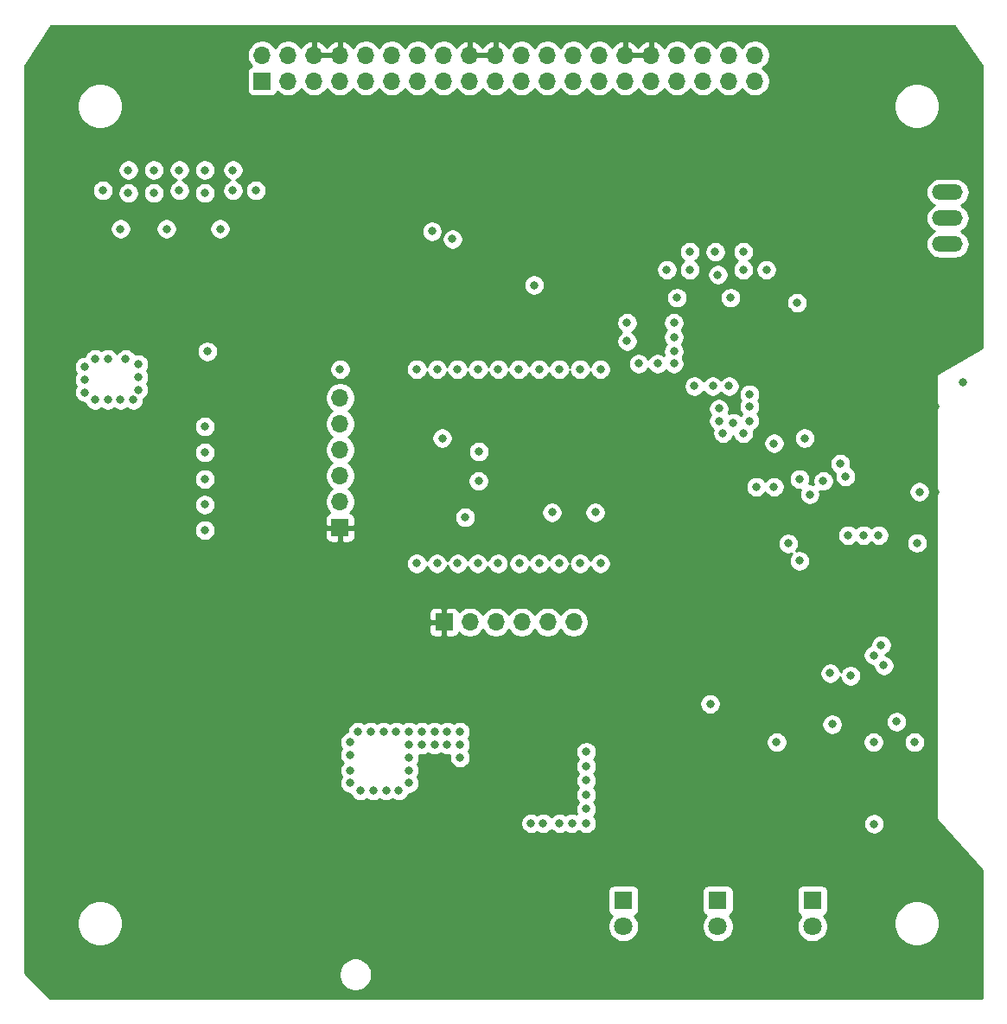
<source format=gbr>
%TF.GenerationSoftware,KiCad,Pcbnew,(5.1.6)-1*%
%TF.CreationDate,2020-09-10T03:51:47+02:00*%
%TF.ProjectId,Esp32TinyTester,45737033-3254-4696-9e79-546573746572,rev?*%
%TF.SameCoordinates,Original*%
%TF.FileFunction,Copper,L2,Inr*%
%TF.FilePolarity,Positive*%
%FSLAX46Y46*%
G04 Gerber Fmt 4.6, Leading zero omitted, Abs format (unit mm)*
G04 Created by KiCad (PCBNEW (5.1.6)-1) date 2020-09-10 03:51:47*
%MOMM*%
%LPD*%
G01*
G04 APERTURE LIST*
%TA.AperFunction,ViaPad*%
%ADD10R,1.700000X1.700000*%
%TD*%
%TA.AperFunction,ViaPad*%
%ADD11O,1.700000X1.700000*%
%TD*%
%TA.AperFunction,ViaPad*%
%ADD12C,1.800000*%
%TD*%
%TA.AperFunction,ViaPad*%
%ADD13R,1.800000X1.800000*%
%TD*%
%TA.AperFunction,ViaPad*%
%ADD14O,3.010000X1.510000*%
%TD*%
%TA.AperFunction,ViaPad*%
%ADD15C,0.800000*%
%TD*%
%TA.AperFunction,Conductor*%
%ADD16C,0.254000*%
%TD*%
G04 APERTURE END LIST*
D10*
X75870000Y-57540000D03*
D11*
X75870000Y-55000000D03*
X78410000Y-57540000D03*
X78410000Y-55000000D03*
X80950000Y-57540000D03*
X80950000Y-55000000D03*
X83490000Y-57540000D03*
X83490000Y-55000000D03*
X86030000Y-57540000D03*
X86030000Y-55000000D03*
X88570000Y-57540000D03*
X88570000Y-55000000D03*
X91110000Y-57540000D03*
X91110000Y-55000000D03*
X93650000Y-57540000D03*
X93650000Y-55000000D03*
X96190000Y-57540000D03*
X96190000Y-55000000D03*
X98730000Y-57540000D03*
X98730000Y-55000000D03*
X101270000Y-57540000D03*
X101270000Y-55000000D03*
X103810000Y-57540000D03*
X103810000Y-55000000D03*
X106350000Y-57540000D03*
X106350000Y-55000000D03*
X108890000Y-57540000D03*
X108890000Y-55000000D03*
X111430000Y-57540000D03*
X111430000Y-55000000D03*
X113970000Y-57540000D03*
X113970000Y-55000000D03*
X116510000Y-57540000D03*
X116510000Y-55000000D03*
X119050000Y-57540000D03*
X119050000Y-55000000D03*
X121590000Y-57540000D03*
X121590000Y-55000000D03*
X124130000Y-57540000D03*
X124130000Y-55000000D03*
D12*
X111250000Y-140290000D03*
D13*
X111250000Y-137750000D03*
D11*
X106370000Y-110500000D03*
X103830000Y-110500000D03*
X101290000Y-110500000D03*
X98750000Y-110500000D03*
X96210000Y-110500000D03*
D10*
X93670000Y-110500000D03*
X83500000Y-101250000D03*
D11*
X83500000Y-98710000D03*
X83500000Y-96170000D03*
X83500000Y-93630000D03*
X83500000Y-91090000D03*
X83500000Y-88550000D03*
D14*
X143000000Y-73500000D03*
X143000000Y-70960000D03*
X143000000Y-68420000D03*
D13*
X129750000Y-137750000D03*
D12*
X129750000Y-140290000D03*
X120500000Y-140290000D03*
D13*
X120500000Y-137750000D03*
D15*
X140500000Y-115500000D03*
X140500000Y-120500000D03*
X75500000Y-138500000D03*
X75500000Y-137000000D03*
X75500000Y-140000000D03*
X75500000Y-141500000D03*
X75500000Y-143000000D03*
X75500000Y-144500000D03*
X81500000Y-143000000D03*
X81500000Y-144500000D03*
X94500000Y-143000000D03*
X94500000Y-141500000D03*
X81500000Y-141500000D03*
X81500000Y-140000000D03*
X77000000Y-137000000D03*
X78500000Y-137000000D03*
X94500000Y-140000000D03*
X81500000Y-138500000D03*
X81500000Y-137000000D03*
X80000000Y-137000000D03*
X90000000Y-137000000D03*
X88500000Y-138500000D03*
X88500000Y-137000000D03*
X94500000Y-144500000D03*
X88500000Y-144500000D03*
X88500000Y-143000000D03*
X88500000Y-140000000D03*
X88500000Y-141500000D03*
X132500000Y-110500000D03*
X134500000Y-110500000D03*
X136500000Y-110500000D03*
X134500000Y-108500000D03*
X134500000Y-106750000D03*
X136250000Y-102000000D03*
X134750000Y-102000000D03*
X106200000Y-130200000D03*
X107600000Y-130200000D03*
X107600000Y-128800000D03*
X107600000Y-127400000D03*
X107600000Y-126000000D03*
X107600000Y-124600000D03*
X107600000Y-123200000D03*
X103400000Y-130200000D03*
X102200000Y-130200000D03*
X120600000Y-89600000D03*
X120600000Y-90800000D03*
X123600000Y-89400000D03*
X123600000Y-90800000D03*
X123600000Y-88200000D03*
X132200000Y-122500000D03*
X118200000Y-123800000D03*
X139750000Y-122250000D03*
X135800000Y-130250000D03*
X119750000Y-118500000D03*
X135750000Y-122250000D03*
X121600000Y-87400000D03*
X120000000Y-87400000D03*
X118200000Y-87400000D03*
X116200000Y-85200000D03*
X116200000Y-84000000D03*
X116200000Y-82600000D03*
X116200000Y-81200000D03*
X111600000Y-81200000D03*
X111600000Y-83000000D03*
X114600000Y-85200000D03*
X112750000Y-85200000D03*
X113000000Y-92000000D03*
X114750000Y-92000000D03*
X140250000Y-97750000D03*
X140000000Y-102750000D03*
X141400000Y-93000000D03*
X135400000Y-91200000D03*
X141800000Y-89400000D03*
X135000000Y-81200000D03*
X138000000Y-120250000D03*
X135500000Y-70000000D03*
X128250000Y-79250000D03*
X125250000Y-76000000D03*
X123000000Y-76000000D03*
X120250000Y-74250000D03*
X123000000Y-74250000D03*
X117750000Y-76000000D03*
X117750000Y-74250000D03*
X120500000Y-76500000D03*
X115500000Y-76000000D03*
X121750000Y-78750000D03*
X116500000Y-78750000D03*
X62500000Y-84750000D03*
X63750000Y-85250000D03*
X60750000Y-88750000D03*
X62000000Y-88750000D03*
X58500000Y-88000000D03*
X58500000Y-86750000D03*
X58500000Y-85500000D03*
X85250000Y-121250000D03*
X84500000Y-126250000D03*
X84500000Y-125000000D03*
X84500000Y-123500000D03*
X84500000Y-122250000D03*
X85500000Y-127000000D03*
X86750000Y-127000000D03*
X88000000Y-127000000D03*
X90250000Y-126250000D03*
X89250000Y-127000000D03*
X95250000Y-123750000D03*
X94000000Y-121250000D03*
X92750000Y-121250000D03*
X95250000Y-122500000D03*
X94000000Y-122500000D03*
X95250000Y-121250000D03*
X90250000Y-125000000D03*
X91500000Y-121250000D03*
X90250000Y-122500000D03*
X92750000Y-122500000D03*
X89000000Y-121250000D03*
X90250000Y-123750000D03*
X91500000Y-122500000D03*
X90250000Y-121250000D03*
X86500000Y-121250000D03*
X87750000Y-121250000D03*
X75250000Y-68250000D03*
X60250000Y-68250000D03*
X62750000Y-68500000D03*
X65250000Y-68500000D03*
X67750000Y-68250000D03*
X62750000Y-66250000D03*
X67750000Y-66250000D03*
X70250000Y-68500000D03*
X73000000Y-68250000D03*
X73000000Y-66250000D03*
X70500000Y-84000000D03*
X105500000Y-117250000D03*
X83500000Y-85750000D03*
X70250000Y-101500000D03*
X70250000Y-96500000D03*
X62000000Y-72000000D03*
X66500000Y-72000000D03*
X71750000Y-72000000D03*
X70250000Y-93890000D03*
X70250000Y-91350000D03*
X70250000Y-99000000D03*
X129000000Y-92500000D03*
X131500000Y-115500000D03*
X133500000Y-115750000D03*
X135750000Y-113750000D03*
X133000000Y-96250000D03*
X132500000Y-95000000D03*
X132500000Y-108500000D03*
X132500000Y-106750000D03*
X136500000Y-106750000D03*
X136750000Y-114750000D03*
X136500000Y-112750000D03*
X93500000Y-92500000D03*
X92500000Y-72250000D03*
X93250000Y-77000000D03*
X126000000Y-93000000D03*
X123000000Y-101750000D03*
X141500000Y-103000000D03*
X133250000Y-102000000D03*
X129500000Y-98000000D03*
X127400000Y-102800000D03*
X94500000Y-73000000D03*
X105500000Y-76500000D03*
X97200000Y-77430000D03*
X95220000Y-98100000D03*
X82300000Y-67550000D03*
X77600000Y-62150000D03*
X84350000Y-62400000D03*
X89300000Y-65050000D03*
X95350000Y-64650000D03*
X104650000Y-64850000D03*
X110325000Y-61925000D03*
X111575000Y-67675000D03*
X116575000Y-64925000D03*
X121950000Y-61800000D03*
X141800000Y-97750000D03*
X109000000Y-104750000D03*
X107000000Y-104750000D03*
X104930000Y-104750000D03*
X103000000Y-104750000D03*
X101050000Y-104750000D03*
X98970000Y-104750000D03*
X96970000Y-104750000D03*
X95010000Y-104750000D03*
X93000000Y-104750000D03*
X91000000Y-104750000D03*
X91000000Y-85750000D03*
X93000000Y-85750000D03*
X95000000Y-85750000D03*
X97000000Y-85750000D03*
X99000000Y-85750000D03*
X101010000Y-85750000D03*
X102980000Y-85750000D03*
X104960000Y-85750000D03*
X107000000Y-85750000D03*
X109000000Y-85750000D03*
X97080000Y-93800000D03*
X97060000Y-96680000D03*
X128500000Y-96500000D03*
X104250000Y-99750000D03*
X108500000Y-99750000D03*
X95750000Y-100250000D03*
X127424999Y-80075001D03*
X98000000Y-130500000D03*
X119980000Y-107820000D03*
X112020000Y-107780000D03*
X136500000Y-108600000D03*
X92750000Y-137750000D03*
X94075000Y-138575000D03*
X67375000Y-84625000D03*
X69995000Y-82005000D03*
X70995000Y-82005000D03*
X69540000Y-89040000D03*
X59500000Y-88750000D03*
X63250000Y-88750000D03*
X63750000Y-87750000D03*
X59500000Y-84750000D03*
X60750000Y-84750000D03*
X63750000Y-86500000D03*
X121000000Y-92000000D03*
X123000000Y-92000000D03*
X122000000Y-91000000D03*
X102500000Y-77500000D03*
X144500000Y-87000000D03*
X126000000Y-97250000D03*
X105000000Y-130200000D03*
X70250000Y-66250000D03*
X65250000Y-66250000D03*
X130820000Y-96680000D03*
X124250000Y-97250000D03*
X128500000Y-104500000D03*
X131700000Y-120500000D03*
X126250000Y-122250000D03*
D16*
G36*
X146393000Y-56059518D02*
G01*
X146393000Y-83675112D01*
X141938532Y-86138866D01*
X141918032Y-86152993D01*
X141900682Y-86170849D01*
X141887149Y-86191745D01*
X141877952Y-86214881D01*
X141873000Y-86250000D01*
X141873000Y-129680000D01*
X141875440Y-129704776D01*
X141882667Y-129728601D01*
X141894403Y-129750557D01*
X141905120Y-129764421D01*
X146393000Y-134808322D01*
X146393000Y-147333000D01*
X55132606Y-147333000D01*
X52667000Y-144867394D01*
X52667000Y-144838967D01*
X83365000Y-144838967D01*
X83365000Y-145161033D01*
X83427832Y-145476912D01*
X83551082Y-145774463D01*
X83730013Y-146042252D01*
X83957748Y-146269987D01*
X84225537Y-146448918D01*
X84523088Y-146572168D01*
X84838967Y-146635000D01*
X85161033Y-146635000D01*
X85476912Y-146572168D01*
X85774463Y-146448918D01*
X86042252Y-146269987D01*
X86269987Y-146042252D01*
X86448918Y-145774463D01*
X86572168Y-145476912D01*
X86635000Y-145161033D01*
X86635000Y-144838967D01*
X86572168Y-144523088D01*
X86448918Y-144225537D01*
X86269987Y-143957748D01*
X86042252Y-143730013D01*
X85774463Y-143551082D01*
X85476912Y-143427832D01*
X85161033Y-143365000D01*
X84838967Y-143365000D01*
X84523088Y-143427832D01*
X84225537Y-143551082D01*
X83957748Y-143730013D01*
X83730013Y-143957748D01*
X83551082Y-144225537D01*
X83427832Y-144523088D01*
X83365000Y-144838967D01*
X52667000Y-144838967D01*
X52667000Y-139779872D01*
X57765000Y-139779872D01*
X57765000Y-140220128D01*
X57850890Y-140651925D01*
X58019369Y-141058669D01*
X58263962Y-141424729D01*
X58575271Y-141736038D01*
X58941331Y-141980631D01*
X59348075Y-142149110D01*
X59779872Y-142235000D01*
X60220128Y-142235000D01*
X60651925Y-142149110D01*
X61058669Y-141980631D01*
X61424729Y-141736038D01*
X61736038Y-141424729D01*
X61980631Y-141058669D01*
X62149110Y-140651925D01*
X62235000Y-140220128D01*
X62235000Y-139779872D01*
X62149110Y-139348075D01*
X61980631Y-138941331D01*
X61736038Y-138575271D01*
X61424729Y-138263962D01*
X61058669Y-138019369D01*
X60651925Y-137850890D01*
X60220128Y-137765000D01*
X59779872Y-137765000D01*
X59348075Y-137850890D01*
X58941331Y-138019369D01*
X58575271Y-138263962D01*
X58263962Y-138575271D01*
X58019369Y-138941331D01*
X57850890Y-139348075D01*
X57765000Y-139779872D01*
X52667000Y-139779872D01*
X52667000Y-136850000D01*
X109711928Y-136850000D01*
X109711928Y-138650000D01*
X109724188Y-138774482D01*
X109760498Y-138894180D01*
X109819463Y-139004494D01*
X109898815Y-139101185D01*
X109995506Y-139180537D01*
X110105820Y-139239502D01*
X110124127Y-139245056D01*
X110057688Y-139311495D01*
X109889701Y-139562905D01*
X109773989Y-139842257D01*
X109715000Y-140138816D01*
X109715000Y-140441184D01*
X109773989Y-140737743D01*
X109889701Y-141017095D01*
X110057688Y-141268505D01*
X110271495Y-141482312D01*
X110522905Y-141650299D01*
X110802257Y-141766011D01*
X111098816Y-141825000D01*
X111401184Y-141825000D01*
X111697743Y-141766011D01*
X111977095Y-141650299D01*
X112228505Y-141482312D01*
X112442312Y-141268505D01*
X112610299Y-141017095D01*
X112726011Y-140737743D01*
X112785000Y-140441184D01*
X112785000Y-140138816D01*
X112726011Y-139842257D01*
X112610299Y-139562905D01*
X112442312Y-139311495D01*
X112375873Y-139245056D01*
X112394180Y-139239502D01*
X112504494Y-139180537D01*
X112601185Y-139101185D01*
X112680537Y-139004494D01*
X112739502Y-138894180D01*
X112775812Y-138774482D01*
X112788072Y-138650000D01*
X112788072Y-136850000D01*
X118961928Y-136850000D01*
X118961928Y-138650000D01*
X118974188Y-138774482D01*
X119010498Y-138894180D01*
X119069463Y-139004494D01*
X119148815Y-139101185D01*
X119245506Y-139180537D01*
X119355820Y-139239502D01*
X119374127Y-139245056D01*
X119307688Y-139311495D01*
X119139701Y-139562905D01*
X119023989Y-139842257D01*
X118965000Y-140138816D01*
X118965000Y-140441184D01*
X119023989Y-140737743D01*
X119139701Y-141017095D01*
X119307688Y-141268505D01*
X119521495Y-141482312D01*
X119772905Y-141650299D01*
X120052257Y-141766011D01*
X120348816Y-141825000D01*
X120651184Y-141825000D01*
X120947743Y-141766011D01*
X121227095Y-141650299D01*
X121478505Y-141482312D01*
X121692312Y-141268505D01*
X121860299Y-141017095D01*
X121976011Y-140737743D01*
X122035000Y-140441184D01*
X122035000Y-140138816D01*
X121976011Y-139842257D01*
X121860299Y-139562905D01*
X121692312Y-139311495D01*
X121625873Y-139245056D01*
X121644180Y-139239502D01*
X121754494Y-139180537D01*
X121851185Y-139101185D01*
X121930537Y-139004494D01*
X121989502Y-138894180D01*
X122025812Y-138774482D01*
X122038072Y-138650000D01*
X122038072Y-136850000D01*
X128211928Y-136850000D01*
X128211928Y-138650000D01*
X128224188Y-138774482D01*
X128260498Y-138894180D01*
X128319463Y-139004494D01*
X128398815Y-139101185D01*
X128495506Y-139180537D01*
X128605820Y-139239502D01*
X128624127Y-139245056D01*
X128557688Y-139311495D01*
X128389701Y-139562905D01*
X128273989Y-139842257D01*
X128215000Y-140138816D01*
X128215000Y-140441184D01*
X128273989Y-140737743D01*
X128389701Y-141017095D01*
X128557688Y-141268505D01*
X128771495Y-141482312D01*
X129022905Y-141650299D01*
X129302257Y-141766011D01*
X129598816Y-141825000D01*
X129901184Y-141825000D01*
X130197743Y-141766011D01*
X130477095Y-141650299D01*
X130728505Y-141482312D01*
X130942312Y-141268505D01*
X131110299Y-141017095D01*
X131226011Y-140737743D01*
X131285000Y-140441184D01*
X131285000Y-140138816D01*
X131226011Y-139842257D01*
X131200171Y-139779872D01*
X137765000Y-139779872D01*
X137765000Y-140220128D01*
X137850890Y-140651925D01*
X138019369Y-141058669D01*
X138263962Y-141424729D01*
X138575271Y-141736038D01*
X138941331Y-141980631D01*
X139348075Y-142149110D01*
X139779872Y-142235000D01*
X140220128Y-142235000D01*
X140651925Y-142149110D01*
X141058669Y-141980631D01*
X141424729Y-141736038D01*
X141736038Y-141424729D01*
X141980631Y-141058669D01*
X142149110Y-140651925D01*
X142235000Y-140220128D01*
X142235000Y-139779872D01*
X142149110Y-139348075D01*
X141980631Y-138941331D01*
X141736038Y-138575271D01*
X141424729Y-138263962D01*
X141058669Y-138019369D01*
X140651925Y-137850890D01*
X140220128Y-137765000D01*
X139779872Y-137765000D01*
X139348075Y-137850890D01*
X138941331Y-138019369D01*
X138575271Y-138263962D01*
X138263962Y-138575271D01*
X138019369Y-138941331D01*
X137850890Y-139348075D01*
X137765000Y-139779872D01*
X131200171Y-139779872D01*
X131110299Y-139562905D01*
X130942312Y-139311495D01*
X130875873Y-139245056D01*
X130894180Y-139239502D01*
X131004494Y-139180537D01*
X131101185Y-139101185D01*
X131180537Y-139004494D01*
X131239502Y-138894180D01*
X131275812Y-138774482D01*
X131288072Y-138650000D01*
X131288072Y-136850000D01*
X131275812Y-136725518D01*
X131239502Y-136605820D01*
X131180537Y-136495506D01*
X131101185Y-136398815D01*
X131004494Y-136319463D01*
X130894180Y-136260498D01*
X130774482Y-136224188D01*
X130650000Y-136211928D01*
X128850000Y-136211928D01*
X128725518Y-136224188D01*
X128605820Y-136260498D01*
X128495506Y-136319463D01*
X128398815Y-136398815D01*
X128319463Y-136495506D01*
X128260498Y-136605820D01*
X128224188Y-136725518D01*
X128211928Y-136850000D01*
X122038072Y-136850000D01*
X122025812Y-136725518D01*
X121989502Y-136605820D01*
X121930537Y-136495506D01*
X121851185Y-136398815D01*
X121754494Y-136319463D01*
X121644180Y-136260498D01*
X121524482Y-136224188D01*
X121400000Y-136211928D01*
X119600000Y-136211928D01*
X119475518Y-136224188D01*
X119355820Y-136260498D01*
X119245506Y-136319463D01*
X119148815Y-136398815D01*
X119069463Y-136495506D01*
X119010498Y-136605820D01*
X118974188Y-136725518D01*
X118961928Y-136850000D01*
X112788072Y-136850000D01*
X112775812Y-136725518D01*
X112739502Y-136605820D01*
X112680537Y-136495506D01*
X112601185Y-136398815D01*
X112504494Y-136319463D01*
X112394180Y-136260498D01*
X112274482Y-136224188D01*
X112150000Y-136211928D01*
X110350000Y-136211928D01*
X110225518Y-136224188D01*
X110105820Y-136260498D01*
X109995506Y-136319463D01*
X109898815Y-136398815D01*
X109819463Y-136495506D01*
X109760498Y-136605820D01*
X109724188Y-136725518D01*
X109711928Y-136850000D01*
X52667000Y-136850000D01*
X52667000Y-130098061D01*
X101165000Y-130098061D01*
X101165000Y-130301939D01*
X101204774Y-130501898D01*
X101282795Y-130690256D01*
X101396063Y-130859774D01*
X101540226Y-131003937D01*
X101709744Y-131117205D01*
X101898102Y-131195226D01*
X102098061Y-131235000D01*
X102301939Y-131235000D01*
X102501898Y-131195226D01*
X102690256Y-131117205D01*
X102800000Y-131043877D01*
X102909744Y-131117205D01*
X103098102Y-131195226D01*
X103298061Y-131235000D01*
X103501939Y-131235000D01*
X103701898Y-131195226D01*
X103890256Y-131117205D01*
X104059774Y-131003937D01*
X104200000Y-130863711D01*
X104340226Y-131003937D01*
X104509744Y-131117205D01*
X104698102Y-131195226D01*
X104898061Y-131235000D01*
X105101939Y-131235000D01*
X105301898Y-131195226D01*
X105490256Y-131117205D01*
X105600000Y-131043877D01*
X105709744Y-131117205D01*
X105898102Y-131195226D01*
X106098061Y-131235000D01*
X106301939Y-131235000D01*
X106501898Y-131195226D01*
X106690256Y-131117205D01*
X106859774Y-131003937D01*
X106900000Y-130963711D01*
X106940226Y-131003937D01*
X107109744Y-131117205D01*
X107298102Y-131195226D01*
X107498061Y-131235000D01*
X107701939Y-131235000D01*
X107901898Y-131195226D01*
X108090256Y-131117205D01*
X108259774Y-131003937D01*
X108403937Y-130859774D01*
X108517205Y-130690256D01*
X108595226Y-130501898D01*
X108635000Y-130301939D01*
X108635000Y-130148061D01*
X134765000Y-130148061D01*
X134765000Y-130351939D01*
X134804774Y-130551898D01*
X134882795Y-130740256D01*
X134996063Y-130909774D01*
X135140226Y-131053937D01*
X135309744Y-131167205D01*
X135498102Y-131245226D01*
X135698061Y-131285000D01*
X135901939Y-131285000D01*
X136101898Y-131245226D01*
X136290256Y-131167205D01*
X136459774Y-131053937D01*
X136603937Y-130909774D01*
X136717205Y-130740256D01*
X136795226Y-130551898D01*
X136835000Y-130351939D01*
X136835000Y-130148061D01*
X136795226Y-129948102D01*
X136717205Y-129759744D01*
X136603937Y-129590226D01*
X136459774Y-129446063D01*
X136290256Y-129332795D01*
X136101898Y-129254774D01*
X135901939Y-129215000D01*
X135698061Y-129215000D01*
X135498102Y-129254774D01*
X135309744Y-129332795D01*
X135140226Y-129446063D01*
X134996063Y-129590226D01*
X134882795Y-129759744D01*
X134804774Y-129948102D01*
X134765000Y-130148061D01*
X108635000Y-130148061D01*
X108635000Y-130098061D01*
X108595226Y-129898102D01*
X108517205Y-129709744D01*
X108403937Y-129540226D01*
X108363711Y-129500000D01*
X108403937Y-129459774D01*
X108517205Y-129290256D01*
X108595226Y-129101898D01*
X108635000Y-128901939D01*
X108635000Y-128698061D01*
X108595226Y-128498102D01*
X108517205Y-128309744D01*
X108403937Y-128140226D01*
X108363711Y-128100000D01*
X108403937Y-128059774D01*
X108517205Y-127890256D01*
X108595226Y-127701898D01*
X108635000Y-127501939D01*
X108635000Y-127298061D01*
X108595226Y-127098102D01*
X108517205Y-126909744D01*
X108403937Y-126740226D01*
X108363711Y-126700000D01*
X108403937Y-126659774D01*
X108517205Y-126490256D01*
X108595226Y-126301898D01*
X108635000Y-126101939D01*
X108635000Y-125898061D01*
X108595226Y-125698102D01*
X108517205Y-125509744D01*
X108403937Y-125340226D01*
X108363711Y-125300000D01*
X108403937Y-125259774D01*
X108517205Y-125090256D01*
X108595226Y-124901898D01*
X108635000Y-124701939D01*
X108635000Y-124498061D01*
X108595226Y-124298102D01*
X108517205Y-124109744D01*
X108403937Y-123940226D01*
X108363711Y-123900000D01*
X108403937Y-123859774D01*
X108517205Y-123690256D01*
X108595226Y-123501898D01*
X108635000Y-123301939D01*
X108635000Y-123098061D01*
X108595226Y-122898102D01*
X108517205Y-122709744D01*
X108403937Y-122540226D01*
X108259774Y-122396063D01*
X108090256Y-122282795D01*
X107901898Y-122204774D01*
X107701939Y-122165000D01*
X107498061Y-122165000D01*
X107298102Y-122204774D01*
X107109744Y-122282795D01*
X106940226Y-122396063D01*
X106796063Y-122540226D01*
X106682795Y-122709744D01*
X106604774Y-122898102D01*
X106565000Y-123098061D01*
X106565000Y-123301939D01*
X106604774Y-123501898D01*
X106682795Y-123690256D01*
X106796063Y-123859774D01*
X106836289Y-123900000D01*
X106796063Y-123940226D01*
X106682795Y-124109744D01*
X106604774Y-124298102D01*
X106565000Y-124498061D01*
X106565000Y-124701939D01*
X106604774Y-124901898D01*
X106682795Y-125090256D01*
X106796063Y-125259774D01*
X106836289Y-125300000D01*
X106796063Y-125340226D01*
X106682795Y-125509744D01*
X106604774Y-125698102D01*
X106565000Y-125898061D01*
X106565000Y-126101939D01*
X106604774Y-126301898D01*
X106682795Y-126490256D01*
X106796063Y-126659774D01*
X106836289Y-126700000D01*
X106796063Y-126740226D01*
X106682795Y-126909744D01*
X106604774Y-127098102D01*
X106565000Y-127298061D01*
X106565000Y-127501939D01*
X106604774Y-127701898D01*
X106682795Y-127890256D01*
X106796063Y-128059774D01*
X106836289Y-128100000D01*
X106796063Y-128140226D01*
X106682795Y-128309744D01*
X106604774Y-128498102D01*
X106565000Y-128698061D01*
X106565000Y-128901939D01*
X106604774Y-129101898D01*
X106677519Y-129277519D01*
X106501898Y-129204774D01*
X106301939Y-129165000D01*
X106098061Y-129165000D01*
X105898102Y-129204774D01*
X105709744Y-129282795D01*
X105600000Y-129356123D01*
X105490256Y-129282795D01*
X105301898Y-129204774D01*
X105101939Y-129165000D01*
X104898061Y-129165000D01*
X104698102Y-129204774D01*
X104509744Y-129282795D01*
X104340226Y-129396063D01*
X104200000Y-129536289D01*
X104059774Y-129396063D01*
X103890256Y-129282795D01*
X103701898Y-129204774D01*
X103501939Y-129165000D01*
X103298061Y-129165000D01*
X103098102Y-129204774D01*
X102909744Y-129282795D01*
X102800000Y-129356123D01*
X102690256Y-129282795D01*
X102501898Y-129204774D01*
X102301939Y-129165000D01*
X102098061Y-129165000D01*
X101898102Y-129204774D01*
X101709744Y-129282795D01*
X101540226Y-129396063D01*
X101396063Y-129540226D01*
X101282795Y-129709744D01*
X101204774Y-129898102D01*
X101165000Y-130098061D01*
X52667000Y-130098061D01*
X52667000Y-122148061D01*
X83465000Y-122148061D01*
X83465000Y-122351939D01*
X83504774Y-122551898D01*
X83582795Y-122740256D01*
X83672828Y-122875000D01*
X83582795Y-123009744D01*
X83504774Y-123198102D01*
X83465000Y-123398061D01*
X83465000Y-123601939D01*
X83504774Y-123801898D01*
X83582795Y-123990256D01*
X83696063Y-124159774D01*
X83786289Y-124250000D01*
X83696063Y-124340226D01*
X83582795Y-124509744D01*
X83504774Y-124698102D01*
X83465000Y-124898061D01*
X83465000Y-125101939D01*
X83504774Y-125301898D01*
X83582795Y-125490256D01*
X83672828Y-125625000D01*
X83582795Y-125759744D01*
X83504774Y-125948102D01*
X83465000Y-126148061D01*
X83465000Y-126351939D01*
X83504774Y-126551898D01*
X83582795Y-126740256D01*
X83696063Y-126909774D01*
X83840226Y-127053937D01*
X84009744Y-127167205D01*
X84198102Y-127245226D01*
X84398061Y-127285000D01*
X84501413Y-127285000D01*
X84504774Y-127301898D01*
X84582795Y-127490256D01*
X84696063Y-127659774D01*
X84840226Y-127803937D01*
X85009744Y-127917205D01*
X85198102Y-127995226D01*
X85398061Y-128035000D01*
X85601939Y-128035000D01*
X85801898Y-127995226D01*
X85990256Y-127917205D01*
X86125000Y-127827172D01*
X86259744Y-127917205D01*
X86448102Y-127995226D01*
X86648061Y-128035000D01*
X86851939Y-128035000D01*
X87051898Y-127995226D01*
X87240256Y-127917205D01*
X87375000Y-127827172D01*
X87509744Y-127917205D01*
X87698102Y-127995226D01*
X87898061Y-128035000D01*
X88101939Y-128035000D01*
X88301898Y-127995226D01*
X88490256Y-127917205D01*
X88625000Y-127827172D01*
X88759744Y-127917205D01*
X88948102Y-127995226D01*
X89148061Y-128035000D01*
X89351939Y-128035000D01*
X89551898Y-127995226D01*
X89740256Y-127917205D01*
X89909774Y-127803937D01*
X90053937Y-127659774D01*
X90167205Y-127490256D01*
X90245226Y-127301898D01*
X90248587Y-127285000D01*
X90351939Y-127285000D01*
X90551898Y-127245226D01*
X90740256Y-127167205D01*
X90909774Y-127053937D01*
X91053937Y-126909774D01*
X91167205Y-126740256D01*
X91245226Y-126551898D01*
X91285000Y-126351939D01*
X91285000Y-126148061D01*
X91245226Y-125948102D01*
X91167205Y-125759744D01*
X91077172Y-125625000D01*
X91167205Y-125490256D01*
X91245226Y-125301898D01*
X91285000Y-125101939D01*
X91285000Y-124898061D01*
X91245226Y-124698102D01*
X91167205Y-124509744D01*
X91077172Y-124375000D01*
X91167205Y-124240256D01*
X91245226Y-124051898D01*
X91285000Y-123851939D01*
X91285000Y-123648061D01*
X91256927Y-123506927D01*
X91398061Y-123535000D01*
X91601939Y-123535000D01*
X91801898Y-123495226D01*
X91990256Y-123417205D01*
X92125000Y-123327172D01*
X92259744Y-123417205D01*
X92448102Y-123495226D01*
X92648061Y-123535000D01*
X92851939Y-123535000D01*
X93051898Y-123495226D01*
X93240256Y-123417205D01*
X93375000Y-123327172D01*
X93509744Y-123417205D01*
X93698102Y-123495226D01*
X93898061Y-123535000D01*
X94101939Y-123535000D01*
X94243073Y-123506927D01*
X94215000Y-123648061D01*
X94215000Y-123851939D01*
X94254774Y-124051898D01*
X94332795Y-124240256D01*
X94446063Y-124409774D01*
X94590226Y-124553937D01*
X94759744Y-124667205D01*
X94948102Y-124745226D01*
X95148061Y-124785000D01*
X95351939Y-124785000D01*
X95551898Y-124745226D01*
X95740256Y-124667205D01*
X95909774Y-124553937D01*
X96053937Y-124409774D01*
X96167205Y-124240256D01*
X96245226Y-124051898D01*
X96285000Y-123851939D01*
X96285000Y-123648061D01*
X96245226Y-123448102D01*
X96167205Y-123259744D01*
X96077172Y-123125000D01*
X96167205Y-122990256D01*
X96245226Y-122801898D01*
X96285000Y-122601939D01*
X96285000Y-122398061D01*
X96245226Y-122198102D01*
X96224499Y-122148061D01*
X125215000Y-122148061D01*
X125215000Y-122351939D01*
X125254774Y-122551898D01*
X125332795Y-122740256D01*
X125446063Y-122909774D01*
X125590226Y-123053937D01*
X125759744Y-123167205D01*
X125948102Y-123245226D01*
X126148061Y-123285000D01*
X126351939Y-123285000D01*
X126551898Y-123245226D01*
X126740256Y-123167205D01*
X126909774Y-123053937D01*
X127053937Y-122909774D01*
X127167205Y-122740256D01*
X127245226Y-122551898D01*
X127285000Y-122351939D01*
X127285000Y-122148061D01*
X134715000Y-122148061D01*
X134715000Y-122351939D01*
X134754774Y-122551898D01*
X134832795Y-122740256D01*
X134946063Y-122909774D01*
X135090226Y-123053937D01*
X135259744Y-123167205D01*
X135448102Y-123245226D01*
X135648061Y-123285000D01*
X135851939Y-123285000D01*
X136051898Y-123245226D01*
X136240256Y-123167205D01*
X136409774Y-123053937D01*
X136553937Y-122909774D01*
X136667205Y-122740256D01*
X136745226Y-122551898D01*
X136785000Y-122351939D01*
X136785000Y-122148061D01*
X138715000Y-122148061D01*
X138715000Y-122351939D01*
X138754774Y-122551898D01*
X138832795Y-122740256D01*
X138946063Y-122909774D01*
X139090226Y-123053937D01*
X139259744Y-123167205D01*
X139448102Y-123245226D01*
X139648061Y-123285000D01*
X139851939Y-123285000D01*
X140051898Y-123245226D01*
X140240256Y-123167205D01*
X140409774Y-123053937D01*
X140553937Y-122909774D01*
X140667205Y-122740256D01*
X140745226Y-122551898D01*
X140785000Y-122351939D01*
X140785000Y-122148061D01*
X140745226Y-121948102D01*
X140667205Y-121759744D01*
X140553937Y-121590226D01*
X140409774Y-121446063D01*
X140240256Y-121332795D01*
X140051898Y-121254774D01*
X139851939Y-121215000D01*
X139648061Y-121215000D01*
X139448102Y-121254774D01*
X139259744Y-121332795D01*
X139090226Y-121446063D01*
X138946063Y-121590226D01*
X138832795Y-121759744D01*
X138754774Y-121948102D01*
X138715000Y-122148061D01*
X136785000Y-122148061D01*
X136745226Y-121948102D01*
X136667205Y-121759744D01*
X136553937Y-121590226D01*
X136409774Y-121446063D01*
X136240256Y-121332795D01*
X136051898Y-121254774D01*
X135851939Y-121215000D01*
X135648061Y-121215000D01*
X135448102Y-121254774D01*
X135259744Y-121332795D01*
X135090226Y-121446063D01*
X134946063Y-121590226D01*
X134832795Y-121759744D01*
X134754774Y-121948102D01*
X134715000Y-122148061D01*
X127285000Y-122148061D01*
X127245226Y-121948102D01*
X127167205Y-121759744D01*
X127053937Y-121590226D01*
X126909774Y-121446063D01*
X126740256Y-121332795D01*
X126551898Y-121254774D01*
X126351939Y-121215000D01*
X126148061Y-121215000D01*
X125948102Y-121254774D01*
X125759744Y-121332795D01*
X125590226Y-121446063D01*
X125446063Y-121590226D01*
X125332795Y-121759744D01*
X125254774Y-121948102D01*
X125215000Y-122148061D01*
X96224499Y-122148061D01*
X96167205Y-122009744D01*
X96077172Y-121875000D01*
X96167205Y-121740256D01*
X96245226Y-121551898D01*
X96285000Y-121351939D01*
X96285000Y-121148061D01*
X96245226Y-120948102D01*
X96167205Y-120759744D01*
X96053937Y-120590226D01*
X95909774Y-120446063D01*
X95837934Y-120398061D01*
X130665000Y-120398061D01*
X130665000Y-120601939D01*
X130704774Y-120801898D01*
X130782795Y-120990256D01*
X130896063Y-121159774D01*
X131040226Y-121303937D01*
X131209744Y-121417205D01*
X131398102Y-121495226D01*
X131598061Y-121535000D01*
X131801939Y-121535000D01*
X132001898Y-121495226D01*
X132190256Y-121417205D01*
X132359774Y-121303937D01*
X132503937Y-121159774D01*
X132617205Y-120990256D01*
X132695226Y-120801898D01*
X132735000Y-120601939D01*
X132735000Y-120398061D01*
X132695226Y-120198102D01*
X132674499Y-120148061D01*
X136965000Y-120148061D01*
X136965000Y-120351939D01*
X137004774Y-120551898D01*
X137082795Y-120740256D01*
X137196063Y-120909774D01*
X137340226Y-121053937D01*
X137509744Y-121167205D01*
X137698102Y-121245226D01*
X137898061Y-121285000D01*
X138101939Y-121285000D01*
X138301898Y-121245226D01*
X138490256Y-121167205D01*
X138659774Y-121053937D01*
X138803937Y-120909774D01*
X138917205Y-120740256D01*
X138995226Y-120551898D01*
X139035000Y-120351939D01*
X139035000Y-120148061D01*
X138995226Y-119948102D01*
X138917205Y-119759744D01*
X138803937Y-119590226D01*
X138659774Y-119446063D01*
X138490256Y-119332795D01*
X138301898Y-119254774D01*
X138101939Y-119215000D01*
X137898061Y-119215000D01*
X137698102Y-119254774D01*
X137509744Y-119332795D01*
X137340226Y-119446063D01*
X137196063Y-119590226D01*
X137082795Y-119759744D01*
X137004774Y-119948102D01*
X136965000Y-120148061D01*
X132674499Y-120148061D01*
X132617205Y-120009744D01*
X132503937Y-119840226D01*
X132359774Y-119696063D01*
X132190256Y-119582795D01*
X132001898Y-119504774D01*
X131801939Y-119465000D01*
X131598061Y-119465000D01*
X131398102Y-119504774D01*
X131209744Y-119582795D01*
X131040226Y-119696063D01*
X130896063Y-119840226D01*
X130782795Y-120009744D01*
X130704774Y-120198102D01*
X130665000Y-120398061D01*
X95837934Y-120398061D01*
X95740256Y-120332795D01*
X95551898Y-120254774D01*
X95351939Y-120215000D01*
X95148061Y-120215000D01*
X94948102Y-120254774D01*
X94759744Y-120332795D01*
X94625000Y-120422828D01*
X94490256Y-120332795D01*
X94301898Y-120254774D01*
X94101939Y-120215000D01*
X93898061Y-120215000D01*
X93698102Y-120254774D01*
X93509744Y-120332795D01*
X93375000Y-120422828D01*
X93240256Y-120332795D01*
X93051898Y-120254774D01*
X92851939Y-120215000D01*
X92648061Y-120215000D01*
X92448102Y-120254774D01*
X92259744Y-120332795D01*
X92125000Y-120422828D01*
X91990256Y-120332795D01*
X91801898Y-120254774D01*
X91601939Y-120215000D01*
X91398061Y-120215000D01*
X91198102Y-120254774D01*
X91009744Y-120332795D01*
X90875000Y-120422828D01*
X90740256Y-120332795D01*
X90551898Y-120254774D01*
X90351939Y-120215000D01*
X90148061Y-120215000D01*
X89948102Y-120254774D01*
X89759744Y-120332795D01*
X89625000Y-120422828D01*
X89490256Y-120332795D01*
X89301898Y-120254774D01*
X89101939Y-120215000D01*
X88898061Y-120215000D01*
X88698102Y-120254774D01*
X88509744Y-120332795D01*
X88375000Y-120422828D01*
X88240256Y-120332795D01*
X88051898Y-120254774D01*
X87851939Y-120215000D01*
X87648061Y-120215000D01*
X87448102Y-120254774D01*
X87259744Y-120332795D01*
X87125000Y-120422828D01*
X86990256Y-120332795D01*
X86801898Y-120254774D01*
X86601939Y-120215000D01*
X86398061Y-120215000D01*
X86198102Y-120254774D01*
X86009744Y-120332795D01*
X85875000Y-120422828D01*
X85740256Y-120332795D01*
X85551898Y-120254774D01*
X85351939Y-120215000D01*
X85148061Y-120215000D01*
X84948102Y-120254774D01*
X84759744Y-120332795D01*
X84590226Y-120446063D01*
X84446063Y-120590226D01*
X84332795Y-120759744D01*
X84254774Y-120948102D01*
X84215000Y-121148061D01*
X84215000Y-121251413D01*
X84198102Y-121254774D01*
X84009744Y-121332795D01*
X83840226Y-121446063D01*
X83696063Y-121590226D01*
X83582795Y-121759744D01*
X83504774Y-121948102D01*
X83465000Y-122148061D01*
X52667000Y-122148061D01*
X52667000Y-118398061D01*
X118715000Y-118398061D01*
X118715000Y-118601939D01*
X118754774Y-118801898D01*
X118832795Y-118990256D01*
X118946063Y-119159774D01*
X119090226Y-119303937D01*
X119259744Y-119417205D01*
X119448102Y-119495226D01*
X119648061Y-119535000D01*
X119851939Y-119535000D01*
X120051898Y-119495226D01*
X120240256Y-119417205D01*
X120409774Y-119303937D01*
X120553937Y-119159774D01*
X120667205Y-118990256D01*
X120745226Y-118801898D01*
X120785000Y-118601939D01*
X120785000Y-118398061D01*
X120745226Y-118198102D01*
X120667205Y-118009744D01*
X120553937Y-117840226D01*
X120409774Y-117696063D01*
X120240256Y-117582795D01*
X120051898Y-117504774D01*
X119851939Y-117465000D01*
X119648061Y-117465000D01*
X119448102Y-117504774D01*
X119259744Y-117582795D01*
X119090226Y-117696063D01*
X118946063Y-117840226D01*
X118832795Y-118009744D01*
X118754774Y-118198102D01*
X118715000Y-118398061D01*
X52667000Y-118398061D01*
X52667000Y-115398061D01*
X130465000Y-115398061D01*
X130465000Y-115601939D01*
X130504774Y-115801898D01*
X130582795Y-115990256D01*
X130696063Y-116159774D01*
X130840226Y-116303937D01*
X131009744Y-116417205D01*
X131198102Y-116495226D01*
X131398061Y-116535000D01*
X131601939Y-116535000D01*
X131801898Y-116495226D01*
X131990256Y-116417205D01*
X132159774Y-116303937D01*
X132303937Y-116159774D01*
X132417205Y-115990256D01*
X132468081Y-115867430D01*
X132504774Y-116051898D01*
X132582795Y-116240256D01*
X132696063Y-116409774D01*
X132840226Y-116553937D01*
X133009744Y-116667205D01*
X133198102Y-116745226D01*
X133398061Y-116785000D01*
X133601939Y-116785000D01*
X133801898Y-116745226D01*
X133990256Y-116667205D01*
X134159774Y-116553937D01*
X134303937Y-116409774D01*
X134417205Y-116240256D01*
X134495226Y-116051898D01*
X134535000Y-115851939D01*
X134535000Y-115648061D01*
X134495226Y-115448102D01*
X134417205Y-115259744D01*
X134303937Y-115090226D01*
X134159774Y-114946063D01*
X133990256Y-114832795D01*
X133801898Y-114754774D01*
X133601939Y-114715000D01*
X133398061Y-114715000D01*
X133198102Y-114754774D01*
X133009744Y-114832795D01*
X132840226Y-114946063D01*
X132696063Y-115090226D01*
X132582795Y-115259744D01*
X132531919Y-115382570D01*
X132495226Y-115198102D01*
X132417205Y-115009744D01*
X132303937Y-114840226D01*
X132159774Y-114696063D01*
X131990256Y-114582795D01*
X131801898Y-114504774D01*
X131601939Y-114465000D01*
X131398061Y-114465000D01*
X131198102Y-114504774D01*
X131009744Y-114582795D01*
X130840226Y-114696063D01*
X130696063Y-114840226D01*
X130582795Y-115009744D01*
X130504774Y-115198102D01*
X130465000Y-115398061D01*
X52667000Y-115398061D01*
X52667000Y-113648061D01*
X134715000Y-113648061D01*
X134715000Y-113851939D01*
X134754774Y-114051898D01*
X134832795Y-114240256D01*
X134946063Y-114409774D01*
X135090226Y-114553937D01*
X135259744Y-114667205D01*
X135448102Y-114745226D01*
X135648061Y-114785000D01*
X135715000Y-114785000D01*
X135715000Y-114851939D01*
X135754774Y-115051898D01*
X135832795Y-115240256D01*
X135946063Y-115409774D01*
X136090226Y-115553937D01*
X136259744Y-115667205D01*
X136448102Y-115745226D01*
X136648061Y-115785000D01*
X136851939Y-115785000D01*
X137051898Y-115745226D01*
X137240256Y-115667205D01*
X137409774Y-115553937D01*
X137553937Y-115409774D01*
X137667205Y-115240256D01*
X137745226Y-115051898D01*
X137785000Y-114851939D01*
X137785000Y-114648061D01*
X137745226Y-114448102D01*
X137667205Y-114259744D01*
X137553937Y-114090226D01*
X137409774Y-113946063D01*
X137240256Y-113832795D01*
X137051898Y-113754774D01*
X136867430Y-113718081D01*
X136990256Y-113667205D01*
X137159774Y-113553937D01*
X137303937Y-113409774D01*
X137417205Y-113240256D01*
X137495226Y-113051898D01*
X137535000Y-112851939D01*
X137535000Y-112648061D01*
X137495226Y-112448102D01*
X137417205Y-112259744D01*
X137303937Y-112090226D01*
X137159774Y-111946063D01*
X136990256Y-111832795D01*
X136801898Y-111754774D01*
X136601939Y-111715000D01*
X136398061Y-111715000D01*
X136198102Y-111754774D01*
X136009744Y-111832795D01*
X135840226Y-111946063D01*
X135696063Y-112090226D01*
X135582795Y-112259744D01*
X135504774Y-112448102D01*
X135465000Y-112648061D01*
X135465000Y-112751413D01*
X135448102Y-112754774D01*
X135259744Y-112832795D01*
X135090226Y-112946063D01*
X134946063Y-113090226D01*
X134832795Y-113259744D01*
X134754774Y-113448102D01*
X134715000Y-113648061D01*
X52667000Y-113648061D01*
X52667000Y-111350000D01*
X92181928Y-111350000D01*
X92194188Y-111474482D01*
X92230498Y-111594180D01*
X92289463Y-111704494D01*
X92368815Y-111801185D01*
X92465506Y-111880537D01*
X92575820Y-111939502D01*
X92695518Y-111975812D01*
X92820000Y-111988072D01*
X93384250Y-111985000D01*
X93543000Y-111826250D01*
X93543000Y-110627000D01*
X92343750Y-110627000D01*
X92185000Y-110785750D01*
X92181928Y-111350000D01*
X52667000Y-111350000D01*
X52667000Y-109650000D01*
X92181928Y-109650000D01*
X92185000Y-110214250D01*
X92343750Y-110373000D01*
X93543000Y-110373000D01*
X93543000Y-109173750D01*
X93797000Y-109173750D01*
X93797000Y-110373000D01*
X93817000Y-110373000D01*
X93817000Y-110627000D01*
X93797000Y-110627000D01*
X93797000Y-111826250D01*
X93955750Y-111985000D01*
X94520000Y-111988072D01*
X94644482Y-111975812D01*
X94764180Y-111939502D01*
X94874494Y-111880537D01*
X94971185Y-111801185D01*
X95050537Y-111704494D01*
X95109502Y-111594180D01*
X95131513Y-111521620D01*
X95263368Y-111653475D01*
X95506589Y-111815990D01*
X95776842Y-111927932D01*
X96063740Y-111985000D01*
X96356260Y-111985000D01*
X96643158Y-111927932D01*
X96913411Y-111815990D01*
X97156632Y-111653475D01*
X97363475Y-111446632D01*
X97480000Y-111272240D01*
X97596525Y-111446632D01*
X97803368Y-111653475D01*
X98046589Y-111815990D01*
X98316842Y-111927932D01*
X98603740Y-111985000D01*
X98896260Y-111985000D01*
X99183158Y-111927932D01*
X99453411Y-111815990D01*
X99696632Y-111653475D01*
X99903475Y-111446632D01*
X100020000Y-111272240D01*
X100136525Y-111446632D01*
X100343368Y-111653475D01*
X100586589Y-111815990D01*
X100856842Y-111927932D01*
X101143740Y-111985000D01*
X101436260Y-111985000D01*
X101723158Y-111927932D01*
X101993411Y-111815990D01*
X102236632Y-111653475D01*
X102443475Y-111446632D01*
X102560000Y-111272240D01*
X102676525Y-111446632D01*
X102883368Y-111653475D01*
X103126589Y-111815990D01*
X103396842Y-111927932D01*
X103683740Y-111985000D01*
X103976260Y-111985000D01*
X104263158Y-111927932D01*
X104533411Y-111815990D01*
X104776632Y-111653475D01*
X104983475Y-111446632D01*
X105100000Y-111272240D01*
X105216525Y-111446632D01*
X105423368Y-111653475D01*
X105666589Y-111815990D01*
X105936842Y-111927932D01*
X106223740Y-111985000D01*
X106516260Y-111985000D01*
X106803158Y-111927932D01*
X107073411Y-111815990D01*
X107316632Y-111653475D01*
X107523475Y-111446632D01*
X107685990Y-111203411D01*
X107797932Y-110933158D01*
X107855000Y-110646260D01*
X107855000Y-110353740D01*
X107797932Y-110066842D01*
X107685990Y-109796589D01*
X107523475Y-109553368D01*
X107316632Y-109346525D01*
X107073411Y-109184010D01*
X106803158Y-109072068D01*
X106516260Y-109015000D01*
X106223740Y-109015000D01*
X105936842Y-109072068D01*
X105666589Y-109184010D01*
X105423368Y-109346525D01*
X105216525Y-109553368D01*
X105100000Y-109727760D01*
X104983475Y-109553368D01*
X104776632Y-109346525D01*
X104533411Y-109184010D01*
X104263158Y-109072068D01*
X103976260Y-109015000D01*
X103683740Y-109015000D01*
X103396842Y-109072068D01*
X103126589Y-109184010D01*
X102883368Y-109346525D01*
X102676525Y-109553368D01*
X102560000Y-109727760D01*
X102443475Y-109553368D01*
X102236632Y-109346525D01*
X101993411Y-109184010D01*
X101723158Y-109072068D01*
X101436260Y-109015000D01*
X101143740Y-109015000D01*
X100856842Y-109072068D01*
X100586589Y-109184010D01*
X100343368Y-109346525D01*
X100136525Y-109553368D01*
X100020000Y-109727760D01*
X99903475Y-109553368D01*
X99696632Y-109346525D01*
X99453411Y-109184010D01*
X99183158Y-109072068D01*
X98896260Y-109015000D01*
X98603740Y-109015000D01*
X98316842Y-109072068D01*
X98046589Y-109184010D01*
X97803368Y-109346525D01*
X97596525Y-109553368D01*
X97480000Y-109727760D01*
X97363475Y-109553368D01*
X97156632Y-109346525D01*
X96913411Y-109184010D01*
X96643158Y-109072068D01*
X96356260Y-109015000D01*
X96063740Y-109015000D01*
X95776842Y-109072068D01*
X95506589Y-109184010D01*
X95263368Y-109346525D01*
X95131513Y-109478380D01*
X95109502Y-109405820D01*
X95050537Y-109295506D01*
X94971185Y-109198815D01*
X94874494Y-109119463D01*
X94764180Y-109060498D01*
X94644482Y-109024188D01*
X94520000Y-109011928D01*
X93955750Y-109015000D01*
X93797000Y-109173750D01*
X93543000Y-109173750D01*
X93384250Y-109015000D01*
X92820000Y-109011928D01*
X92695518Y-109024188D01*
X92575820Y-109060498D01*
X92465506Y-109119463D01*
X92368815Y-109198815D01*
X92289463Y-109295506D01*
X92230498Y-109405820D01*
X92194188Y-109525518D01*
X92181928Y-109650000D01*
X52667000Y-109650000D01*
X52667000Y-104648061D01*
X89965000Y-104648061D01*
X89965000Y-104851939D01*
X90004774Y-105051898D01*
X90082795Y-105240256D01*
X90196063Y-105409774D01*
X90340226Y-105553937D01*
X90509744Y-105667205D01*
X90698102Y-105745226D01*
X90898061Y-105785000D01*
X91101939Y-105785000D01*
X91301898Y-105745226D01*
X91490256Y-105667205D01*
X91659774Y-105553937D01*
X91803937Y-105409774D01*
X91917205Y-105240256D01*
X91995226Y-105051898D01*
X92000000Y-105027897D01*
X92004774Y-105051898D01*
X92082795Y-105240256D01*
X92196063Y-105409774D01*
X92340226Y-105553937D01*
X92509744Y-105667205D01*
X92698102Y-105745226D01*
X92898061Y-105785000D01*
X93101939Y-105785000D01*
X93301898Y-105745226D01*
X93490256Y-105667205D01*
X93659774Y-105553937D01*
X93803937Y-105409774D01*
X93917205Y-105240256D01*
X93995226Y-105051898D01*
X94005000Y-105002760D01*
X94014774Y-105051898D01*
X94092795Y-105240256D01*
X94206063Y-105409774D01*
X94350226Y-105553937D01*
X94519744Y-105667205D01*
X94708102Y-105745226D01*
X94908061Y-105785000D01*
X95111939Y-105785000D01*
X95311898Y-105745226D01*
X95500256Y-105667205D01*
X95669774Y-105553937D01*
X95813937Y-105409774D01*
X95927205Y-105240256D01*
X95990000Y-105088657D01*
X96052795Y-105240256D01*
X96166063Y-105409774D01*
X96310226Y-105553937D01*
X96479744Y-105667205D01*
X96668102Y-105745226D01*
X96868061Y-105785000D01*
X97071939Y-105785000D01*
X97271898Y-105745226D01*
X97460256Y-105667205D01*
X97629774Y-105553937D01*
X97773937Y-105409774D01*
X97887205Y-105240256D01*
X97965226Y-105051898D01*
X97970000Y-105027897D01*
X97974774Y-105051898D01*
X98052795Y-105240256D01*
X98166063Y-105409774D01*
X98310226Y-105553937D01*
X98479744Y-105667205D01*
X98668102Y-105745226D01*
X98868061Y-105785000D01*
X99071939Y-105785000D01*
X99271898Y-105745226D01*
X99460256Y-105667205D01*
X99629774Y-105553937D01*
X99773937Y-105409774D01*
X99887205Y-105240256D01*
X99965226Y-105051898D01*
X100005000Y-104851939D01*
X100005000Y-104648061D01*
X100015000Y-104648061D01*
X100015000Y-104851939D01*
X100054774Y-105051898D01*
X100132795Y-105240256D01*
X100246063Y-105409774D01*
X100390226Y-105553937D01*
X100559744Y-105667205D01*
X100748102Y-105745226D01*
X100948061Y-105785000D01*
X101151939Y-105785000D01*
X101351898Y-105745226D01*
X101540256Y-105667205D01*
X101709774Y-105553937D01*
X101853937Y-105409774D01*
X101967205Y-105240256D01*
X102025000Y-105100728D01*
X102082795Y-105240256D01*
X102196063Y-105409774D01*
X102340226Y-105553937D01*
X102509744Y-105667205D01*
X102698102Y-105745226D01*
X102898061Y-105785000D01*
X103101939Y-105785000D01*
X103301898Y-105745226D01*
X103490256Y-105667205D01*
X103659774Y-105553937D01*
X103803937Y-105409774D01*
X103917205Y-105240256D01*
X103965000Y-105124869D01*
X104012795Y-105240256D01*
X104126063Y-105409774D01*
X104270226Y-105553937D01*
X104439744Y-105667205D01*
X104628102Y-105745226D01*
X104828061Y-105785000D01*
X105031939Y-105785000D01*
X105231898Y-105745226D01*
X105420256Y-105667205D01*
X105589774Y-105553937D01*
X105733937Y-105409774D01*
X105847205Y-105240256D01*
X105925226Y-105051898D01*
X105965000Y-104851939D01*
X106004774Y-105051898D01*
X106082795Y-105240256D01*
X106196063Y-105409774D01*
X106340226Y-105553937D01*
X106509744Y-105667205D01*
X106698102Y-105745226D01*
X106898061Y-105785000D01*
X107101939Y-105785000D01*
X107301898Y-105745226D01*
X107490256Y-105667205D01*
X107659774Y-105553937D01*
X107803937Y-105409774D01*
X107917205Y-105240256D01*
X107995226Y-105051898D01*
X108000000Y-105027897D01*
X108004774Y-105051898D01*
X108082795Y-105240256D01*
X108196063Y-105409774D01*
X108340226Y-105553937D01*
X108509744Y-105667205D01*
X108698102Y-105745226D01*
X108898061Y-105785000D01*
X109101939Y-105785000D01*
X109301898Y-105745226D01*
X109490256Y-105667205D01*
X109659774Y-105553937D01*
X109803937Y-105409774D01*
X109917205Y-105240256D01*
X109995226Y-105051898D01*
X110035000Y-104851939D01*
X110035000Y-104648061D01*
X109995226Y-104448102D01*
X109917205Y-104259744D01*
X109803937Y-104090226D01*
X109659774Y-103946063D01*
X109490256Y-103832795D01*
X109301898Y-103754774D01*
X109101939Y-103715000D01*
X108898061Y-103715000D01*
X108698102Y-103754774D01*
X108509744Y-103832795D01*
X108340226Y-103946063D01*
X108196063Y-104090226D01*
X108082795Y-104259744D01*
X108004774Y-104448102D01*
X108000000Y-104472103D01*
X107995226Y-104448102D01*
X107917205Y-104259744D01*
X107803937Y-104090226D01*
X107659774Y-103946063D01*
X107490256Y-103832795D01*
X107301898Y-103754774D01*
X107101939Y-103715000D01*
X106898061Y-103715000D01*
X106698102Y-103754774D01*
X106509744Y-103832795D01*
X106340226Y-103946063D01*
X106196063Y-104090226D01*
X106082795Y-104259744D01*
X106004774Y-104448102D01*
X105965000Y-104648061D01*
X105925226Y-104448102D01*
X105847205Y-104259744D01*
X105733937Y-104090226D01*
X105589774Y-103946063D01*
X105420256Y-103832795D01*
X105231898Y-103754774D01*
X105031939Y-103715000D01*
X104828061Y-103715000D01*
X104628102Y-103754774D01*
X104439744Y-103832795D01*
X104270226Y-103946063D01*
X104126063Y-104090226D01*
X104012795Y-104259744D01*
X103965000Y-104375131D01*
X103917205Y-104259744D01*
X103803937Y-104090226D01*
X103659774Y-103946063D01*
X103490256Y-103832795D01*
X103301898Y-103754774D01*
X103101939Y-103715000D01*
X102898061Y-103715000D01*
X102698102Y-103754774D01*
X102509744Y-103832795D01*
X102340226Y-103946063D01*
X102196063Y-104090226D01*
X102082795Y-104259744D01*
X102025000Y-104399272D01*
X101967205Y-104259744D01*
X101853937Y-104090226D01*
X101709774Y-103946063D01*
X101540256Y-103832795D01*
X101351898Y-103754774D01*
X101151939Y-103715000D01*
X100948061Y-103715000D01*
X100748102Y-103754774D01*
X100559744Y-103832795D01*
X100390226Y-103946063D01*
X100246063Y-104090226D01*
X100132795Y-104259744D01*
X100054774Y-104448102D01*
X100015000Y-104648061D01*
X100005000Y-104648061D01*
X99965226Y-104448102D01*
X99887205Y-104259744D01*
X99773937Y-104090226D01*
X99629774Y-103946063D01*
X99460256Y-103832795D01*
X99271898Y-103754774D01*
X99071939Y-103715000D01*
X98868061Y-103715000D01*
X98668102Y-103754774D01*
X98479744Y-103832795D01*
X98310226Y-103946063D01*
X98166063Y-104090226D01*
X98052795Y-104259744D01*
X97974774Y-104448102D01*
X97970000Y-104472103D01*
X97965226Y-104448102D01*
X97887205Y-104259744D01*
X97773937Y-104090226D01*
X97629774Y-103946063D01*
X97460256Y-103832795D01*
X97271898Y-103754774D01*
X97071939Y-103715000D01*
X96868061Y-103715000D01*
X96668102Y-103754774D01*
X96479744Y-103832795D01*
X96310226Y-103946063D01*
X96166063Y-104090226D01*
X96052795Y-104259744D01*
X95990000Y-104411343D01*
X95927205Y-104259744D01*
X95813937Y-104090226D01*
X95669774Y-103946063D01*
X95500256Y-103832795D01*
X95311898Y-103754774D01*
X95111939Y-103715000D01*
X94908061Y-103715000D01*
X94708102Y-103754774D01*
X94519744Y-103832795D01*
X94350226Y-103946063D01*
X94206063Y-104090226D01*
X94092795Y-104259744D01*
X94014774Y-104448102D01*
X94005000Y-104497240D01*
X93995226Y-104448102D01*
X93917205Y-104259744D01*
X93803937Y-104090226D01*
X93659774Y-103946063D01*
X93490256Y-103832795D01*
X93301898Y-103754774D01*
X93101939Y-103715000D01*
X92898061Y-103715000D01*
X92698102Y-103754774D01*
X92509744Y-103832795D01*
X92340226Y-103946063D01*
X92196063Y-104090226D01*
X92082795Y-104259744D01*
X92004774Y-104448102D01*
X92000000Y-104472103D01*
X91995226Y-104448102D01*
X91917205Y-104259744D01*
X91803937Y-104090226D01*
X91659774Y-103946063D01*
X91490256Y-103832795D01*
X91301898Y-103754774D01*
X91101939Y-103715000D01*
X90898061Y-103715000D01*
X90698102Y-103754774D01*
X90509744Y-103832795D01*
X90340226Y-103946063D01*
X90196063Y-104090226D01*
X90082795Y-104259744D01*
X90004774Y-104448102D01*
X89965000Y-104648061D01*
X52667000Y-104648061D01*
X52667000Y-101398061D01*
X69215000Y-101398061D01*
X69215000Y-101601939D01*
X69254774Y-101801898D01*
X69332795Y-101990256D01*
X69446063Y-102159774D01*
X69590226Y-102303937D01*
X69759744Y-102417205D01*
X69948102Y-102495226D01*
X70148061Y-102535000D01*
X70351939Y-102535000D01*
X70551898Y-102495226D01*
X70740256Y-102417205D01*
X70909774Y-102303937D01*
X71053937Y-102159774D01*
X71093876Y-102100000D01*
X82011928Y-102100000D01*
X82024188Y-102224482D01*
X82060498Y-102344180D01*
X82119463Y-102454494D01*
X82198815Y-102551185D01*
X82295506Y-102630537D01*
X82405820Y-102689502D01*
X82525518Y-102725812D01*
X82650000Y-102738072D01*
X83214250Y-102735000D01*
X83373000Y-102576250D01*
X83373000Y-101377000D01*
X83627000Y-101377000D01*
X83627000Y-102576250D01*
X83785750Y-102735000D01*
X84350000Y-102738072D01*
X84474482Y-102725812D01*
X84565964Y-102698061D01*
X126365000Y-102698061D01*
X126365000Y-102901939D01*
X126404774Y-103101898D01*
X126482795Y-103290256D01*
X126596063Y-103459774D01*
X126740226Y-103603937D01*
X126909744Y-103717205D01*
X127098102Y-103795226D01*
X127298061Y-103835000D01*
X127501939Y-103835000D01*
X127701898Y-103795226D01*
X127768757Y-103767532D01*
X127696063Y-103840226D01*
X127582795Y-104009744D01*
X127504774Y-104198102D01*
X127465000Y-104398061D01*
X127465000Y-104601939D01*
X127504774Y-104801898D01*
X127582795Y-104990256D01*
X127696063Y-105159774D01*
X127840226Y-105303937D01*
X128009744Y-105417205D01*
X128198102Y-105495226D01*
X128398061Y-105535000D01*
X128601939Y-105535000D01*
X128801898Y-105495226D01*
X128990256Y-105417205D01*
X129159774Y-105303937D01*
X129303937Y-105159774D01*
X129417205Y-104990256D01*
X129495226Y-104801898D01*
X129535000Y-104601939D01*
X129535000Y-104398061D01*
X129495226Y-104198102D01*
X129417205Y-104009744D01*
X129303937Y-103840226D01*
X129159774Y-103696063D01*
X128990256Y-103582795D01*
X128801898Y-103504774D01*
X128601939Y-103465000D01*
X128398061Y-103465000D01*
X128198102Y-103504774D01*
X128131243Y-103532468D01*
X128203937Y-103459774D01*
X128317205Y-103290256D01*
X128395226Y-103101898D01*
X128435000Y-102901939D01*
X128435000Y-102698061D01*
X128395226Y-102498102D01*
X128317205Y-102309744D01*
X128203937Y-102140226D01*
X128059774Y-101996063D01*
X127913104Y-101898061D01*
X132215000Y-101898061D01*
X132215000Y-102101939D01*
X132254774Y-102301898D01*
X132332795Y-102490256D01*
X132446063Y-102659774D01*
X132590226Y-102803937D01*
X132759744Y-102917205D01*
X132948102Y-102995226D01*
X133148061Y-103035000D01*
X133351939Y-103035000D01*
X133551898Y-102995226D01*
X133740256Y-102917205D01*
X133909774Y-102803937D01*
X134000000Y-102713711D01*
X134090226Y-102803937D01*
X134259744Y-102917205D01*
X134448102Y-102995226D01*
X134648061Y-103035000D01*
X134851939Y-103035000D01*
X135051898Y-102995226D01*
X135240256Y-102917205D01*
X135409774Y-102803937D01*
X135500000Y-102713711D01*
X135590226Y-102803937D01*
X135759744Y-102917205D01*
X135948102Y-102995226D01*
X136148061Y-103035000D01*
X136351939Y-103035000D01*
X136551898Y-102995226D01*
X136740256Y-102917205D01*
X136909774Y-102803937D01*
X137053937Y-102659774D01*
X137061763Y-102648061D01*
X138965000Y-102648061D01*
X138965000Y-102851939D01*
X139004774Y-103051898D01*
X139082795Y-103240256D01*
X139196063Y-103409774D01*
X139340226Y-103553937D01*
X139509744Y-103667205D01*
X139698102Y-103745226D01*
X139898061Y-103785000D01*
X140101939Y-103785000D01*
X140301898Y-103745226D01*
X140490256Y-103667205D01*
X140659774Y-103553937D01*
X140803937Y-103409774D01*
X140917205Y-103240256D01*
X140995226Y-103051898D01*
X141035000Y-102851939D01*
X141035000Y-102648061D01*
X140995226Y-102448102D01*
X140917205Y-102259744D01*
X140803937Y-102090226D01*
X140659774Y-101946063D01*
X140490256Y-101832795D01*
X140301898Y-101754774D01*
X140101939Y-101715000D01*
X139898061Y-101715000D01*
X139698102Y-101754774D01*
X139509744Y-101832795D01*
X139340226Y-101946063D01*
X139196063Y-102090226D01*
X139082795Y-102259744D01*
X139004774Y-102448102D01*
X138965000Y-102648061D01*
X137061763Y-102648061D01*
X137167205Y-102490256D01*
X137245226Y-102301898D01*
X137285000Y-102101939D01*
X137285000Y-101898061D01*
X137245226Y-101698102D01*
X137167205Y-101509744D01*
X137053937Y-101340226D01*
X136909774Y-101196063D01*
X136740256Y-101082795D01*
X136551898Y-101004774D01*
X136351939Y-100965000D01*
X136148061Y-100965000D01*
X135948102Y-101004774D01*
X135759744Y-101082795D01*
X135590226Y-101196063D01*
X135500000Y-101286289D01*
X135409774Y-101196063D01*
X135240256Y-101082795D01*
X135051898Y-101004774D01*
X134851939Y-100965000D01*
X134648061Y-100965000D01*
X134448102Y-101004774D01*
X134259744Y-101082795D01*
X134090226Y-101196063D01*
X134000000Y-101286289D01*
X133909774Y-101196063D01*
X133740256Y-101082795D01*
X133551898Y-101004774D01*
X133351939Y-100965000D01*
X133148061Y-100965000D01*
X132948102Y-101004774D01*
X132759744Y-101082795D01*
X132590226Y-101196063D01*
X132446063Y-101340226D01*
X132332795Y-101509744D01*
X132254774Y-101698102D01*
X132215000Y-101898061D01*
X127913104Y-101898061D01*
X127890256Y-101882795D01*
X127701898Y-101804774D01*
X127501939Y-101765000D01*
X127298061Y-101765000D01*
X127098102Y-101804774D01*
X126909744Y-101882795D01*
X126740226Y-101996063D01*
X126596063Y-102140226D01*
X126482795Y-102309744D01*
X126404774Y-102498102D01*
X126365000Y-102698061D01*
X84565964Y-102698061D01*
X84594180Y-102689502D01*
X84704494Y-102630537D01*
X84801185Y-102551185D01*
X84880537Y-102454494D01*
X84939502Y-102344180D01*
X84975812Y-102224482D01*
X84988072Y-102100000D01*
X84985000Y-101535750D01*
X84826250Y-101377000D01*
X83627000Y-101377000D01*
X83373000Y-101377000D01*
X82173750Y-101377000D01*
X82015000Y-101535750D01*
X82011928Y-102100000D01*
X71093876Y-102100000D01*
X71167205Y-101990256D01*
X71245226Y-101801898D01*
X71285000Y-101601939D01*
X71285000Y-101398061D01*
X71245226Y-101198102D01*
X71167205Y-101009744D01*
X71053937Y-100840226D01*
X70909774Y-100696063D01*
X70740256Y-100582795D01*
X70551898Y-100504774D01*
X70351939Y-100465000D01*
X70148061Y-100465000D01*
X69948102Y-100504774D01*
X69759744Y-100582795D01*
X69590226Y-100696063D01*
X69446063Y-100840226D01*
X69332795Y-101009744D01*
X69254774Y-101198102D01*
X69215000Y-101398061D01*
X52667000Y-101398061D01*
X52667000Y-100400000D01*
X82011928Y-100400000D01*
X82015000Y-100964250D01*
X82173750Y-101123000D01*
X83373000Y-101123000D01*
X83373000Y-101103000D01*
X83627000Y-101103000D01*
X83627000Y-101123000D01*
X84826250Y-101123000D01*
X84985000Y-100964250D01*
X84988072Y-100400000D01*
X84975812Y-100275518D01*
X84939502Y-100155820D01*
X84935355Y-100148061D01*
X94715000Y-100148061D01*
X94715000Y-100351939D01*
X94754774Y-100551898D01*
X94832795Y-100740256D01*
X94946063Y-100909774D01*
X95090226Y-101053937D01*
X95259744Y-101167205D01*
X95448102Y-101245226D01*
X95648061Y-101285000D01*
X95851939Y-101285000D01*
X96051898Y-101245226D01*
X96240256Y-101167205D01*
X96409774Y-101053937D01*
X96553937Y-100909774D01*
X96667205Y-100740256D01*
X96745226Y-100551898D01*
X96785000Y-100351939D01*
X96785000Y-100148061D01*
X96745226Y-99948102D01*
X96667205Y-99759744D01*
X96592582Y-99648061D01*
X103215000Y-99648061D01*
X103215000Y-99851939D01*
X103254774Y-100051898D01*
X103332795Y-100240256D01*
X103446063Y-100409774D01*
X103590226Y-100553937D01*
X103759744Y-100667205D01*
X103948102Y-100745226D01*
X104148061Y-100785000D01*
X104351939Y-100785000D01*
X104551898Y-100745226D01*
X104740256Y-100667205D01*
X104909774Y-100553937D01*
X105053937Y-100409774D01*
X105167205Y-100240256D01*
X105245226Y-100051898D01*
X105285000Y-99851939D01*
X105285000Y-99648061D01*
X107465000Y-99648061D01*
X107465000Y-99851939D01*
X107504774Y-100051898D01*
X107582795Y-100240256D01*
X107696063Y-100409774D01*
X107840226Y-100553937D01*
X108009744Y-100667205D01*
X108198102Y-100745226D01*
X108398061Y-100785000D01*
X108601939Y-100785000D01*
X108801898Y-100745226D01*
X108990256Y-100667205D01*
X109159774Y-100553937D01*
X109303937Y-100409774D01*
X109417205Y-100240256D01*
X109495226Y-100051898D01*
X109535000Y-99851939D01*
X109535000Y-99648061D01*
X109495226Y-99448102D01*
X109417205Y-99259744D01*
X109303937Y-99090226D01*
X109159774Y-98946063D01*
X108990256Y-98832795D01*
X108801898Y-98754774D01*
X108601939Y-98715000D01*
X108398061Y-98715000D01*
X108198102Y-98754774D01*
X108009744Y-98832795D01*
X107840226Y-98946063D01*
X107696063Y-99090226D01*
X107582795Y-99259744D01*
X107504774Y-99448102D01*
X107465000Y-99648061D01*
X105285000Y-99648061D01*
X105245226Y-99448102D01*
X105167205Y-99259744D01*
X105053937Y-99090226D01*
X104909774Y-98946063D01*
X104740256Y-98832795D01*
X104551898Y-98754774D01*
X104351939Y-98715000D01*
X104148061Y-98715000D01*
X103948102Y-98754774D01*
X103759744Y-98832795D01*
X103590226Y-98946063D01*
X103446063Y-99090226D01*
X103332795Y-99259744D01*
X103254774Y-99448102D01*
X103215000Y-99648061D01*
X96592582Y-99648061D01*
X96553937Y-99590226D01*
X96409774Y-99446063D01*
X96240256Y-99332795D01*
X96051898Y-99254774D01*
X95851939Y-99215000D01*
X95648061Y-99215000D01*
X95448102Y-99254774D01*
X95259744Y-99332795D01*
X95090226Y-99446063D01*
X94946063Y-99590226D01*
X94832795Y-99759744D01*
X94754774Y-99948102D01*
X94715000Y-100148061D01*
X84935355Y-100148061D01*
X84880537Y-100045506D01*
X84801185Y-99948815D01*
X84704494Y-99869463D01*
X84594180Y-99810498D01*
X84521620Y-99788487D01*
X84653475Y-99656632D01*
X84815990Y-99413411D01*
X84927932Y-99143158D01*
X84985000Y-98856260D01*
X84985000Y-98563740D01*
X84927932Y-98276842D01*
X84815990Y-98006589D01*
X84653475Y-97763368D01*
X84446632Y-97556525D01*
X84272240Y-97440000D01*
X84446632Y-97323475D01*
X84653475Y-97116632D01*
X84815990Y-96873411D01*
X84927932Y-96603158D01*
X84932924Y-96578061D01*
X96025000Y-96578061D01*
X96025000Y-96781939D01*
X96064774Y-96981898D01*
X96142795Y-97170256D01*
X96256063Y-97339774D01*
X96400226Y-97483937D01*
X96569744Y-97597205D01*
X96758102Y-97675226D01*
X96958061Y-97715000D01*
X97161939Y-97715000D01*
X97361898Y-97675226D01*
X97550256Y-97597205D01*
X97719774Y-97483937D01*
X97863937Y-97339774D01*
X97977205Y-97170256D01*
X97986398Y-97148061D01*
X123215000Y-97148061D01*
X123215000Y-97351939D01*
X123254774Y-97551898D01*
X123332795Y-97740256D01*
X123446063Y-97909774D01*
X123590226Y-98053937D01*
X123759744Y-98167205D01*
X123948102Y-98245226D01*
X124148061Y-98285000D01*
X124351939Y-98285000D01*
X124551898Y-98245226D01*
X124740256Y-98167205D01*
X124909774Y-98053937D01*
X125053937Y-97909774D01*
X125125000Y-97803420D01*
X125196063Y-97909774D01*
X125340226Y-98053937D01*
X125509744Y-98167205D01*
X125698102Y-98245226D01*
X125898061Y-98285000D01*
X126101939Y-98285000D01*
X126301898Y-98245226D01*
X126490256Y-98167205D01*
X126659774Y-98053937D01*
X126803937Y-97909774D01*
X126917205Y-97740256D01*
X126995226Y-97551898D01*
X127035000Y-97351939D01*
X127035000Y-97148061D01*
X126995226Y-96948102D01*
X126917205Y-96759744D01*
X126803937Y-96590226D01*
X126659774Y-96446063D01*
X126587934Y-96398061D01*
X127465000Y-96398061D01*
X127465000Y-96601939D01*
X127504774Y-96801898D01*
X127582795Y-96990256D01*
X127696063Y-97159774D01*
X127840226Y-97303937D01*
X128009744Y-97417205D01*
X128198102Y-97495226D01*
X128398061Y-97535000D01*
X128572334Y-97535000D01*
X128504774Y-97698102D01*
X128465000Y-97898061D01*
X128465000Y-98101939D01*
X128504774Y-98301898D01*
X128582795Y-98490256D01*
X128696063Y-98659774D01*
X128840226Y-98803937D01*
X129009744Y-98917205D01*
X129198102Y-98995226D01*
X129398061Y-99035000D01*
X129601939Y-99035000D01*
X129801898Y-98995226D01*
X129990256Y-98917205D01*
X130159774Y-98803937D01*
X130303937Y-98659774D01*
X130417205Y-98490256D01*
X130495226Y-98301898D01*
X130535000Y-98101939D01*
X130535000Y-97898061D01*
X130495226Y-97698102D01*
X130479050Y-97659050D01*
X130518102Y-97675226D01*
X130718061Y-97715000D01*
X130921939Y-97715000D01*
X131121898Y-97675226D01*
X131187479Y-97648061D01*
X139215000Y-97648061D01*
X139215000Y-97851939D01*
X139254774Y-98051898D01*
X139332795Y-98240256D01*
X139446063Y-98409774D01*
X139590226Y-98553937D01*
X139759744Y-98667205D01*
X139948102Y-98745226D01*
X140148061Y-98785000D01*
X140351939Y-98785000D01*
X140551898Y-98745226D01*
X140740256Y-98667205D01*
X140909774Y-98553937D01*
X141053937Y-98409774D01*
X141167205Y-98240256D01*
X141245226Y-98051898D01*
X141285000Y-97851939D01*
X141285000Y-97648061D01*
X141245226Y-97448102D01*
X141167205Y-97259744D01*
X141053937Y-97090226D01*
X140909774Y-96946063D01*
X140740256Y-96832795D01*
X140551898Y-96754774D01*
X140351939Y-96715000D01*
X140148061Y-96715000D01*
X139948102Y-96754774D01*
X139759744Y-96832795D01*
X139590226Y-96946063D01*
X139446063Y-97090226D01*
X139332795Y-97259744D01*
X139254774Y-97448102D01*
X139215000Y-97648061D01*
X131187479Y-97648061D01*
X131310256Y-97597205D01*
X131479774Y-97483937D01*
X131623937Y-97339774D01*
X131737205Y-97170256D01*
X131815226Y-96981898D01*
X131855000Y-96781939D01*
X131855000Y-96578061D01*
X131815226Y-96378102D01*
X131737205Y-96189744D01*
X131623937Y-96020226D01*
X131479774Y-95876063D01*
X131310256Y-95762795D01*
X131121898Y-95684774D01*
X130921939Y-95645000D01*
X130718061Y-95645000D01*
X130518102Y-95684774D01*
X130329744Y-95762795D01*
X130160226Y-95876063D01*
X130016063Y-96020226D01*
X129902795Y-96189744D01*
X129824774Y-96378102D01*
X129785000Y-96578061D01*
X129785000Y-96781939D01*
X129824774Y-96981898D01*
X129840950Y-97020950D01*
X129801898Y-97004774D01*
X129601939Y-96965000D01*
X129427666Y-96965000D01*
X129495226Y-96801898D01*
X129535000Y-96601939D01*
X129535000Y-96398061D01*
X129495226Y-96198102D01*
X129417205Y-96009744D01*
X129303937Y-95840226D01*
X129159774Y-95696063D01*
X128990256Y-95582795D01*
X128801898Y-95504774D01*
X128601939Y-95465000D01*
X128398061Y-95465000D01*
X128198102Y-95504774D01*
X128009744Y-95582795D01*
X127840226Y-95696063D01*
X127696063Y-95840226D01*
X127582795Y-96009744D01*
X127504774Y-96198102D01*
X127465000Y-96398061D01*
X126587934Y-96398061D01*
X126490256Y-96332795D01*
X126301898Y-96254774D01*
X126101939Y-96215000D01*
X125898061Y-96215000D01*
X125698102Y-96254774D01*
X125509744Y-96332795D01*
X125340226Y-96446063D01*
X125196063Y-96590226D01*
X125125000Y-96696580D01*
X125053937Y-96590226D01*
X124909774Y-96446063D01*
X124740256Y-96332795D01*
X124551898Y-96254774D01*
X124351939Y-96215000D01*
X124148061Y-96215000D01*
X123948102Y-96254774D01*
X123759744Y-96332795D01*
X123590226Y-96446063D01*
X123446063Y-96590226D01*
X123332795Y-96759744D01*
X123254774Y-96948102D01*
X123215000Y-97148061D01*
X97986398Y-97148061D01*
X98055226Y-96981898D01*
X98095000Y-96781939D01*
X98095000Y-96578061D01*
X98055226Y-96378102D01*
X97977205Y-96189744D01*
X97863937Y-96020226D01*
X97719774Y-95876063D01*
X97550256Y-95762795D01*
X97361898Y-95684774D01*
X97161939Y-95645000D01*
X96958061Y-95645000D01*
X96758102Y-95684774D01*
X96569744Y-95762795D01*
X96400226Y-95876063D01*
X96256063Y-96020226D01*
X96142795Y-96189744D01*
X96064774Y-96378102D01*
X96025000Y-96578061D01*
X84932924Y-96578061D01*
X84985000Y-96316260D01*
X84985000Y-96023740D01*
X84927932Y-95736842D01*
X84815990Y-95466589D01*
X84653475Y-95223368D01*
X84446632Y-95016525D01*
X84272240Y-94900000D01*
X84275141Y-94898061D01*
X131465000Y-94898061D01*
X131465000Y-95101939D01*
X131504774Y-95301898D01*
X131582795Y-95490256D01*
X131696063Y-95659774D01*
X131840226Y-95803937D01*
X132009744Y-95917205D01*
X132016426Y-95919973D01*
X132004774Y-95948102D01*
X131965000Y-96148061D01*
X131965000Y-96351939D01*
X132004774Y-96551898D01*
X132082795Y-96740256D01*
X132196063Y-96909774D01*
X132340226Y-97053937D01*
X132509744Y-97167205D01*
X132698102Y-97245226D01*
X132898061Y-97285000D01*
X133101939Y-97285000D01*
X133301898Y-97245226D01*
X133490256Y-97167205D01*
X133659774Y-97053937D01*
X133803937Y-96909774D01*
X133917205Y-96740256D01*
X133995226Y-96551898D01*
X134035000Y-96351939D01*
X134035000Y-96148061D01*
X133995226Y-95948102D01*
X133917205Y-95759744D01*
X133803937Y-95590226D01*
X133659774Y-95446063D01*
X133490256Y-95332795D01*
X133483574Y-95330027D01*
X133495226Y-95301898D01*
X133535000Y-95101939D01*
X133535000Y-94898061D01*
X133495226Y-94698102D01*
X133417205Y-94509744D01*
X133303937Y-94340226D01*
X133159774Y-94196063D01*
X132990256Y-94082795D01*
X132801898Y-94004774D01*
X132601939Y-93965000D01*
X132398061Y-93965000D01*
X132198102Y-94004774D01*
X132009744Y-94082795D01*
X131840226Y-94196063D01*
X131696063Y-94340226D01*
X131582795Y-94509744D01*
X131504774Y-94698102D01*
X131465000Y-94898061D01*
X84275141Y-94898061D01*
X84446632Y-94783475D01*
X84653475Y-94576632D01*
X84815990Y-94333411D01*
X84927932Y-94063158D01*
X84985000Y-93776260D01*
X84985000Y-93698061D01*
X96045000Y-93698061D01*
X96045000Y-93901939D01*
X96084774Y-94101898D01*
X96162795Y-94290256D01*
X96276063Y-94459774D01*
X96420226Y-94603937D01*
X96589744Y-94717205D01*
X96778102Y-94795226D01*
X96978061Y-94835000D01*
X97181939Y-94835000D01*
X97381898Y-94795226D01*
X97570256Y-94717205D01*
X97739774Y-94603937D01*
X97883937Y-94459774D01*
X97997205Y-94290256D01*
X98075226Y-94101898D01*
X98115000Y-93901939D01*
X98115000Y-93698061D01*
X98075226Y-93498102D01*
X97997205Y-93309744D01*
X97883937Y-93140226D01*
X97739774Y-92996063D01*
X97570256Y-92882795D01*
X97381898Y-92804774D01*
X97181939Y-92765000D01*
X96978061Y-92765000D01*
X96778102Y-92804774D01*
X96589744Y-92882795D01*
X96420226Y-92996063D01*
X96276063Y-93140226D01*
X96162795Y-93309744D01*
X96084774Y-93498102D01*
X96045000Y-93698061D01*
X84985000Y-93698061D01*
X84985000Y-93483740D01*
X84927932Y-93196842D01*
X84815990Y-92926589D01*
X84653475Y-92683368D01*
X84446632Y-92476525D01*
X84329203Y-92398061D01*
X92465000Y-92398061D01*
X92465000Y-92601939D01*
X92504774Y-92801898D01*
X92582795Y-92990256D01*
X92696063Y-93159774D01*
X92840226Y-93303937D01*
X93009744Y-93417205D01*
X93198102Y-93495226D01*
X93398061Y-93535000D01*
X93601939Y-93535000D01*
X93801898Y-93495226D01*
X93990256Y-93417205D01*
X94159774Y-93303937D01*
X94303937Y-93159774D01*
X94417205Y-92990256D01*
X94495226Y-92801898D01*
X94535000Y-92601939D01*
X94535000Y-92398061D01*
X94495226Y-92198102D01*
X94417205Y-92009744D01*
X94303937Y-91840226D01*
X94159774Y-91696063D01*
X93990256Y-91582795D01*
X93801898Y-91504774D01*
X93601939Y-91465000D01*
X93398061Y-91465000D01*
X93198102Y-91504774D01*
X93009744Y-91582795D01*
X92840226Y-91696063D01*
X92696063Y-91840226D01*
X92582795Y-92009744D01*
X92504774Y-92198102D01*
X92465000Y-92398061D01*
X84329203Y-92398061D01*
X84272240Y-92360000D01*
X84446632Y-92243475D01*
X84653475Y-92036632D01*
X84815990Y-91793411D01*
X84927932Y-91523158D01*
X84985000Y-91236260D01*
X84985000Y-90943740D01*
X84927932Y-90656842D01*
X84815990Y-90386589D01*
X84653475Y-90143368D01*
X84446632Y-89936525D01*
X84272240Y-89820000D01*
X84446632Y-89703475D01*
X84652046Y-89498061D01*
X119565000Y-89498061D01*
X119565000Y-89701939D01*
X119604774Y-89901898D01*
X119682795Y-90090256D01*
X119756123Y-90200000D01*
X119682795Y-90309744D01*
X119604774Y-90498102D01*
X119565000Y-90698061D01*
X119565000Y-90901939D01*
X119604774Y-91101898D01*
X119682795Y-91290256D01*
X119796063Y-91459774D01*
X119940226Y-91603937D01*
X120021331Y-91658130D01*
X120004774Y-91698102D01*
X119965000Y-91898061D01*
X119965000Y-92101939D01*
X120004774Y-92301898D01*
X120082795Y-92490256D01*
X120196063Y-92659774D01*
X120340226Y-92803937D01*
X120509744Y-92917205D01*
X120698102Y-92995226D01*
X120898061Y-93035000D01*
X121101939Y-93035000D01*
X121301898Y-92995226D01*
X121490256Y-92917205D01*
X121659774Y-92803937D01*
X121803937Y-92659774D01*
X121917205Y-92490256D01*
X121995226Y-92301898D01*
X122000000Y-92277897D01*
X122004774Y-92301898D01*
X122082795Y-92490256D01*
X122196063Y-92659774D01*
X122340226Y-92803937D01*
X122509744Y-92917205D01*
X122698102Y-92995226D01*
X122898061Y-93035000D01*
X123101939Y-93035000D01*
X123301898Y-92995226D01*
X123490256Y-92917205D01*
X123518907Y-92898061D01*
X124965000Y-92898061D01*
X124965000Y-93101939D01*
X125004774Y-93301898D01*
X125082795Y-93490256D01*
X125196063Y-93659774D01*
X125340226Y-93803937D01*
X125509744Y-93917205D01*
X125698102Y-93995226D01*
X125898061Y-94035000D01*
X126101939Y-94035000D01*
X126301898Y-93995226D01*
X126490256Y-93917205D01*
X126659774Y-93803937D01*
X126803937Y-93659774D01*
X126917205Y-93490256D01*
X126995226Y-93301898D01*
X127035000Y-93101939D01*
X127035000Y-92898061D01*
X126995226Y-92698102D01*
X126917205Y-92509744D01*
X126842582Y-92398061D01*
X127965000Y-92398061D01*
X127965000Y-92601939D01*
X128004774Y-92801898D01*
X128082795Y-92990256D01*
X128196063Y-93159774D01*
X128340226Y-93303937D01*
X128509744Y-93417205D01*
X128698102Y-93495226D01*
X128898061Y-93535000D01*
X129101939Y-93535000D01*
X129301898Y-93495226D01*
X129490256Y-93417205D01*
X129659774Y-93303937D01*
X129803937Y-93159774D01*
X129917205Y-92990256D01*
X129995226Y-92801898D01*
X130035000Y-92601939D01*
X130035000Y-92398061D01*
X129995226Y-92198102D01*
X129917205Y-92009744D01*
X129803937Y-91840226D01*
X129659774Y-91696063D01*
X129490256Y-91582795D01*
X129301898Y-91504774D01*
X129101939Y-91465000D01*
X128898061Y-91465000D01*
X128698102Y-91504774D01*
X128509744Y-91582795D01*
X128340226Y-91696063D01*
X128196063Y-91840226D01*
X128082795Y-92009744D01*
X128004774Y-92198102D01*
X127965000Y-92398061D01*
X126842582Y-92398061D01*
X126803937Y-92340226D01*
X126659774Y-92196063D01*
X126490256Y-92082795D01*
X126301898Y-92004774D01*
X126101939Y-91965000D01*
X125898061Y-91965000D01*
X125698102Y-92004774D01*
X125509744Y-92082795D01*
X125340226Y-92196063D01*
X125196063Y-92340226D01*
X125082795Y-92509744D01*
X125004774Y-92698102D01*
X124965000Y-92898061D01*
X123518907Y-92898061D01*
X123659774Y-92803937D01*
X123803937Y-92659774D01*
X123917205Y-92490256D01*
X123995226Y-92301898D01*
X124035000Y-92101939D01*
X124035000Y-91898061D01*
X124005970Y-91752118D01*
X124090256Y-91717205D01*
X124259774Y-91603937D01*
X124403937Y-91459774D01*
X124517205Y-91290256D01*
X124595226Y-91101898D01*
X124635000Y-90901939D01*
X124635000Y-90698061D01*
X124595226Y-90498102D01*
X124517205Y-90309744D01*
X124403937Y-90140226D01*
X124363711Y-90100000D01*
X124403937Y-90059774D01*
X124517205Y-89890256D01*
X124595226Y-89701898D01*
X124635000Y-89501939D01*
X124635000Y-89298061D01*
X124595226Y-89098102D01*
X124517205Y-88909744D01*
X124443877Y-88800000D01*
X124517205Y-88690256D01*
X124595226Y-88501898D01*
X124635000Y-88301939D01*
X124635000Y-88098061D01*
X124595226Y-87898102D01*
X124517205Y-87709744D01*
X124403937Y-87540226D01*
X124259774Y-87396063D01*
X124090256Y-87282795D01*
X123901898Y-87204774D01*
X123701939Y-87165000D01*
X123498061Y-87165000D01*
X123298102Y-87204774D01*
X123109744Y-87282795D01*
X122940226Y-87396063D01*
X122796063Y-87540226D01*
X122682795Y-87709744D01*
X122604774Y-87898102D01*
X122565000Y-88098061D01*
X122565000Y-88301939D01*
X122604774Y-88501898D01*
X122682795Y-88690256D01*
X122756123Y-88800000D01*
X122682795Y-88909744D01*
X122604774Y-89098102D01*
X122565000Y-89298061D01*
X122565000Y-89501939D01*
X122604774Y-89701898D01*
X122682795Y-89890256D01*
X122796063Y-90059774D01*
X122836289Y-90100000D01*
X122796063Y-90140226D01*
X122719108Y-90255397D01*
X122659774Y-90196063D01*
X122490256Y-90082795D01*
X122301898Y-90004774D01*
X122101939Y-89965000D01*
X121898061Y-89965000D01*
X121698102Y-90004774D01*
X121522481Y-90077519D01*
X121595226Y-89901898D01*
X121635000Y-89701939D01*
X121635000Y-89498061D01*
X121595226Y-89298102D01*
X121517205Y-89109744D01*
X121403937Y-88940226D01*
X121259774Y-88796063D01*
X121090256Y-88682795D01*
X120901898Y-88604774D01*
X120701939Y-88565000D01*
X120498061Y-88565000D01*
X120298102Y-88604774D01*
X120109744Y-88682795D01*
X119940226Y-88796063D01*
X119796063Y-88940226D01*
X119682795Y-89109744D01*
X119604774Y-89298102D01*
X119565000Y-89498061D01*
X84652046Y-89498061D01*
X84653475Y-89496632D01*
X84815990Y-89253411D01*
X84927932Y-88983158D01*
X84985000Y-88696260D01*
X84985000Y-88403740D01*
X84927932Y-88116842D01*
X84815990Y-87846589D01*
X84653475Y-87603368D01*
X84446632Y-87396525D01*
X84299271Y-87298061D01*
X117165000Y-87298061D01*
X117165000Y-87501939D01*
X117204774Y-87701898D01*
X117282795Y-87890256D01*
X117396063Y-88059774D01*
X117540226Y-88203937D01*
X117709744Y-88317205D01*
X117898102Y-88395226D01*
X118098061Y-88435000D01*
X118301939Y-88435000D01*
X118501898Y-88395226D01*
X118690256Y-88317205D01*
X118859774Y-88203937D01*
X119003937Y-88059774D01*
X119100000Y-87916005D01*
X119196063Y-88059774D01*
X119340226Y-88203937D01*
X119509744Y-88317205D01*
X119698102Y-88395226D01*
X119898061Y-88435000D01*
X120101939Y-88435000D01*
X120301898Y-88395226D01*
X120490256Y-88317205D01*
X120659774Y-88203937D01*
X120800000Y-88063711D01*
X120940226Y-88203937D01*
X121109744Y-88317205D01*
X121298102Y-88395226D01*
X121498061Y-88435000D01*
X121701939Y-88435000D01*
X121901898Y-88395226D01*
X122090256Y-88317205D01*
X122259774Y-88203937D01*
X122403937Y-88059774D01*
X122517205Y-87890256D01*
X122595226Y-87701898D01*
X122635000Y-87501939D01*
X122635000Y-87298061D01*
X122595226Y-87098102D01*
X122517205Y-86909744D01*
X122403937Y-86740226D01*
X122259774Y-86596063D01*
X122090256Y-86482795D01*
X121901898Y-86404774D01*
X121701939Y-86365000D01*
X121498061Y-86365000D01*
X121298102Y-86404774D01*
X121109744Y-86482795D01*
X120940226Y-86596063D01*
X120800000Y-86736289D01*
X120659774Y-86596063D01*
X120490256Y-86482795D01*
X120301898Y-86404774D01*
X120101939Y-86365000D01*
X119898061Y-86365000D01*
X119698102Y-86404774D01*
X119509744Y-86482795D01*
X119340226Y-86596063D01*
X119196063Y-86740226D01*
X119100000Y-86883995D01*
X119003937Y-86740226D01*
X118859774Y-86596063D01*
X118690256Y-86482795D01*
X118501898Y-86404774D01*
X118301939Y-86365000D01*
X118098061Y-86365000D01*
X117898102Y-86404774D01*
X117709744Y-86482795D01*
X117540226Y-86596063D01*
X117396063Y-86740226D01*
X117282795Y-86909744D01*
X117204774Y-87098102D01*
X117165000Y-87298061D01*
X84299271Y-87298061D01*
X84203411Y-87234010D01*
X83933158Y-87122068D01*
X83646260Y-87065000D01*
X83353740Y-87065000D01*
X83066842Y-87122068D01*
X82796589Y-87234010D01*
X82553368Y-87396525D01*
X82346525Y-87603368D01*
X82184010Y-87846589D01*
X82072068Y-88116842D01*
X82015000Y-88403740D01*
X82015000Y-88696260D01*
X82072068Y-88983158D01*
X82184010Y-89253411D01*
X82346525Y-89496632D01*
X82553368Y-89703475D01*
X82727760Y-89820000D01*
X82553368Y-89936525D01*
X82346525Y-90143368D01*
X82184010Y-90386589D01*
X82072068Y-90656842D01*
X82015000Y-90943740D01*
X82015000Y-91236260D01*
X82072068Y-91523158D01*
X82184010Y-91793411D01*
X82346525Y-92036632D01*
X82553368Y-92243475D01*
X82727760Y-92360000D01*
X82553368Y-92476525D01*
X82346525Y-92683368D01*
X82184010Y-92926589D01*
X82072068Y-93196842D01*
X82015000Y-93483740D01*
X82015000Y-93776260D01*
X82072068Y-94063158D01*
X82184010Y-94333411D01*
X82346525Y-94576632D01*
X82553368Y-94783475D01*
X82727760Y-94900000D01*
X82553368Y-95016525D01*
X82346525Y-95223368D01*
X82184010Y-95466589D01*
X82072068Y-95736842D01*
X82015000Y-96023740D01*
X82015000Y-96316260D01*
X82072068Y-96603158D01*
X82184010Y-96873411D01*
X82346525Y-97116632D01*
X82553368Y-97323475D01*
X82727760Y-97440000D01*
X82553368Y-97556525D01*
X82346525Y-97763368D01*
X82184010Y-98006589D01*
X82072068Y-98276842D01*
X82015000Y-98563740D01*
X82015000Y-98856260D01*
X82072068Y-99143158D01*
X82184010Y-99413411D01*
X82346525Y-99656632D01*
X82478380Y-99788487D01*
X82405820Y-99810498D01*
X82295506Y-99869463D01*
X82198815Y-99948815D01*
X82119463Y-100045506D01*
X82060498Y-100155820D01*
X82024188Y-100275518D01*
X82011928Y-100400000D01*
X52667000Y-100400000D01*
X52667000Y-98898061D01*
X69215000Y-98898061D01*
X69215000Y-99101939D01*
X69254774Y-99301898D01*
X69332795Y-99490256D01*
X69446063Y-99659774D01*
X69590226Y-99803937D01*
X69759744Y-99917205D01*
X69948102Y-99995226D01*
X70148061Y-100035000D01*
X70351939Y-100035000D01*
X70551898Y-99995226D01*
X70740256Y-99917205D01*
X70909774Y-99803937D01*
X71053937Y-99659774D01*
X71167205Y-99490256D01*
X71245226Y-99301898D01*
X71285000Y-99101939D01*
X71285000Y-98898061D01*
X71245226Y-98698102D01*
X71167205Y-98509744D01*
X71053937Y-98340226D01*
X70909774Y-98196063D01*
X70740256Y-98082795D01*
X70551898Y-98004774D01*
X70351939Y-97965000D01*
X70148061Y-97965000D01*
X69948102Y-98004774D01*
X69759744Y-98082795D01*
X69590226Y-98196063D01*
X69446063Y-98340226D01*
X69332795Y-98509744D01*
X69254774Y-98698102D01*
X69215000Y-98898061D01*
X52667000Y-98898061D01*
X52667000Y-96398061D01*
X69215000Y-96398061D01*
X69215000Y-96601939D01*
X69254774Y-96801898D01*
X69332795Y-96990256D01*
X69446063Y-97159774D01*
X69590226Y-97303937D01*
X69759744Y-97417205D01*
X69948102Y-97495226D01*
X70148061Y-97535000D01*
X70351939Y-97535000D01*
X70551898Y-97495226D01*
X70740256Y-97417205D01*
X70909774Y-97303937D01*
X71053937Y-97159774D01*
X71167205Y-96990256D01*
X71245226Y-96801898D01*
X71285000Y-96601939D01*
X71285000Y-96398061D01*
X71245226Y-96198102D01*
X71167205Y-96009744D01*
X71053937Y-95840226D01*
X70909774Y-95696063D01*
X70740256Y-95582795D01*
X70551898Y-95504774D01*
X70351939Y-95465000D01*
X70148061Y-95465000D01*
X69948102Y-95504774D01*
X69759744Y-95582795D01*
X69590226Y-95696063D01*
X69446063Y-95840226D01*
X69332795Y-96009744D01*
X69254774Y-96198102D01*
X69215000Y-96398061D01*
X52667000Y-96398061D01*
X52667000Y-93788061D01*
X69215000Y-93788061D01*
X69215000Y-93991939D01*
X69254774Y-94191898D01*
X69332795Y-94380256D01*
X69446063Y-94549774D01*
X69590226Y-94693937D01*
X69759744Y-94807205D01*
X69948102Y-94885226D01*
X70148061Y-94925000D01*
X70351939Y-94925000D01*
X70551898Y-94885226D01*
X70740256Y-94807205D01*
X70909774Y-94693937D01*
X71053937Y-94549774D01*
X71167205Y-94380256D01*
X71245226Y-94191898D01*
X71285000Y-93991939D01*
X71285000Y-93788061D01*
X71245226Y-93588102D01*
X71167205Y-93399744D01*
X71053937Y-93230226D01*
X70909774Y-93086063D01*
X70740256Y-92972795D01*
X70551898Y-92894774D01*
X70351939Y-92855000D01*
X70148061Y-92855000D01*
X69948102Y-92894774D01*
X69759744Y-92972795D01*
X69590226Y-93086063D01*
X69446063Y-93230226D01*
X69332795Y-93399744D01*
X69254774Y-93588102D01*
X69215000Y-93788061D01*
X52667000Y-93788061D01*
X52667000Y-91248061D01*
X69215000Y-91248061D01*
X69215000Y-91451939D01*
X69254774Y-91651898D01*
X69332795Y-91840256D01*
X69446063Y-92009774D01*
X69590226Y-92153937D01*
X69759744Y-92267205D01*
X69948102Y-92345226D01*
X70148061Y-92385000D01*
X70351939Y-92385000D01*
X70551898Y-92345226D01*
X70740256Y-92267205D01*
X70909774Y-92153937D01*
X71053937Y-92009774D01*
X71167205Y-91840256D01*
X71245226Y-91651898D01*
X71285000Y-91451939D01*
X71285000Y-91248061D01*
X71245226Y-91048102D01*
X71167205Y-90859744D01*
X71053937Y-90690226D01*
X70909774Y-90546063D01*
X70740256Y-90432795D01*
X70551898Y-90354774D01*
X70351939Y-90315000D01*
X70148061Y-90315000D01*
X69948102Y-90354774D01*
X69759744Y-90432795D01*
X69590226Y-90546063D01*
X69446063Y-90690226D01*
X69332795Y-90859744D01*
X69254774Y-91048102D01*
X69215000Y-91248061D01*
X52667000Y-91248061D01*
X52667000Y-85398061D01*
X57465000Y-85398061D01*
X57465000Y-85601939D01*
X57504774Y-85801898D01*
X57582795Y-85990256D01*
X57672828Y-86125000D01*
X57582795Y-86259744D01*
X57504774Y-86448102D01*
X57465000Y-86648061D01*
X57465000Y-86851939D01*
X57504774Y-87051898D01*
X57582795Y-87240256D01*
X57672828Y-87375000D01*
X57582795Y-87509744D01*
X57504774Y-87698102D01*
X57465000Y-87898061D01*
X57465000Y-88101939D01*
X57504774Y-88301898D01*
X57582795Y-88490256D01*
X57696063Y-88659774D01*
X57840226Y-88803937D01*
X58009744Y-88917205D01*
X58198102Y-88995226D01*
X58398061Y-89035000D01*
X58501413Y-89035000D01*
X58504774Y-89051898D01*
X58582795Y-89240256D01*
X58696063Y-89409774D01*
X58840226Y-89553937D01*
X59009744Y-89667205D01*
X59198102Y-89745226D01*
X59398061Y-89785000D01*
X59601939Y-89785000D01*
X59801898Y-89745226D01*
X59990256Y-89667205D01*
X60125000Y-89577172D01*
X60259744Y-89667205D01*
X60448102Y-89745226D01*
X60648061Y-89785000D01*
X60851939Y-89785000D01*
X61051898Y-89745226D01*
X61240256Y-89667205D01*
X61375000Y-89577172D01*
X61509744Y-89667205D01*
X61698102Y-89745226D01*
X61898061Y-89785000D01*
X62101939Y-89785000D01*
X62301898Y-89745226D01*
X62490256Y-89667205D01*
X62625000Y-89577172D01*
X62759744Y-89667205D01*
X62948102Y-89745226D01*
X63148061Y-89785000D01*
X63351939Y-89785000D01*
X63551898Y-89745226D01*
X63740256Y-89667205D01*
X63909774Y-89553937D01*
X64053937Y-89409774D01*
X64167205Y-89240256D01*
X64245226Y-89051898D01*
X64285000Y-88851939D01*
X64285000Y-88648061D01*
X64283112Y-88638570D01*
X64409774Y-88553937D01*
X64553937Y-88409774D01*
X64667205Y-88240256D01*
X64745226Y-88051898D01*
X64785000Y-87851939D01*
X64785000Y-87648061D01*
X64745226Y-87448102D01*
X64667205Y-87259744D01*
X64577172Y-87125000D01*
X64667205Y-86990256D01*
X64745226Y-86801898D01*
X64785000Y-86601939D01*
X64785000Y-86398061D01*
X64745226Y-86198102D01*
X64667205Y-86009744D01*
X64577172Y-85875000D01*
X64667205Y-85740256D01*
X64705393Y-85648061D01*
X82465000Y-85648061D01*
X82465000Y-85851939D01*
X82504774Y-86051898D01*
X82582795Y-86240256D01*
X82696063Y-86409774D01*
X82840226Y-86553937D01*
X83009744Y-86667205D01*
X83198102Y-86745226D01*
X83398061Y-86785000D01*
X83601939Y-86785000D01*
X83801898Y-86745226D01*
X83990256Y-86667205D01*
X84159774Y-86553937D01*
X84303937Y-86409774D01*
X84417205Y-86240256D01*
X84495226Y-86051898D01*
X84535000Y-85851939D01*
X84535000Y-85648061D01*
X89965000Y-85648061D01*
X89965000Y-85851939D01*
X90004774Y-86051898D01*
X90082795Y-86240256D01*
X90196063Y-86409774D01*
X90340226Y-86553937D01*
X90509744Y-86667205D01*
X90698102Y-86745226D01*
X90898061Y-86785000D01*
X91101939Y-86785000D01*
X91301898Y-86745226D01*
X91490256Y-86667205D01*
X91659774Y-86553937D01*
X91803937Y-86409774D01*
X91917205Y-86240256D01*
X91995226Y-86051898D01*
X92000000Y-86027897D01*
X92004774Y-86051898D01*
X92082795Y-86240256D01*
X92196063Y-86409774D01*
X92340226Y-86553937D01*
X92509744Y-86667205D01*
X92698102Y-86745226D01*
X92898061Y-86785000D01*
X93101939Y-86785000D01*
X93301898Y-86745226D01*
X93490256Y-86667205D01*
X93659774Y-86553937D01*
X93803937Y-86409774D01*
X93917205Y-86240256D01*
X93995226Y-86051898D01*
X94000000Y-86027897D01*
X94004774Y-86051898D01*
X94082795Y-86240256D01*
X94196063Y-86409774D01*
X94340226Y-86553937D01*
X94509744Y-86667205D01*
X94698102Y-86745226D01*
X94898061Y-86785000D01*
X95101939Y-86785000D01*
X95301898Y-86745226D01*
X95490256Y-86667205D01*
X95659774Y-86553937D01*
X95803937Y-86409774D01*
X95917205Y-86240256D01*
X95995226Y-86051898D01*
X96000000Y-86027897D01*
X96004774Y-86051898D01*
X96082795Y-86240256D01*
X96196063Y-86409774D01*
X96340226Y-86553937D01*
X96509744Y-86667205D01*
X96698102Y-86745226D01*
X96898061Y-86785000D01*
X97101939Y-86785000D01*
X97301898Y-86745226D01*
X97490256Y-86667205D01*
X97659774Y-86553937D01*
X97803937Y-86409774D01*
X97917205Y-86240256D01*
X97995226Y-86051898D01*
X98000000Y-86027897D01*
X98004774Y-86051898D01*
X98082795Y-86240256D01*
X98196063Y-86409774D01*
X98340226Y-86553937D01*
X98509744Y-86667205D01*
X98698102Y-86745226D01*
X98898061Y-86785000D01*
X99101939Y-86785000D01*
X99301898Y-86745226D01*
X99490256Y-86667205D01*
X99659774Y-86553937D01*
X99803937Y-86409774D01*
X99917205Y-86240256D01*
X99995226Y-86051898D01*
X100005000Y-86002760D01*
X100014774Y-86051898D01*
X100092795Y-86240256D01*
X100206063Y-86409774D01*
X100350226Y-86553937D01*
X100519744Y-86667205D01*
X100708102Y-86745226D01*
X100908061Y-86785000D01*
X101111939Y-86785000D01*
X101311898Y-86745226D01*
X101500256Y-86667205D01*
X101669774Y-86553937D01*
X101813937Y-86409774D01*
X101927205Y-86240256D01*
X101995000Y-86076586D01*
X102062795Y-86240256D01*
X102176063Y-86409774D01*
X102320226Y-86553937D01*
X102489744Y-86667205D01*
X102678102Y-86745226D01*
X102878061Y-86785000D01*
X103081939Y-86785000D01*
X103281898Y-86745226D01*
X103470256Y-86667205D01*
X103639774Y-86553937D01*
X103783937Y-86409774D01*
X103897205Y-86240256D01*
X103970000Y-86064515D01*
X104042795Y-86240256D01*
X104156063Y-86409774D01*
X104300226Y-86553937D01*
X104469744Y-86667205D01*
X104658102Y-86745226D01*
X104858061Y-86785000D01*
X105061939Y-86785000D01*
X105261898Y-86745226D01*
X105450256Y-86667205D01*
X105619774Y-86553937D01*
X105763937Y-86409774D01*
X105877205Y-86240256D01*
X105955226Y-86051898D01*
X105980000Y-85927350D01*
X106004774Y-86051898D01*
X106082795Y-86240256D01*
X106196063Y-86409774D01*
X106340226Y-86553937D01*
X106509744Y-86667205D01*
X106698102Y-86745226D01*
X106898061Y-86785000D01*
X107101939Y-86785000D01*
X107301898Y-86745226D01*
X107490256Y-86667205D01*
X107659774Y-86553937D01*
X107803937Y-86409774D01*
X107917205Y-86240256D01*
X107995226Y-86051898D01*
X108000000Y-86027897D01*
X108004774Y-86051898D01*
X108082795Y-86240256D01*
X108196063Y-86409774D01*
X108340226Y-86553937D01*
X108509744Y-86667205D01*
X108698102Y-86745226D01*
X108898061Y-86785000D01*
X109101939Y-86785000D01*
X109301898Y-86745226D01*
X109490256Y-86667205D01*
X109659774Y-86553937D01*
X109803937Y-86409774D01*
X109917205Y-86240256D01*
X109995226Y-86051898D01*
X110035000Y-85851939D01*
X110035000Y-85648061D01*
X109995226Y-85448102D01*
X109917205Y-85259744D01*
X109809173Y-85098061D01*
X111715000Y-85098061D01*
X111715000Y-85301939D01*
X111754774Y-85501898D01*
X111832795Y-85690256D01*
X111946063Y-85859774D01*
X112090226Y-86003937D01*
X112259744Y-86117205D01*
X112448102Y-86195226D01*
X112648061Y-86235000D01*
X112851939Y-86235000D01*
X113051898Y-86195226D01*
X113240256Y-86117205D01*
X113409774Y-86003937D01*
X113553937Y-85859774D01*
X113667205Y-85690256D01*
X113675000Y-85671437D01*
X113682795Y-85690256D01*
X113796063Y-85859774D01*
X113940226Y-86003937D01*
X114109744Y-86117205D01*
X114298102Y-86195226D01*
X114498061Y-86235000D01*
X114701939Y-86235000D01*
X114901898Y-86195226D01*
X115090256Y-86117205D01*
X115259774Y-86003937D01*
X115400000Y-85863711D01*
X115540226Y-86003937D01*
X115709744Y-86117205D01*
X115898102Y-86195226D01*
X116098061Y-86235000D01*
X116301939Y-86235000D01*
X116501898Y-86195226D01*
X116690256Y-86117205D01*
X116859774Y-86003937D01*
X117003937Y-85859774D01*
X117117205Y-85690256D01*
X117195226Y-85501898D01*
X117235000Y-85301939D01*
X117235000Y-85098061D01*
X117195226Y-84898102D01*
X117117205Y-84709744D01*
X117043877Y-84600000D01*
X117117205Y-84490256D01*
X117195226Y-84301898D01*
X117235000Y-84101939D01*
X117235000Y-83898061D01*
X117195226Y-83698102D01*
X117117205Y-83509744D01*
X117003937Y-83340226D01*
X116963711Y-83300000D01*
X117003937Y-83259774D01*
X117117205Y-83090256D01*
X117195226Y-82901898D01*
X117235000Y-82701939D01*
X117235000Y-82498061D01*
X117195226Y-82298102D01*
X117117205Y-82109744D01*
X117003937Y-81940226D01*
X116963711Y-81900000D01*
X117003937Y-81859774D01*
X117117205Y-81690256D01*
X117195226Y-81501898D01*
X117235000Y-81301939D01*
X117235000Y-81098061D01*
X117195226Y-80898102D01*
X117117205Y-80709744D01*
X117003937Y-80540226D01*
X116859774Y-80396063D01*
X116690256Y-80282795D01*
X116501898Y-80204774D01*
X116301939Y-80165000D01*
X116098061Y-80165000D01*
X115898102Y-80204774D01*
X115709744Y-80282795D01*
X115540226Y-80396063D01*
X115396063Y-80540226D01*
X115282795Y-80709744D01*
X115204774Y-80898102D01*
X115165000Y-81098061D01*
X115165000Y-81301939D01*
X115204774Y-81501898D01*
X115282795Y-81690256D01*
X115396063Y-81859774D01*
X115436289Y-81900000D01*
X115396063Y-81940226D01*
X115282795Y-82109744D01*
X115204774Y-82298102D01*
X115165000Y-82498061D01*
X115165000Y-82701939D01*
X115204774Y-82901898D01*
X115282795Y-83090256D01*
X115396063Y-83259774D01*
X115436289Y-83300000D01*
X115396063Y-83340226D01*
X115282795Y-83509744D01*
X115204774Y-83698102D01*
X115165000Y-83898061D01*
X115165000Y-84101939D01*
X115204774Y-84301898D01*
X115237658Y-84381285D01*
X115090256Y-84282795D01*
X114901898Y-84204774D01*
X114701939Y-84165000D01*
X114498061Y-84165000D01*
X114298102Y-84204774D01*
X114109744Y-84282795D01*
X113940226Y-84396063D01*
X113796063Y-84540226D01*
X113682795Y-84709744D01*
X113675000Y-84728563D01*
X113667205Y-84709744D01*
X113553937Y-84540226D01*
X113409774Y-84396063D01*
X113240256Y-84282795D01*
X113051898Y-84204774D01*
X112851939Y-84165000D01*
X112648061Y-84165000D01*
X112448102Y-84204774D01*
X112259744Y-84282795D01*
X112090226Y-84396063D01*
X111946063Y-84540226D01*
X111832795Y-84709744D01*
X111754774Y-84898102D01*
X111715000Y-85098061D01*
X109809173Y-85098061D01*
X109803937Y-85090226D01*
X109659774Y-84946063D01*
X109490256Y-84832795D01*
X109301898Y-84754774D01*
X109101939Y-84715000D01*
X108898061Y-84715000D01*
X108698102Y-84754774D01*
X108509744Y-84832795D01*
X108340226Y-84946063D01*
X108196063Y-85090226D01*
X108082795Y-85259744D01*
X108004774Y-85448102D01*
X108000000Y-85472103D01*
X107995226Y-85448102D01*
X107917205Y-85259744D01*
X107803937Y-85090226D01*
X107659774Y-84946063D01*
X107490256Y-84832795D01*
X107301898Y-84754774D01*
X107101939Y-84715000D01*
X106898061Y-84715000D01*
X106698102Y-84754774D01*
X106509744Y-84832795D01*
X106340226Y-84946063D01*
X106196063Y-85090226D01*
X106082795Y-85259744D01*
X106004774Y-85448102D01*
X105980000Y-85572650D01*
X105955226Y-85448102D01*
X105877205Y-85259744D01*
X105763937Y-85090226D01*
X105619774Y-84946063D01*
X105450256Y-84832795D01*
X105261898Y-84754774D01*
X105061939Y-84715000D01*
X104858061Y-84715000D01*
X104658102Y-84754774D01*
X104469744Y-84832795D01*
X104300226Y-84946063D01*
X104156063Y-85090226D01*
X104042795Y-85259744D01*
X103970000Y-85435485D01*
X103897205Y-85259744D01*
X103783937Y-85090226D01*
X103639774Y-84946063D01*
X103470256Y-84832795D01*
X103281898Y-84754774D01*
X103081939Y-84715000D01*
X102878061Y-84715000D01*
X102678102Y-84754774D01*
X102489744Y-84832795D01*
X102320226Y-84946063D01*
X102176063Y-85090226D01*
X102062795Y-85259744D01*
X101995000Y-85423414D01*
X101927205Y-85259744D01*
X101813937Y-85090226D01*
X101669774Y-84946063D01*
X101500256Y-84832795D01*
X101311898Y-84754774D01*
X101111939Y-84715000D01*
X100908061Y-84715000D01*
X100708102Y-84754774D01*
X100519744Y-84832795D01*
X100350226Y-84946063D01*
X100206063Y-85090226D01*
X100092795Y-85259744D01*
X100014774Y-85448102D01*
X100005000Y-85497240D01*
X99995226Y-85448102D01*
X99917205Y-85259744D01*
X99803937Y-85090226D01*
X99659774Y-84946063D01*
X99490256Y-84832795D01*
X99301898Y-84754774D01*
X99101939Y-84715000D01*
X98898061Y-84715000D01*
X98698102Y-84754774D01*
X98509744Y-84832795D01*
X98340226Y-84946063D01*
X98196063Y-85090226D01*
X98082795Y-85259744D01*
X98004774Y-85448102D01*
X98000000Y-85472103D01*
X97995226Y-85448102D01*
X97917205Y-85259744D01*
X97803937Y-85090226D01*
X97659774Y-84946063D01*
X97490256Y-84832795D01*
X97301898Y-84754774D01*
X97101939Y-84715000D01*
X96898061Y-84715000D01*
X96698102Y-84754774D01*
X96509744Y-84832795D01*
X96340226Y-84946063D01*
X96196063Y-85090226D01*
X96082795Y-85259744D01*
X96004774Y-85448102D01*
X96000000Y-85472103D01*
X95995226Y-85448102D01*
X95917205Y-85259744D01*
X95803937Y-85090226D01*
X95659774Y-84946063D01*
X95490256Y-84832795D01*
X95301898Y-84754774D01*
X95101939Y-84715000D01*
X94898061Y-84715000D01*
X94698102Y-84754774D01*
X94509744Y-84832795D01*
X94340226Y-84946063D01*
X94196063Y-85090226D01*
X94082795Y-85259744D01*
X94004774Y-85448102D01*
X94000000Y-85472103D01*
X93995226Y-85448102D01*
X93917205Y-85259744D01*
X93803937Y-85090226D01*
X93659774Y-84946063D01*
X93490256Y-84832795D01*
X93301898Y-84754774D01*
X93101939Y-84715000D01*
X92898061Y-84715000D01*
X92698102Y-84754774D01*
X92509744Y-84832795D01*
X92340226Y-84946063D01*
X92196063Y-85090226D01*
X92082795Y-85259744D01*
X92004774Y-85448102D01*
X92000000Y-85472103D01*
X91995226Y-85448102D01*
X91917205Y-85259744D01*
X91803937Y-85090226D01*
X91659774Y-84946063D01*
X91490256Y-84832795D01*
X91301898Y-84754774D01*
X91101939Y-84715000D01*
X90898061Y-84715000D01*
X90698102Y-84754774D01*
X90509744Y-84832795D01*
X90340226Y-84946063D01*
X90196063Y-85090226D01*
X90082795Y-85259744D01*
X90004774Y-85448102D01*
X89965000Y-85648061D01*
X84535000Y-85648061D01*
X84495226Y-85448102D01*
X84417205Y-85259744D01*
X84303937Y-85090226D01*
X84159774Y-84946063D01*
X83990256Y-84832795D01*
X83801898Y-84754774D01*
X83601939Y-84715000D01*
X83398061Y-84715000D01*
X83198102Y-84754774D01*
X83009744Y-84832795D01*
X82840226Y-84946063D01*
X82696063Y-85090226D01*
X82582795Y-85259744D01*
X82504774Y-85448102D01*
X82465000Y-85648061D01*
X64705393Y-85648061D01*
X64745226Y-85551898D01*
X64785000Y-85351939D01*
X64785000Y-85148061D01*
X64745226Y-84948102D01*
X64667205Y-84759744D01*
X64553937Y-84590226D01*
X64409774Y-84446063D01*
X64240256Y-84332795D01*
X64051898Y-84254774D01*
X63851939Y-84215000D01*
X63648061Y-84215000D01*
X63448102Y-84254774D01*
X63419973Y-84266426D01*
X63417205Y-84259744D01*
X63303937Y-84090226D01*
X63159774Y-83946063D01*
X63087934Y-83898061D01*
X69465000Y-83898061D01*
X69465000Y-84101939D01*
X69504774Y-84301898D01*
X69582795Y-84490256D01*
X69696063Y-84659774D01*
X69840226Y-84803937D01*
X70009744Y-84917205D01*
X70198102Y-84995226D01*
X70398061Y-85035000D01*
X70601939Y-85035000D01*
X70801898Y-84995226D01*
X70990256Y-84917205D01*
X71159774Y-84803937D01*
X71303937Y-84659774D01*
X71417205Y-84490256D01*
X71495226Y-84301898D01*
X71535000Y-84101939D01*
X71535000Y-83898061D01*
X71495226Y-83698102D01*
X71417205Y-83509744D01*
X71303937Y-83340226D01*
X71159774Y-83196063D01*
X70990256Y-83082795D01*
X70801898Y-83004774D01*
X70601939Y-82965000D01*
X70398061Y-82965000D01*
X70198102Y-83004774D01*
X70009744Y-83082795D01*
X69840226Y-83196063D01*
X69696063Y-83340226D01*
X69582795Y-83509744D01*
X69504774Y-83698102D01*
X69465000Y-83898061D01*
X63087934Y-83898061D01*
X62990256Y-83832795D01*
X62801898Y-83754774D01*
X62601939Y-83715000D01*
X62398061Y-83715000D01*
X62198102Y-83754774D01*
X62009744Y-83832795D01*
X61840226Y-83946063D01*
X61696063Y-84090226D01*
X61625000Y-84196580D01*
X61553937Y-84090226D01*
X61409774Y-83946063D01*
X61240256Y-83832795D01*
X61051898Y-83754774D01*
X60851939Y-83715000D01*
X60648061Y-83715000D01*
X60448102Y-83754774D01*
X60259744Y-83832795D01*
X60125000Y-83922828D01*
X59990256Y-83832795D01*
X59801898Y-83754774D01*
X59601939Y-83715000D01*
X59398061Y-83715000D01*
X59198102Y-83754774D01*
X59009744Y-83832795D01*
X58840226Y-83946063D01*
X58696063Y-84090226D01*
X58582795Y-84259744D01*
X58504774Y-84448102D01*
X58501413Y-84465000D01*
X58398061Y-84465000D01*
X58198102Y-84504774D01*
X58009744Y-84582795D01*
X57840226Y-84696063D01*
X57696063Y-84840226D01*
X57582795Y-85009744D01*
X57504774Y-85198102D01*
X57465000Y-85398061D01*
X52667000Y-85398061D01*
X52667000Y-81098061D01*
X110565000Y-81098061D01*
X110565000Y-81301939D01*
X110604774Y-81501898D01*
X110682795Y-81690256D01*
X110796063Y-81859774D01*
X110940226Y-82003937D01*
X111083995Y-82100000D01*
X110940226Y-82196063D01*
X110796063Y-82340226D01*
X110682795Y-82509744D01*
X110604774Y-82698102D01*
X110565000Y-82898061D01*
X110565000Y-83101939D01*
X110604774Y-83301898D01*
X110682795Y-83490256D01*
X110796063Y-83659774D01*
X110940226Y-83803937D01*
X111109744Y-83917205D01*
X111298102Y-83995226D01*
X111498061Y-84035000D01*
X111701939Y-84035000D01*
X111901898Y-83995226D01*
X112090256Y-83917205D01*
X112259774Y-83803937D01*
X112403937Y-83659774D01*
X112517205Y-83490256D01*
X112595226Y-83301898D01*
X112635000Y-83101939D01*
X112635000Y-82898061D01*
X112595226Y-82698102D01*
X112517205Y-82509744D01*
X112403937Y-82340226D01*
X112259774Y-82196063D01*
X112116005Y-82100000D01*
X112259774Y-82003937D01*
X112403937Y-81859774D01*
X112517205Y-81690256D01*
X112595226Y-81501898D01*
X112635000Y-81301939D01*
X112635000Y-81098061D01*
X112595226Y-80898102D01*
X112517205Y-80709744D01*
X112403937Y-80540226D01*
X112259774Y-80396063D01*
X112090256Y-80282795D01*
X111901898Y-80204774D01*
X111701939Y-80165000D01*
X111498061Y-80165000D01*
X111298102Y-80204774D01*
X111109744Y-80282795D01*
X110940226Y-80396063D01*
X110796063Y-80540226D01*
X110682795Y-80709744D01*
X110604774Y-80898102D01*
X110565000Y-81098061D01*
X52667000Y-81098061D01*
X52667000Y-78648061D01*
X115465000Y-78648061D01*
X115465000Y-78851939D01*
X115504774Y-79051898D01*
X115582795Y-79240256D01*
X115696063Y-79409774D01*
X115840226Y-79553937D01*
X116009744Y-79667205D01*
X116198102Y-79745226D01*
X116398061Y-79785000D01*
X116601939Y-79785000D01*
X116801898Y-79745226D01*
X116990256Y-79667205D01*
X117159774Y-79553937D01*
X117303937Y-79409774D01*
X117417205Y-79240256D01*
X117495226Y-79051898D01*
X117535000Y-78851939D01*
X117535000Y-78648061D01*
X120715000Y-78648061D01*
X120715000Y-78851939D01*
X120754774Y-79051898D01*
X120832795Y-79240256D01*
X120946063Y-79409774D01*
X121090226Y-79553937D01*
X121259744Y-79667205D01*
X121448102Y-79745226D01*
X121648061Y-79785000D01*
X121851939Y-79785000D01*
X122051898Y-79745226D01*
X122240256Y-79667205D01*
X122409774Y-79553937D01*
X122553937Y-79409774D01*
X122667205Y-79240256D01*
X122705393Y-79148061D01*
X127215000Y-79148061D01*
X127215000Y-79351939D01*
X127254774Y-79551898D01*
X127332795Y-79740256D01*
X127446063Y-79909774D01*
X127590226Y-80053937D01*
X127759744Y-80167205D01*
X127948102Y-80245226D01*
X128148061Y-80285000D01*
X128351939Y-80285000D01*
X128551898Y-80245226D01*
X128740256Y-80167205D01*
X128909774Y-80053937D01*
X129053937Y-79909774D01*
X129167205Y-79740256D01*
X129245226Y-79551898D01*
X129285000Y-79351939D01*
X129285000Y-79148061D01*
X129245226Y-78948102D01*
X129167205Y-78759744D01*
X129053937Y-78590226D01*
X128909774Y-78446063D01*
X128740256Y-78332795D01*
X128551898Y-78254774D01*
X128351939Y-78215000D01*
X128148061Y-78215000D01*
X127948102Y-78254774D01*
X127759744Y-78332795D01*
X127590226Y-78446063D01*
X127446063Y-78590226D01*
X127332795Y-78759744D01*
X127254774Y-78948102D01*
X127215000Y-79148061D01*
X122705393Y-79148061D01*
X122745226Y-79051898D01*
X122785000Y-78851939D01*
X122785000Y-78648061D01*
X122745226Y-78448102D01*
X122667205Y-78259744D01*
X122553937Y-78090226D01*
X122409774Y-77946063D01*
X122240256Y-77832795D01*
X122051898Y-77754774D01*
X121851939Y-77715000D01*
X121648061Y-77715000D01*
X121448102Y-77754774D01*
X121259744Y-77832795D01*
X121090226Y-77946063D01*
X120946063Y-78090226D01*
X120832795Y-78259744D01*
X120754774Y-78448102D01*
X120715000Y-78648061D01*
X117535000Y-78648061D01*
X117495226Y-78448102D01*
X117417205Y-78259744D01*
X117303937Y-78090226D01*
X117159774Y-77946063D01*
X116990256Y-77832795D01*
X116801898Y-77754774D01*
X116601939Y-77715000D01*
X116398061Y-77715000D01*
X116198102Y-77754774D01*
X116009744Y-77832795D01*
X115840226Y-77946063D01*
X115696063Y-78090226D01*
X115582795Y-78259744D01*
X115504774Y-78448102D01*
X115465000Y-78648061D01*
X52667000Y-78648061D01*
X52667000Y-77398061D01*
X101465000Y-77398061D01*
X101465000Y-77601939D01*
X101504774Y-77801898D01*
X101582795Y-77990256D01*
X101696063Y-78159774D01*
X101840226Y-78303937D01*
X102009744Y-78417205D01*
X102198102Y-78495226D01*
X102398061Y-78535000D01*
X102601939Y-78535000D01*
X102801898Y-78495226D01*
X102990256Y-78417205D01*
X103159774Y-78303937D01*
X103303937Y-78159774D01*
X103417205Y-77990256D01*
X103495226Y-77801898D01*
X103535000Y-77601939D01*
X103535000Y-77398061D01*
X103495226Y-77198102D01*
X103417205Y-77009744D01*
X103303937Y-76840226D01*
X103159774Y-76696063D01*
X102990256Y-76582795D01*
X102801898Y-76504774D01*
X102601939Y-76465000D01*
X102398061Y-76465000D01*
X102198102Y-76504774D01*
X102009744Y-76582795D01*
X101840226Y-76696063D01*
X101696063Y-76840226D01*
X101582795Y-77009744D01*
X101504774Y-77198102D01*
X101465000Y-77398061D01*
X52667000Y-77398061D01*
X52667000Y-75898061D01*
X114465000Y-75898061D01*
X114465000Y-76101939D01*
X114504774Y-76301898D01*
X114582795Y-76490256D01*
X114696063Y-76659774D01*
X114840226Y-76803937D01*
X115009744Y-76917205D01*
X115198102Y-76995226D01*
X115398061Y-77035000D01*
X115601939Y-77035000D01*
X115801898Y-76995226D01*
X115990256Y-76917205D01*
X116159774Y-76803937D01*
X116303937Y-76659774D01*
X116417205Y-76490256D01*
X116495226Y-76301898D01*
X116535000Y-76101939D01*
X116535000Y-75898061D01*
X116495226Y-75698102D01*
X116417205Y-75509744D01*
X116303937Y-75340226D01*
X116159774Y-75196063D01*
X115990256Y-75082795D01*
X115801898Y-75004774D01*
X115601939Y-74965000D01*
X115398061Y-74965000D01*
X115198102Y-75004774D01*
X115009744Y-75082795D01*
X114840226Y-75196063D01*
X114696063Y-75340226D01*
X114582795Y-75509744D01*
X114504774Y-75698102D01*
X114465000Y-75898061D01*
X52667000Y-75898061D01*
X52667000Y-74148061D01*
X116715000Y-74148061D01*
X116715000Y-74351939D01*
X116754774Y-74551898D01*
X116832795Y-74740256D01*
X116946063Y-74909774D01*
X117090226Y-75053937D01*
X117196580Y-75125000D01*
X117090226Y-75196063D01*
X116946063Y-75340226D01*
X116832795Y-75509744D01*
X116754774Y-75698102D01*
X116715000Y-75898061D01*
X116715000Y-76101939D01*
X116754774Y-76301898D01*
X116832795Y-76490256D01*
X116946063Y-76659774D01*
X117090226Y-76803937D01*
X117259744Y-76917205D01*
X117448102Y-76995226D01*
X117648061Y-77035000D01*
X117851939Y-77035000D01*
X118051898Y-76995226D01*
X118240256Y-76917205D01*
X118409774Y-76803937D01*
X118553937Y-76659774D01*
X118667205Y-76490256D01*
X118705393Y-76398061D01*
X119465000Y-76398061D01*
X119465000Y-76601939D01*
X119504774Y-76801898D01*
X119582795Y-76990256D01*
X119696063Y-77159774D01*
X119840226Y-77303937D01*
X120009744Y-77417205D01*
X120198102Y-77495226D01*
X120398061Y-77535000D01*
X120601939Y-77535000D01*
X120801898Y-77495226D01*
X120990256Y-77417205D01*
X121159774Y-77303937D01*
X121303937Y-77159774D01*
X121417205Y-76990256D01*
X121495226Y-76801898D01*
X121535000Y-76601939D01*
X121535000Y-76398061D01*
X121495226Y-76198102D01*
X121417205Y-76009744D01*
X121303937Y-75840226D01*
X121159774Y-75696063D01*
X120990256Y-75582795D01*
X120801898Y-75504774D01*
X120601939Y-75465000D01*
X120398061Y-75465000D01*
X120198102Y-75504774D01*
X120009744Y-75582795D01*
X119840226Y-75696063D01*
X119696063Y-75840226D01*
X119582795Y-76009744D01*
X119504774Y-76198102D01*
X119465000Y-76398061D01*
X118705393Y-76398061D01*
X118745226Y-76301898D01*
X118785000Y-76101939D01*
X118785000Y-75898061D01*
X118745226Y-75698102D01*
X118667205Y-75509744D01*
X118553937Y-75340226D01*
X118409774Y-75196063D01*
X118303420Y-75125000D01*
X118409774Y-75053937D01*
X118553937Y-74909774D01*
X118667205Y-74740256D01*
X118745226Y-74551898D01*
X118785000Y-74351939D01*
X118785000Y-74148061D01*
X119215000Y-74148061D01*
X119215000Y-74351939D01*
X119254774Y-74551898D01*
X119332795Y-74740256D01*
X119446063Y-74909774D01*
X119590226Y-75053937D01*
X119759744Y-75167205D01*
X119948102Y-75245226D01*
X120148061Y-75285000D01*
X120351939Y-75285000D01*
X120551898Y-75245226D01*
X120740256Y-75167205D01*
X120909774Y-75053937D01*
X121053937Y-74909774D01*
X121167205Y-74740256D01*
X121245226Y-74551898D01*
X121285000Y-74351939D01*
X121285000Y-74148061D01*
X121965000Y-74148061D01*
X121965000Y-74351939D01*
X122004774Y-74551898D01*
X122082795Y-74740256D01*
X122196063Y-74909774D01*
X122340226Y-75053937D01*
X122446580Y-75125000D01*
X122340226Y-75196063D01*
X122196063Y-75340226D01*
X122082795Y-75509744D01*
X122004774Y-75698102D01*
X121965000Y-75898061D01*
X121965000Y-76101939D01*
X122004774Y-76301898D01*
X122082795Y-76490256D01*
X122196063Y-76659774D01*
X122340226Y-76803937D01*
X122509744Y-76917205D01*
X122698102Y-76995226D01*
X122898061Y-77035000D01*
X123101939Y-77035000D01*
X123301898Y-76995226D01*
X123490256Y-76917205D01*
X123659774Y-76803937D01*
X123803937Y-76659774D01*
X123917205Y-76490256D01*
X123995226Y-76301898D01*
X124035000Y-76101939D01*
X124035000Y-75898061D01*
X124215000Y-75898061D01*
X124215000Y-76101939D01*
X124254774Y-76301898D01*
X124332795Y-76490256D01*
X124446063Y-76659774D01*
X124590226Y-76803937D01*
X124759744Y-76917205D01*
X124948102Y-76995226D01*
X125148061Y-77035000D01*
X125351939Y-77035000D01*
X125551898Y-76995226D01*
X125740256Y-76917205D01*
X125909774Y-76803937D01*
X126053937Y-76659774D01*
X126167205Y-76490256D01*
X126245226Y-76301898D01*
X126285000Y-76101939D01*
X126285000Y-75898061D01*
X126245226Y-75698102D01*
X126167205Y-75509744D01*
X126053937Y-75340226D01*
X125909774Y-75196063D01*
X125740256Y-75082795D01*
X125551898Y-75004774D01*
X125351939Y-74965000D01*
X125148061Y-74965000D01*
X124948102Y-75004774D01*
X124759744Y-75082795D01*
X124590226Y-75196063D01*
X124446063Y-75340226D01*
X124332795Y-75509744D01*
X124254774Y-75698102D01*
X124215000Y-75898061D01*
X124035000Y-75898061D01*
X123995226Y-75698102D01*
X123917205Y-75509744D01*
X123803937Y-75340226D01*
X123659774Y-75196063D01*
X123553420Y-75125000D01*
X123659774Y-75053937D01*
X123803937Y-74909774D01*
X123917205Y-74740256D01*
X123995226Y-74551898D01*
X124035000Y-74351939D01*
X124035000Y-74148061D01*
X123995226Y-73948102D01*
X123917205Y-73759744D01*
X123803937Y-73590226D01*
X123659774Y-73446063D01*
X123490256Y-73332795D01*
X123301898Y-73254774D01*
X123101939Y-73215000D01*
X122898061Y-73215000D01*
X122698102Y-73254774D01*
X122509744Y-73332795D01*
X122340226Y-73446063D01*
X122196063Y-73590226D01*
X122082795Y-73759744D01*
X122004774Y-73948102D01*
X121965000Y-74148061D01*
X121285000Y-74148061D01*
X121245226Y-73948102D01*
X121167205Y-73759744D01*
X121053937Y-73590226D01*
X120909774Y-73446063D01*
X120740256Y-73332795D01*
X120551898Y-73254774D01*
X120351939Y-73215000D01*
X120148061Y-73215000D01*
X119948102Y-73254774D01*
X119759744Y-73332795D01*
X119590226Y-73446063D01*
X119446063Y-73590226D01*
X119332795Y-73759744D01*
X119254774Y-73948102D01*
X119215000Y-74148061D01*
X118785000Y-74148061D01*
X118745226Y-73948102D01*
X118667205Y-73759744D01*
X118553937Y-73590226D01*
X118409774Y-73446063D01*
X118240256Y-73332795D01*
X118051898Y-73254774D01*
X117851939Y-73215000D01*
X117648061Y-73215000D01*
X117448102Y-73254774D01*
X117259744Y-73332795D01*
X117090226Y-73446063D01*
X116946063Y-73590226D01*
X116832795Y-73759744D01*
X116754774Y-73948102D01*
X116715000Y-74148061D01*
X52667000Y-74148061D01*
X52667000Y-71898061D01*
X60965000Y-71898061D01*
X60965000Y-72101939D01*
X61004774Y-72301898D01*
X61082795Y-72490256D01*
X61196063Y-72659774D01*
X61340226Y-72803937D01*
X61509744Y-72917205D01*
X61698102Y-72995226D01*
X61898061Y-73035000D01*
X62101939Y-73035000D01*
X62301898Y-72995226D01*
X62490256Y-72917205D01*
X62659774Y-72803937D01*
X62803937Y-72659774D01*
X62917205Y-72490256D01*
X62995226Y-72301898D01*
X63035000Y-72101939D01*
X63035000Y-71898061D01*
X65465000Y-71898061D01*
X65465000Y-72101939D01*
X65504774Y-72301898D01*
X65582795Y-72490256D01*
X65696063Y-72659774D01*
X65840226Y-72803937D01*
X66009744Y-72917205D01*
X66198102Y-72995226D01*
X66398061Y-73035000D01*
X66601939Y-73035000D01*
X66801898Y-72995226D01*
X66990256Y-72917205D01*
X67159774Y-72803937D01*
X67303937Y-72659774D01*
X67417205Y-72490256D01*
X67495226Y-72301898D01*
X67535000Y-72101939D01*
X67535000Y-71898061D01*
X70715000Y-71898061D01*
X70715000Y-72101939D01*
X70754774Y-72301898D01*
X70832795Y-72490256D01*
X70946063Y-72659774D01*
X71090226Y-72803937D01*
X71259744Y-72917205D01*
X71448102Y-72995226D01*
X71648061Y-73035000D01*
X71851939Y-73035000D01*
X72051898Y-72995226D01*
X72240256Y-72917205D01*
X72409774Y-72803937D01*
X72553937Y-72659774D01*
X72667205Y-72490256D01*
X72745226Y-72301898D01*
X72775825Y-72148061D01*
X91465000Y-72148061D01*
X91465000Y-72351939D01*
X91504774Y-72551898D01*
X91582795Y-72740256D01*
X91696063Y-72909774D01*
X91840226Y-73053937D01*
X92009744Y-73167205D01*
X92198102Y-73245226D01*
X92398061Y-73285000D01*
X92601939Y-73285000D01*
X92801898Y-73245226D01*
X92990256Y-73167205D01*
X93159774Y-73053937D01*
X93303937Y-72909774D01*
X93311763Y-72898061D01*
X93465000Y-72898061D01*
X93465000Y-73101939D01*
X93504774Y-73301898D01*
X93582795Y-73490256D01*
X93696063Y-73659774D01*
X93840226Y-73803937D01*
X94009744Y-73917205D01*
X94198102Y-73995226D01*
X94398061Y-74035000D01*
X94601939Y-74035000D01*
X94801898Y-73995226D01*
X94990256Y-73917205D01*
X95159774Y-73803937D01*
X95303937Y-73659774D01*
X95417205Y-73490256D01*
X95495226Y-73301898D01*
X95535000Y-73101939D01*
X95535000Y-72898061D01*
X95495226Y-72698102D01*
X95417205Y-72509744D01*
X95303937Y-72340226D01*
X95159774Y-72196063D01*
X94990256Y-72082795D01*
X94801898Y-72004774D01*
X94601939Y-71965000D01*
X94398061Y-71965000D01*
X94198102Y-72004774D01*
X94009744Y-72082795D01*
X93840226Y-72196063D01*
X93696063Y-72340226D01*
X93582795Y-72509744D01*
X93504774Y-72698102D01*
X93465000Y-72898061D01*
X93311763Y-72898061D01*
X93417205Y-72740256D01*
X93495226Y-72551898D01*
X93535000Y-72351939D01*
X93535000Y-72148061D01*
X93495226Y-71948102D01*
X93417205Y-71759744D01*
X93303937Y-71590226D01*
X93159774Y-71446063D01*
X92990256Y-71332795D01*
X92801898Y-71254774D01*
X92601939Y-71215000D01*
X92398061Y-71215000D01*
X92198102Y-71254774D01*
X92009744Y-71332795D01*
X91840226Y-71446063D01*
X91696063Y-71590226D01*
X91582795Y-71759744D01*
X91504774Y-71948102D01*
X91465000Y-72148061D01*
X72775825Y-72148061D01*
X72785000Y-72101939D01*
X72785000Y-71898061D01*
X72745226Y-71698102D01*
X72667205Y-71509744D01*
X72553937Y-71340226D01*
X72409774Y-71196063D01*
X72240256Y-71082795D01*
X72051898Y-71004774D01*
X71851939Y-70965000D01*
X71648061Y-70965000D01*
X71448102Y-71004774D01*
X71259744Y-71082795D01*
X71090226Y-71196063D01*
X70946063Y-71340226D01*
X70832795Y-71509744D01*
X70754774Y-71698102D01*
X70715000Y-71898061D01*
X67535000Y-71898061D01*
X67495226Y-71698102D01*
X67417205Y-71509744D01*
X67303937Y-71340226D01*
X67159774Y-71196063D01*
X66990256Y-71082795D01*
X66801898Y-71004774D01*
X66601939Y-70965000D01*
X66398061Y-70965000D01*
X66198102Y-71004774D01*
X66009744Y-71082795D01*
X65840226Y-71196063D01*
X65696063Y-71340226D01*
X65582795Y-71509744D01*
X65504774Y-71698102D01*
X65465000Y-71898061D01*
X63035000Y-71898061D01*
X62995226Y-71698102D01*
X62917205Y-71509744D01*
X62803937Y-71340226D01*
X62659774Y-71196063D01*
X62490256Y-71082795D01*
X62301898Y-71004774D01*
X62101939Y-70965000D01*
X61898061Y-70965000D01*
X61698102Y-71004774D01*
X61509744Y-71082795D01*
X61340226Y-71196063D01*
X61196063Y-71340226D01*
X61082795Y-71509744D01*
X61004774Y-71698102D01*
X60965000Y-71898061D01*
X52667000Y-71898061D01*
X52667000Y-68148061D01*
X59215000Y-68148061D01*
X59215000Y-68351939D01*
X59254774Y-68551898D01*
X59332795Y-68740256D01*
X59446063Y-68909774D01*
X59590226Y-69053937D01*
X59759744Y-69167205D01*
X59948102Y-69245226D01*
X60148061Y-69285000D01*
X60351939Y-69285000D01*
X60551898Y-69245226D01*
X60740256Y-69167205D01*
X60909774Y-69053937D01*
X61053937Y-68909774D01*
X61167205Y-68740256D01*
X61245226Y-68551898D01*
X61275825Y-68398061D01*
X61715000Y-68398061D01*
X61715000Y-68601939D01*
X61754774Y-68801898D01*
X61832795Y-68990256D01*
X61946063Y-69159774D01*
X62090226Y-69303937D01*
X62259744Y-69417205D01*
X62448102Y-69495226D01*
X62648061Y-69535000D01*
X62851939Y-69535000D01*
X63051898Y-69495226D01*
X63240256Y-69417205D01*
X63409774Y-69303937D01*
X63553937Y-69159774D01*
X63667205Y-68990256D01*
X63745226Y-68801898D01*
X63785000Y-68601939D01*
X63785000Y-68398061D01*
X64215000Y-68398061D01*
X64215000Y-68601939D01*
X64254774Y-68801898D01*
X64332795Y-68990256D01*
X64446063Y-69159774D01*
X64590226Y-69303937D01*
X64759744Y-69417205D01*
X64948102Y-69495226D01*
X65148061Y-69535000D01*
X65351939Y-69535000D01*
X65551898Y-69495226D01*
X65740256Y-69417205D01*
X65909774Y-69303937D01*
X66053937Y-69159774D01*
X66167205Y-68990256D01*
X66245226Y-68801898D01*
X66285000Y-68601939D01*
X66285000Y-68398061D01*
X66245226Y-68198102D01*
X66167205Y-68009744D01*
X66053937Y-67840226D01*
X65909774Y-67696063D01*
X65740256Y-67582795D01*
X65551898Y-67504774D01*
X65351939Y-67465000D01*
X65148061Y-67465000D01*
X64948102Y-67504774D01*
X64759744Y-67582795D01*
X64590226Y-67696063D01*
X64446063Y-67840226D01*
X64332795Y-68009744D01*
X64254774Y-68198102D01*
X64215000Y-68398061D01*
X63785000Y-68398061D01*
X63745226Y-68198102D01*
X63667205Y-68009744D01*
X63553937Y-67840226D01*
X63409774Y-67696063D01*
X63240256Y-67582795D01*
X63051898Y-67504774D01*
X62851939Y-67465000D01*
X62648061Y-67465000D01*
X62448102Y-67504774D01*
X62259744Y-67582795D01*
X62090226Y-67696063D01*
X61946063Y-67840226D01*
X61832795Y-68009744D01*
X61754774Y-68198102D01*
X61715000Y-68398061D01*
X61275825Y-68398061D01*
X61285000Y-68351939D01*
X61285000Y-68148061D01*
X61245226Y-67948102D01*
X61167205Y-67759744D01*
X61053937Y-67590226D01*
X60909774Y-67446063D01*
X60740256Y-67332795D01*
X60551898Y-67254774D01*
X60351939Y-67215000D01*
X60148061Y-67215000D01*
X59948102Y-67254774D01*
X59759744Y-67332795D01*
X59590226Y-67446063D01*
X59446063Y-67590226D01*
X59332795Y-67759744D01*
X59254774Y-67948102D01*
X59215000Y-68148061D01*
X52667000Y-68148061D01*
X52667000Y-66148061D01*
X61715000Y-66148061D01*
X61715000Y-66351939D01*
X61754774Y-66551898D01*
X61832795Y-66740256D01*
X61946063Y-66909774D01*
X62090226Y-67053937D01*
X62259744Y-67167205D01*
X62448102Y-67245226D01*
X62648061Y-67285000D01*
X62851939Y-67285000D01*
X63051898Y-67245226D01*
X63240256Y-67167205D01*
X63409774Y-67053937D01*
X63553937Y-66909774D01*
X63667205Y-66740256D01*
X63745226Y-66551898D01*
X63785000Y-66351939D01*
X63785000Y-66148061D01*
X64215000Y-66148061D01*
X64215000Y-66351939D01*
X64254774Y-66551898D01*
X64332795Y-66740256D01*
X64446063Y-66909774D01*
X64590226Y-67053937D01*
X64759744Y-67167205D01*
X64948102Y-67245226D01*
X65148061Y-67285000D01*
X65351939Y-67285000D01*
X65551898Y-67245226D01*
X65740256Y-67167205D01*
X65909774Y-67053937D01*
X66053937Y-66909774D01*
X66167205Y-66740256D01*
X66245226Y-66551898D01*
X66285000Y-66351939D01*
X66285000Y-66148061D01*
X66715000Y-66148061D01*
X66715000Y-66351939D01*
X66754774Y-66551898D01*
X66832795Y-66740256D01*
X66946063Y-66909774D01*
X67090226Y-67053937D01*
X67259744Y-67167205D01*
X67448102Y-67245226D01*
X67472103Y-67250000D01*
X67448102Y-67254774D01*
X67259744Y-67332795D01*
X67090226Y-67446063D01*
X66946063Y-67590226D01*
X66832795Y-67759744D01*
X66754774Y-67948102D01*
X66715000Y-68148061D01*
X66715000Y-68351939D01*
X66754774Y-68551898D01*
X66832795Y-68740256D01*
X66946063Y-68909774D01*
X67090226Y-69053937D01*
X67259744Y-69167205D01*
X67448102Y-69245226D01*
X67648061Y-69285000D01*
X67851939Y-69285000D01*
X68051898Y-69245226D01*
X68240256Y-69167205D01*
X68409774Y-69053937D01*
X68553937Y-68909774D01*
X68667205Y-68740256D01*
X68745226Y-68551898D01*
X68775825Y-68398061D01*
X69215000Y-68398061D01*
X69215000Y-68601939D01*
X69254774Y-68801898D01*
X69332795Y-68990256D01*
X69446063Y-69159774D01*
X69590226Y-69303937D01*
X69759744Y-69417205D01*
X69948102Y-69495226D01*
X70148061Y-69535000D01*
X70351939Y-69535000D01*
X70551898Y-69495226D01*
X70740256Y-69417205D01*
X70909774Y-69303937D01*
X71053937Y-69159774D01*
X71167205Y-68990256D01*
X71245226Y-68801898D01*
X71285000Y-68601939D01*
X71285000Y-68398061D01*
X71245226Y-68198102D01*
X71167205Y-68009744D01*
X71053937Y-67840226D01*
X70909774Y-67696063D01*
X70740256Y-67582795D01*
X70551898Y-67504774D01*
X70351939Y-67465000D01*
X70148061Y-67465000D01*
X69948102Y-67504774D01*
X69759744Y-67582795D01*
X69590226Y-67696063D01*
X69446063Y-67840226D01*
X69332795Y-68009744D01*
X69254774Y-68198102D01*
X69215000Y-68398061D01*
X68775825Y-68398061D01*
X68785000Y-68351939D01*
X68785000Y-68148061D01*
X68745226Y-67948102D01*
X68667205Y-67759744D01*
X68553937Y-67590226D01*
X68409774Y-67446063D01*
X68240256Y-67332795D01*
X68051898Y-67254774D01*
X68027897Y-67250000D01*
X68051898Y-67245226D01*
X68240256Y-67167205D01*
X68409774Y-67053937D01*
X68553937Y-66909774D01*
X68667205Y-66740256D01*
X68745226Y-66551898D01*
X68785000Y-66351939D01*
X68785000Y-66148061D01*
X69215000Y-66148061D01*
X69215000Y-66351939D01*
X69254774Y-66551898D01*
X69332795Y-66740256D01*
X69446063Y-66909774D01*
X69590226Y-67053937D01*
X69759744Y-67167205D01*
X69948102Y-67245226D01*
X70148061Y-67285000D01*
X70351939Y-67285000D01*
X70551898Y-67245226D01*
X70740256Y-67167205D01*
X70909774Y-67053937D01*
X71053937Y-66909774D01*
X71167205Y-66740256D01*
X71245226Y-66551898D01*
X71285000Y-66351939D01*
X71285000Y-66148061D01*
X71965000Y-66148061D01*
X71965000Y-66351939D01*
X72004774Y-66551898D01*
X72082795Y-66740256D01*
X72196063Y-66909774D01*
X72340226Y-67053937D01*
X72509744Y-67167205D01*
X72698102Y-67245226D01*
X72722103Y-67250000D01*
X72698102Y-67254774D01*
X72509744Y-67332795D01*
X72340226Y-67446063D01*
X72196063Y-67590226D01*
X72082795Y-67759744D01*
X72004774Y-67948102D01*
X71965000Y-68148061D01*
X71965000Y-68351939D01*
X72004774Y-68551898D01*
X72082795Y-68740256D01*
X72196063Y-68909774D01*
X72340226Y-69053937D01*
X72509744Y-69167205D01*
X72698102Y-69245226D01*
X72898061Y-69285000D01*
X73101939Y-69285000D01*
X73301898Y-69245226D01*
X73490256Y-69167205D01*
X73659774Y-69053937D01*
X73803937Y-68909774D01*
X73917205Y-68740256D01*
X73995226Y-68551898D01*
X74035000Y-68351939D01*
X74035000Y-68148061D01*
X74215000Y-68148061D01*
X74215000Y-68351939D01*
X74254774Y-68551898D01*
X74332795Y-68740256D01*
X74446063Y-68909774D01*
X74590226Y-69053937D01*
X74759744Y-69167205D01*
X74948102Y-69245226D01*
X75148061Y-69285000D01*
X75351939Y-69285000D01*
X75551898Y-69245226D01*
X75740256Y-69167205D01*
X75909774Y-69053937D01*
X76053937Y-68909774D01*
X76167205Y-68740256D01*
X76245226Y-68551898D01*
X76271461Y-68420000D01*
X140853275Y-68420000D01*
X140880113Y-68692488D01*
X140959594Y-68954504D01*
X141088666Y-69195979D01*
X141262366Y-69407634D01*
X141474021Y-69581334D01*
X141677319Y-69690000D01*
X141474021Y-69798666D01*
X141262366Y-69972366D01*
X141088666Y-70184021D01*
X140959594Y-70425496D01*
X140880113Y-70687512D01*
X140853275Y-70960000D01*
X140880113Y-71232488D01*
X140959594Y-71494504D01*
X141088666Y-71735979D01*
X141262366Y-71947634D01*
X141474021Y-72121334D01*
X141677319Y-72230000D01*
X141474021Y-72338666D01*
X141262366Y-72512366D01*
X141088666Y-72724021D01*
X140959594Y-72965496D01*
X140880113Y-73227512D01*
X140853275Y-73500000D01*
X140880113Y-73772488D01*
X140959594Y-74034504D01*
X141088666Y-74275979D01*
X141262366Y-74487634D01*
X141474021Y-74661334D01*
X141715496Y-74790406D01*
X141977512Y-74869887D01*
X142181721Y-74890000D01*
X143818279Y-74890000D01*
X144022488Y-74869887D01*
X144284504Y-74790406D01*
X144525979Y-74661334D01*
X144737634Y-74487634D01*
X144911334Y-74275979D01*
X145040406Y-74034504D01*
X145119887Y-73772488D01*
X145146725Y-73500000D01*
X145119887Y-73227512D01*
X145040406Y-72965496D01*
X144911334Y-72724021D01*
X144737634Y-72512366D01*
X144525979Y-72338666D01*
X144322681Y-72230000D01*
X144525979Y-72121334D01*
X144737634Y-71947634D01*
X144911334Y-71735979D01*
X145040406Y-71494504D01*
X145119887Y-71232488D01*
X145146725Y-70960000D01*
X145119887Y-70687512D01*
X145040406Y-70425496D01*
X144911334Y-70184021D01*
X144737634Y-69972366D01*
X144525979Y-69798666D01*
X144322681Y-69690000D01*
X144525979Y-69581334D01*
X144737634Y-69407634D01*
X144911334Y-69195979D01*
X145040406Y-68954504D01*
X145119887Y-68692488D01*
X145146725Y-68420000D01*
X145119887Y-68147512D01*
X145040406Y-67885496D01*
X144911334Y-67644021D01*
X144737634Y-67432366D01*
X144525979Y-67258666D01*
X144284504Y-67129594D01*
X144022488Y-67050113D01*
X143818279Y-67030000D01*
X142181721Y-67030000D01*
X141977512Y-67050113D01*
X141715496Y-67129594D01*
X141474021Y-67258666D01*
X141262366Y-67432366D01*
X141088666Y-67644021D01*
X140959594Y-67885496D01*
X140880113Y-68147512D01*
X140853275Y-68420000D01*
X76271461Y-68420000D01*
X76285000Y-68351939D01*
X76285000Y-68148061D01*
X76245226Y-67948102D01*
X76167205Y-67759744D01*
X76053937Y-67590226D01*
X75909774Y-67446063D01*
X75740256Y-67332795D01*
X75551898Y-67254774D01*
X75351939Y-67215000D01*
X75148061Y-67215000D01*
X74948102Y-67254774D01*
X74759744Y-67332795D01*
X74590226Y-67446063D01*
X74446063Y-67590226D01*
X74332795Y-67759744D01*
X74254774Y-67948102D01*
X74215000Y-68148061D01*
X74035000Y-68148061D01*
X73995226Y-67948102D01*
X73917205Y-67759744D01*
X73803937Y-67590226D01*
X73659774Y-67446063D01*
X73490256Y-67332795D01*
X73301898Y-67254774D01*
X73277897Y-67250000D01*
X73301898Y-67245226D01*
X73490256Y-67167205D01*
X73659774Y-67053937D01*
X73803937Y-66909774D01*
X73917205Y-66740256D01*
X73995226Y-66551898D01*
X74035000Y-66351939D01*
X74035000Y-66148061D01*
X73995226Y-65948102D01*
X73917205Y-65759744D01*
X73803937Y-65590226D01*
X73659774Y-65446063D01*
X73490256Y-65332795D01*
X73301898Y-65254774D01*
X73101939Y-65215000D01*
X72898061Y-65215000D01*
X72698102Y-65254774D01*
X72509744Y-65332795D01*
X72340226Y-65446063D01*
X72196063Y-65590226D01*
X72082795Y-65759744D01*
X72004774Y-65948102D01*
X71965000Y-66148061D01*
X71285000Y-66148061D01*
X71245226Y-65948102D01*
X71167205Y-65759744D01*
X71053937Y-65590226D01*
X70909774Y-65446063D01*
X70740256Y-65332795D01*
X70551898Y-65254774D01*
X70351939Y-65215000D01*
X70148061Y-65215000D01*
X69948102Y-65254774D01*
X69759744Y-65332795D01*
X69590226Y-65446063D01*
X69446063Y-65590226D01*
X69332795Y-65759744D01*
X69254774Y-65948102D01*
X69215000Y-66148061D01*
X68785000Y-66148061D01*
X68745226Y-65948102D01*
X68667205Y-65759744D01*
X68553937Y-65590226D01*
X68409774Y-65446063D01*
X68240256Y-65332795D01*
X68051898Y-65254774D01*
X67851939Y-65215000D01*
X67648061Y-65215000D01*
X67448102Y-65254774D01*
X67259744Y-65332795D01*
X67090226Y-65446063D01*
X66946063Y-65590226D01*
X66832795Y-65759744D01*
X66754774Y-65948102D01*
X66715000Y-66148061D01*
X66285000Y-66148061D01*
X66245226Y-65948102D01*
X66167205Y-65759744D01*
X66053937Y-65590226D01*
X65909774Y-65446063D01*
X65740256Y-65332795D01*
X65551898Y-65254774D01*
X65351939Y-65215000D01*
X65148061Y-65215000D01*
X64948102Y-65254774D01*
X64759744Y-65332795D01*
X64590226Y-65446063D01*
X64446063Y-65590226D01*
X64332795Y-65759744D01*
X64254774Y-65948102D01*
X64215000Y-66148061D01*
X63785000Y-66148061D01*
X63745226Y-65948102D01*
X63667205Y-65759744D01*
X63553937Y-65590226D01*
X63409774Y-65446063D01*
X63240256Y-65332795D01*
X63051898Y-65254774D01*
X62851939Y-65215000D01*
X62648061Y-65215000D01*
X62448102Y-65254774D01*
X62259744Y-65332795D01*
X62090226Y-65446063D01*
X61946063Y-65590226D01*
X61832795Y-65759744D01*
X61754774Y-65948102D01*
X61715000Y-66148061D01*
X52667000Y-66148061D01*
X52667000Y-59779872D01*
X57765000Y-59779872D01*
X57765000Y-60220128D01*
X57850890Y-60651925D01*
X58019369Y-61058669D01*
X58263962Y-61424729D01*
X58575271Y-61736038D01*
X58941331Y-61980631D01*
X59348075Y-62149110D01*
X59779872Y-62235000D01*
X60220128Y-62235000D01*
X60651925Y-62149110D01*
X61058669Y-61980631D01*
X61424729Y-61736038D01*
X61736038Y-61424729D01*
X61980631Y-61058669D01*
X62149110Y-60651925D01*
X62235000Y-60220128D01*
X62235000Y-59779872D01*
X137765000Y-59779872D01*
X137765000Y-60220128D01*
X137850890Y-60651925D01*
X138019369Y-61058669D01*
X138263962Y-61424729D01*
X138575271Y-61736038D01*
X138941331Y-61980631D01*
X139348075Y-62149110D01*
X139779872Y-62235000D01*
X140220128Y-62235000D01*
X140651925Y-62149110D01*
X141058669Y-61980631D01*
X141424729Y-61736038D01*
X141736038Y-61424729D01*
X141980631Y-61058669D01*
X142149110Y-60651925D01*
X142235000Y-60220128D01*
X142235000Y-59779872D01*
X142149110Y-59348075D01*
X141980631Y-58941331D01*
X141736038Y-58575271D01*
X141424729Y-58263962D01*
X141058669Y-58019369D01*
X140651925Y-57850890D01*
X140220128Y-57765000D01*
X139779872Y-57765000D01*
X139348075Y-57850890D01*
X138941331Y-58019369D01*
X138575271Y-58263962D01*
X138263962Y-58575271D01*
X138019369Y-58941331D01*
X137850890Y-59348075D01*
X137765000Y-59779872D01*
X62235000Y-59779872D01*
X62149110Y-59348075D01*
X61980631Y-58941331D01*
X61736038Y-58575271D01*
X61424729Y-58263962D01*
X61058669Y-58019369D01*
X60651925Y-57850890D01*
X60220128Y-57765000D01*
X59779872Y-57765000D01*
X59348075Y-57850890D01*
X58941331Y-58019369D01*
X58575271Y-58263962D01*
X58263962Y-58575271D01*
X58019369Y-58941331D01*
X57850890Y-59348075D01*
X57765000Y-59779872D01*
X52667000Y-59779872D01*
X52667000Y-56690000D01*
X74381928Y-56690000D01*
X74381928Y-58390000D01*
X74394188Y-58514482D01*
X74430498Y-58634180D01*
X74489463Y-58744494D01*
X74568815Y-58841185D01*
X74665506Y-58920537D01*
X74775820Y-58979502D01*
X74895518Y-59015812D01*
X75020000Y-59028072D01*
X76720000Y-59028072D01*
X76844482Y-59015812D01*
X76964180Y-58979502D01*
X77074494Y-58920537D01*
X77171185Y-58841185D01*
X77250537Y-58744494D01*
X77309502Y-58634180D01*
X77331513Y-58561620D01*
X77463368Y-58693475D01*
X77706589Y-58855990D01*
X77976842Y-58967932D01*
X78263740Y-59025000D01*
X78556260Y-59025000D01*
X78843158Y-58967932D01*
X79113411Y-58855990D01*
X79356632Y-58693475D01*
X79563475Y-58486632D01*
X79680000Y-58312240D01*
X79796525Y-58486632D01*
X80003368Y-58693475D01*
X80246589Y-58855990D01*
X80516842Y-58967932D01*
X80803740Y-59025000D01*
X81096260Y-59025000D01*
X81383158Y-58967932D01*
X81653411Y-58855990D01*
X81896632Y-58693475D01*
X82103475Y-58486632D01*
X82220000Y-58312240D01*
X82336525Y-58486632D01*
X82543368Y-58693475D01*
X82786589Y-58855990D01*
X83056842Y-58967932D01*
X83343740Y-59025000D01*
X83636260Y-59025000D01*
X83923158Y-58967932D01*
X84193411Y-58855990D01*
X84436632Y-58693475D01*
X84643475Y-58486632D01*
X84760000Y-58312240D01*
X84876525Y-58486632D01*
X85083368Y-58693475D01*
X85326589Y-58855990D01*
X85596842Y-58967932D01*
X85883740Y-59025000D01*
X86176260Y-59025000D01*
X86463158Y-58967932D01*
X86733411Y-58855990D01*
X86976632Y-58693475D01*
X87183475Y-58486632D01*
X87300000Y-58312240D01*
X87416525Y-58486632D01*
X87623368Y-58693475D01*
X87866589Y-58855990D01*
X88136842Y-58967932D01*
X88423740Y-59025000D01*
X88716260Y-59025000D01*
X89003158Y-58967932D01*
X89273411Y-58855990D01*
X89516632Y-58693475D01*
X89723475Y-58486632D01*
X89840000Y-58312240D01*
X89956525Y-58486632D01*
X90163368Y-58693475D01*
X90406589Y-58855990D01*
X90676842Y-58967932D01*
X90963740Y-59025000D01*
X91256260Y-59025000D01*
X91543158Y-58967932D01*
X91813411Y-58855990D01*
X92056632Y-58693475D01*
X92263475Y-58486632D01*
X92380000Y-58312240D01*
X92496525Y-58486632D01*
X92703368Y-58693475D01*
X92946589Y-58855990D01*
X93216842Y-58967932D01*
X93503740Y-59025000D01*
X93796260Y-59025000D01*
X94083158Y-58967932D01*
X94353411Y-58855990D01*
X94596632Y-58693475D01*
X94803475Y-58486632D01*
X94920000Y-58312240D01*
X95036525Y-58486632D01*
X95243368Y-58693475D01*
X95486589Y-58855990D01*
X95756842Y-58967932D01*
X96043740Y-59025000D01*
X96336260Y-59025000D01*
X96623158Y-58967932D01*
X96893411Y-58855990D01*
X97136632Y-58693475D01*
X97343475Y-58486632D01*
X97460000Y-58312240D01*
X97576525Y-58486632D01*
X97783368Y-58693475D01*
X98026589Y-58855990D01*
X98296842Y-58967932D01*
X98583740Y-59025000D01*
X98876260Y-59025000D01*
X99163158Y-58967932D01*
X99433411Y-58855990D01*
X99676632Y-58693475D01*
X99883475Y-58486632D01*
X100000000Y-58312240D01*
X100116525Y-58486632D01*
X100323368Y-58693475D01*
X100566589Y-58855990D01*
X100836842Y-58967932D01*
X101123740Y-59025000D01*
X101416260Y-59025000D01*
X101703158Y-58967932D01*
X101973411Y-58855990D01*
X102216632Y-58693475D01*
X102423475Y-58486632D01*
X102540000Y-58312240D01*
X102656525Y-58486632D01*
X102863368Y-58693475D01*
X103106589Y-58855990D01*
X103376842Y-58967932D01*
X103663740Y-59025000D01*
X103956260Y-59025000D01*
X104243158Y-58967932D01*
X104513411Y-58855990D01*
X104756632Y-58693475D01*
X104963475Y-58486632D01*
X105080000Y-58312240D01*
X105196525Y-58486632D01*
X105403368Y-58693475D01*
X105646589Y-58855990D01*
X105916842Y-58967932D01*
X106203740Y-59025000D01*
X106496260Y-59025000D01*
X106783158Y-58967932D01*
X107053411Y-58855990D01*
X107296632Y-58693475D01*
X107503475Y-58486632D01*
X107620000Y-58312240D01*
X107736525Y-58486632D01*
X107943368Y-58693475D01*
X108186589Y-58855990D01*
X108456842Y-58967932D01*
X108743740Y-59025000D01*
X109036260Y-59025000D01*
X109323158Y-58967932D01*
X109593411Y-58855990D01*
X109836632Y-58693475D01*
X110043475Y-58486632D01*
X110160000Y-58312240D01*
X110276525Y-58486632D01*
X110483368Y-58693475D01*
X110726589Y-58855990D01*
X110996842Y-58967932D01*
X111283740Y-59025000D01*
X111576260Y-59025000D01*
X111863158Y-58967932D01*
X112133411Y-58855990D01*
X112376632Y-58693475D01*
X112583475Y-58486632D01*
X112700000Y-58312240D01*
X112816525Y-58486632D01*
X113023368Y-58693475D01*
X113266589Y-58855990D01*
X113536842Y-58967932D01*
X113823740Y-59025000D01*
X114116260Y-59025000D01*
X114403158Y-58967932D01*
X114673411Y-58855990D01*
X114916632Y-58693475D01*
X115123475Y-58486632D01*
X115240000Y-58312240D01*
X115356525Y-58486632D01*
X115563368Y-58693475D01*
X115806589Y-58855990D01*
X116076842Y-58967932D01*
X116363740Y-59025000D01*
X116656260Y-59025000D01*
X116943158Y-58967932D01*
X117213411Y-58855990D01*
X117456632Y-58693475D01*
X117663475Y-58486632D01*
X117780000Y-58312240D01*
X117896525Y-58486632D01*
X118103368Y-58693475D01*
X118346589Y-58855990D01*
X118616842Y-58967932D01*
X118903740Y-59025000D01*
X119196260Y-59025000D01*
X119483158Y-58967932D01*
X119753411Y-58855990D01*
X119996632Y-58693475D01*
X120203475Y-58486632D01*
X120320000Y-58312240D01*
X120436525Y-58486632D01*
X120643368Y-58693475D01*
X120886589Y-58855990D01*
X121156842Y-58967932D01*
X121443740Y-59025000D01*
X121736260Y-59025000D01*
X122023158Y-58967932D01*
X122293411Y-58855990D01*
X122536632Y-58693475D01*
X122743475Y-58486632D01*
X122860000Y-58312240D01*
X122976525Y-58486632D01*
X123183368Y-58693475D01*
X123426589Y-58855990D01*
X123696842Y-58967932D01*
X123983740Y-59025000D01*
X124276260Y-59025000D01*
X124563158Y-58967932D01*
X124833411Y-58855990D01*
X125076632Y-58693475D01*
X125283475Y-58486632D01*
X125445990Y-58243411D01*
X125557932Y-57973158D01*
X125615000Y-57686260D01*
X125615000Y-57393740D01*
X125557932Y-57106842D01*
X125445990Y-56836589D01*
X125283475Y-56593368D01*
X125076632Y-56386525D01*
X124902240Y-56270000D01*
X125076632Y-56153475D01*
X125283475Y-55946632D01*
X125445990Y-55703411D01*
X125557932Y-55433158D01*
X125615000Y-55146260D01*
X125615000Y-54853740D01*
X125557932Y-54566842D01*
X125445990Y-54296589D01*
X125283475Y-54053368D01*
X125076632Y-53846525D01*
X124833411Y-53684010D01*
X124563158Y-53572068D01*
X124276260Y-53515000D01*
X123983740Y-53515000D01*
X123696842Y-53572068D01*
X123426589Y-53684010D01*
X123183368Y-53846525D01*
X122976525Y-54053368D01*
X122860000Y-54227760D01*
X122743475Y-54053368D01*
X122536632Y-53846525D01*
X122293411Y-53684010D01*
X122023158Y-53572068D01*
X121736260Y-53515000D01*
X121443740Y-53515000D01*
X121156842Y-53572068D01*
X120886589Y-53684010D01*
X120643368Y-53846525D01*
X120436525Y-54053368D01*
X120320000Y-54227760D01*
X120203475Y-54053368D01*
X119996632Y-53846525D01*
X119753411Y-53684010D01*
X119483158Y-53572068D01*
X119196260Y-53515000D01*
X118903740Y-53515000D01*
X118616842Y-53572068D01*
X118346589Y-53684010D01*
X118103368Y-53846525D01*
X117896525Y-54053368D01*
X117780000Y-54227760D01*
X117663475Y-54053368D01*
X117456632Y-53846525D01*
X117213411Y-53684010D01*
X116943158Y-53572068D01*
X116656260Y-53515000D01*
X116363740Y-53515000D01*
X116076842Y-53572068D01*
X115806589Y-53684010D01*
X115563368Y-53846525D01*
X115356525Y-54053368D01*
X115234805Y-54235534D01*
X115165178Y-54118645D01*
X114970269Y-53902412D01*
X114736920Y-53728359D01*
X114474099Y-53603175D01*
X114326890Y-53558524D01*
X114097000Y-53679845D01*
X114097000Y-54873000D01*
X114117000Y-54873000D01*
X114117000Y-55127000D01*
X114097000Y-55127000D01*
X114097000Y-55147000D01*
X113843000Y-55147000D01*
X113843000Y-55127000D01*
X111557000Y-55127000D01*
X111557000Y-55147000D01*
X111303000Y-55147000D01*
X111303000Y-55127000D01*
X111283000Y-55127000D01*
X111283000Y-54873000D01*
X111303000Y-54873000D01*
X111303000Y-53679845D01*
X111557000Y-53679845D01*
X111557000Y-54873000D01*
X113843000Y-54873000D01*
X113843000Y-53679845D01*
X113613110Y-53558524D01*
X113465901Y-53603175D01*
X113203080Y-53728359D01*
X112969731Y-53902412D01*
X112774822Y-54118645D01*
X112700000Y-54244255D01*
X112625178Y-54118645D01*
X112430269Y-53902412D01*
X112196920Y-53728359D01*
X111934099Y-53603175D01*
X111786890Y-53558524D01*
X111557000Y-53679845D01*
X111303000Y-53679845D01*
X111073110Y-53558524D01*
X110925901Y-53603175D01*
X110663080Y-53728359D01*
X110429731Y-53902412D01*
X110234822Y-54118645D01*
X110165195Y-54235534D01*
X110043475Y-54053368D01*
X109836632Y-53846525D01*
X109593411Y-53684010D01*
X109323158Y-53572068D01*
X109036260Y-53515000D01*
X108743740Y-53515000D01*
X108456842Y-53572068D01*
X108186589Y-53684010D01*
X107943368Y-53846525D01*
X107736525Y-54053368D01*
X107620000Y-54227760D01*
X107503475Y-54053368D01*
X107296632Y-53846525D01*
X107053411Y-53684010D01*
X106783158Y-53572068D01*
X106496260Y-53515000D01*
X106203740Y-53515000D01*
X105916842Y-53572068D01*
X105646589Y-53684010D01*
X105403368Y-53846525D01*
X105196525Y-54053368D01*
X105080000Y-54227760D01*
X104963475Y-54053368D01*
X104756632Y-53846525D01*
X104513411Y-53684010D01*
X104243158Y-53572068D01*
X103956260Y-53515000D01*
X103663740Y-53515000D01*
X103376842Y-53572068D01*
X103106589Y-53684010D01*
X102863368Y-53846525D01*
X102656525Y-54053368D01*
X102540000Y-54227760D01*
X102423475Y-54053368D01*
X102216632Y-53846525D01*
X101973411Y-53684010D01*
X101703158Y-53572068D01*
X101416260Y-53515000D01*
X101123740Y-53515000D01*
X100836842Y-53572068D01*
X100566589Y-53684010D01*
X100323368Y-53846525D01*
X100116525Y-54053368D01*
X99994805Y-54235534D01*
X99925178Y-54118645D01*
X99730269Y-53902412D01*
X99496920Y-53728359D01*
X99234099Y-53603175D01*
X99086890Y-53558524D01*
X98857000Y-53679845D01*
X98857000Y-54873000D01*
X98877000Y-54873000D01*
X98877000Y-55127000D01*
X98857000Y-55127000D01*
X98857000Y-55147000D01*
X98603000Y-55147000D01*
X98603000Y-55127000D01*
X96317000Y-55127000D01*
X96317000Y-55147000D01*
X96063000Y-55147000D01*
X96063000Y-55127000D01*
X96043000Y-55127000D01*
X96043000Y-54873000D01*
X96063000Y-54873000D01*
X96063000Y-53679845D01*
X96317000Y-53679845D01*
X96317000Y-54873000D01*
X98603000Y-54873000D01*
X98603000Y-53679845D01*
X98373110Y-53558524D01*
X98225901Y-53603175D01*
X97963080Y-53728359D01*
X97729731Y-53902412D01*
X97534822Y-54118645D01*
X97460000Y-54244255D01*
X97385178Y-54118645D01*
X97190269Y-53902412D01*
X96956920Y-53728359D01*
X96694099Y-53603175D01*
X96546890Y-53558524D01*
X96317000Y-53679845D01*
X96063000Y-53679845D01*
X95833110Y-53558524D01*
X95685901Y-53603175D01*
X95423080Y-53728359D01*
X95189731Y-53902412D01*
X94994822Y-54118645D01*
X94925195Y-54235534D01*
X94803475Y-54053368D01*
X94596632Y-53846525D01*
X94353411Y-53684010D01*
X94083158Y-53572068D01*
X93796260Y-53515000D01*
X93503740Y-53515000D01*
X93216842Y-53572068D01*
X92946589Y-53684010D01*
X92703368Y-53846525D01*
X92496525Y-54053368D01*
X92380000Y-54227760D01*
X92263475Y-54053368D01*
X92056632Y-53846525D01*
X91813411Y-53684010D01*
X91543158Y-53572068D01*
X91256260Y-53515000D01*
X90963740Y-53515000D01*
X90676842Y-53572068D01*
X90406589Y-53684010D01*
X90163368Y-53846525D01*
X89956525Y-54053368D01*
X89840000Y-54227760D01*
X89723475Y-54053368D01*
X89516632Y-53846525D01*
X89273411Y-53684010D01*
X89003158Y-53572068D01*
X88716260Y-53515000D01*
X88423740Y-53515000D01*
X88136842Y-53572068D01*
X87866589Y-53684010D01*
X87623368Y-53846525D01*
X87416525Y-54053368D01*
X87300000Y-54227760D01*
X87183475Y-54053368D01*
X86976632Y-53846525D01*
X86733411Y-53684010D01*
X86463158Y-53572068D01*
X86176260Y-53515000D01*
X85883740Y-53515000D01*
X85596842Y-53572068D01*
X85326589Y-53684010D01*
X85083368Y-53846525D01*
X84876525Y-54053368D01*
X84754805Y-54235534D01*
X84685178Y-54118645D01*
X84490269Y-53902412D01*
X84256920Y-53728359D01*
X83994099Y-53603175D01*
X83846890Y-53558524D01*
X83617000Y-53679845D01*
X83617000Y-54873000D01*
X83637000Y-54873000D01*
X83637000Y-55127000D01*
X83617000Y-55127000D01*
X83617000Y-55147000D01*
X83363000Y-55147000D01*
X83363000Y-55127000D01*
X81077000Y-55127000D01*
X81077000Y-55147000D01*
X80823000Y-55147000D01*
X80823000Y-55127000D01*
X80803000Y-55127000D01*
X80803000Y-54873000D01*
X80823000Y-54873000D01*
X80823000Y-53679845D01*
X81077000Y-53679845D01*
X81077000Y-54873000D01*
X83363000Y-54873000D01*
X83363000Y-53679845D01*
X83133110Y-53558524D01*
X82985901Y-53603175D01*
X82723080Y-53728359D01*
X82489731Y-53902412D01*
X82294822Y-54118645D01*
X82220000Y-54244255D01*
X82145178Y-54118645D01*
X81950269Y-53902412D01*
X81716920Y-53728359D01*
X81454099Y-53603175D01*
X81306890Y-53558524D01*
X81077000Y-53679845D01*
X80823000Y-53679845D01*
X80593110Y-53558524D01*
X80445901Y-53603175D01*
X80183080Y-53728359D01*
X79949731Y-53902412D01*
X79754822Y-54118645D01*
X79685195Y-54235534D01*
X79563475Y-54053368D01*
X79356632Y-53846525D01*
X79113411Y-53684010D01*
X78843158Y-53572068D01*
X78556260Y-53515000D01*
X78263740Y-53515000D01*
X77976842Y-53572068D01*
X77706589Y-53684010D01*
X77463368Y-53846525D01*
X77256525Y-54053368D01*
X77140000Y-54227760D01*
X77023475Y-54053368D01*
X76816632Y-53846525D01*
X76573411Y-53684010D01*
X76303158Y-53572068D01*
X76016260Y-53515000D01*
X75723740Y-53515000D01*
X75436842Y-53572068D01*
X75166589Y-53684010D01*
X74923368Y-53846525D01*
X74716525Y-54053368D01*
X74554010Y-54296589D01*
X74442068Y-54566842D01*
X74385000Y-54853740D01*
X74385000Y-55146260D01*
X74442068Y-55433158D01*
X74554010Y-55703411D01*
X74716525Y-55946632D01*
X74848380Y-56078487D01*
X74775820Y-56100498D01*
X74665506Y-56159463D01*
X74568815Y-56238815D01*
X74489463Y-56335506D01*
X74430498Y-56445820D01*
X74394188Y-56565518D01*
X74381928Y-56690000D01*
X52667000Y-56690000D01*
X52667000Y-56056760D01*
X55149982Y-52127000D01*
X143683280Y-52127000D01*
X146393000Y-56059518D01*
G37*
X146393000Y-56059518D02*
X146393000Y-83675112D01*
X141938532Y-86138866D01*
X141918032Y-86152993D01*
X141900682Y-86170849D01*
X141887149Y-86191745D01*
X141877952Y-86214881D01*
X141873000Y-86250000D01*
X141873000Y-129680000D01*
X141875440Y-129704776D01*
X141882667Y-129728601D01*
X141894403Y-129750557D01*
X141905120Y-129764421D01*
X146393000Y-134808322D01*
X146393000Y-147333000D01*
X55132606Y-147333000D01*
X52667000Y-144867394D01*
X52667000Y-144838967D01*
X83365000Y-144838967D01*
X83365000Y-145161033D01*
X83427832Y-145476912D01*
X83551082Y-145774463D01*
X83730013Y-146042252D01*
X83957748Y-146269987D01*
X84225537Y-146448918D01*
X84523088Y-146572168D01*
X84838967Y-146635000D01*
X85161033Y-146635000D01*
X85476912Y-146572168D01*
X85774463Y-146448918D01*
X86042252Y-146269987D01*
X86269987Y-146042252D01*
X86448918Y-145774463D01*
X86572168Y-145476912D01*
X86635000Y-145161033D01*
X86635000Y-144838967D01*
X86572168Y-144523088D01*
X86448918Y-144225537D01*
X86269987Y-143957748D01*
X86042252Y-143730013D01*
X85774463Y-143551082D01*
X85476912Y-143427832D01*
X85161033Y-143365000D01*
X84838967Y-143365000D01*
X84523088Y-143427832D01*
X84225537Y-143551082D01*
X83957748Y-143730013D01*
X83730013Y-143957748D01*
X83551082Y-144225537D01*
X83427832Y-144523088D01*
X83365000Y-144838967D01*
X52667000Y-144838967D01*
X52667000Y-139779872D01*
X57765000Y-139779872D01*
X57765000Y-140220128D01*
X57850890Y-140651925D01*
X58019369Y-141058669D01*
X58263962Y-141424729D01*
X58575271Y-141736038D01*
X58941331Y-141980631D01*
X59348075Y-142149110D01*
X59779872Y-142235000D01*
X60220128Y-142235000D01*
X60651925Y-142149110D01*
X61058669Y-141980631D01*
X61424729Y-141736038D01*
X61736038Y-141424729D01*
X61980631Y-141058669D01*
X62149110Y-140651925D01*
X62235000Y-140220128D01*
X62235000Y-139779872D01*
X62149110Y-139348075D01*
X61980631Y-138941331D01*
X61736038Y-138575271D01*
X61424729Y-138263962D01*
X61058669Y-138019369D01*
X60651925Y-137850890D01*
X60220128Y-137765000D01*
X59779872Y-137765000D01*
X59348075Y-137850890D01*
X58941331Y-138019369D01*
X58575271Y-138263962D01*
X58263962Y-138575271D01*
X58019369Y-138941331D01*
X57850890Y-139348075D01*
X57765000Y-139779872D01*
X52667000Y-139779872D01*
X52667000Y-136850000D01*
X109711928Y-136850000D01*
X109711928Y-138650000D01*
X109724188Y-138774482D01*
X109760498Y-138894180D01*
X109819463Y-139004494D01*
X109898815Y-139101185D01*
X109995506Y-139180537D01*
X110105820Y-139239502D01*
X110124127Y-139245056D01*
X110057688Y-139311495D01*
X109889701Y-139562905D01*
X109773989Y-139842257D01*
X109715000Y-140138816D01*
X109715000Y-140441184D01*
X109773989Y-140737743D01*
X109889701Y-141017095D01*
X110057688Y-141268505D01*
X110271495Y-141482312D01*
X110522905Y-141650299D01*
X110802257Y-141766011D01*
X111098816Y-141825000D01*
X111401184Y-141825000D01*
X111697743Y-141766011D01*
X111977095Y-141650299D01*
X112228505Y-141482312D01*
X112442312Y-141268505D01*
X112610299Y-141017095D01*
X112726011Y-140737743D01*
X112785000Y-140441184D01*
X112785000Y-140138816D01*
X112726011Y-139842257D01*
X112610299Y-139562905D01*
X112442312Y-139311495D01*
X112375873Y-139245056D01*
X112394180Y-139239502D01*
X112504494Y-139180537D01*
X112601185Y-139101185D01*
X112680537Y-139004494D01*
X112739502Y-138894180D01*
X112775812Y-138774482D01*
X112788072Y-138650000D01*
X112788072Y-136850000D01*
X118961928Y-136850000D01*
X118961928Y-138650000D01*
X118974188Y-138774482D01*
X119010498Y-138894180D01*
X119069463Y-139004494D01*
X119148815Y-139101185D01*
X119245506Y-139180537D01*
X119355820Y-139239502D01*
X119374127Y-139245056D01*
X119307688Y-139311495D01*
X119139701Y-139562905D01*
X119023989Y-139842257D01*
X118965000Y-140138816D01*
X118965000Y-140441184D01*
X119023989Y-140737743D01*
X119139701Y-141017095D01*
X119307688Y-141268505D01*
X119521495Y-141482312D01*
X119772905Y-141650299D01*
X120052257Y-141766011D01*
X120348816Y-141825000D01*
X120651184Y-141825000D01*
X120947743Y-141766011D01*
X121227095Y-141650299D01*
X121478505Y-141482312D01*
X121692312Y-141268505D01*
X121860299Y-141017095D01*
X121976011Y-140737743D01*
X122035000Y-140441184D01*
X122035000Y-140138816D01*
X121976011Y-139842257D01*
X121860299Y-139562905D01*
X121692312Y-139311495D01*
X121625873Y-139245056D01*
X121644180Y-139239502D01*
X121754494Y-139180537D01*
X121851185Y-139101185D01*
X121930537Y-139004494D01*
X121989502Y-138894180D01*
X122025812Y-138774482D01*
X122038072Y-138650000D01*
X122038072Y-136850000D01*
X128211928Y-136850000D01*
X128211928Y-138650000D01*
X128224188Y-138774482D01*
X128260498Y-138894180D01*
X128319463Y-139004494D01*
X128398815Y-139101185D01*
X128495506Y-139180537D01*
X128605820Y-139239502D01*
X128624127Y-139245056D01*
X128557688Y-139311495D01*
X128389701Y-139562905D01*
X128273989Y-139842257D01*
X128215000Y-140138816D01*
X128215000Y-140441184D01*
X128273989Y-140737743D01*
X128389701Y-141017095D01*
X128557688Y-141268505D01*
X128771495Y-141482312D01*
X129022905Y-141650299D01*
X129302257Y-141766011D01*
X129598816Y-141825000D01*
X129901184Y-141825000D01*
X130197743Y-141766011D01*
X130477095Y-141650299D01*
X130728505Y-141482312D01*
X130942312Y-141268505D01*
X131110299Y-141017095D01*
X131226011Y-140737743D01*
X131285000Y-140441184D01*
X131285000Y-140138816D01*
X131226011Y-139842257D01*
X131200171Y-139779872D01*
X137765000Y-139779872D01*
X137765000Y-140220128D01*
X137850890Y-140651925D01*
X138019369Y-141058669D01*
X138263962Y-141424729D01*
X138575271Y-141736038D01*
X138941331Y-141980631D01*
X139348075Y-142149110D01*
X139779872Y-142235000D01*
X140220128Y-142235000D01*
X140651925Y-142149110D01*
X141058669Y-141980631D01*
X141424729Y-141736038D01*
X141736038Y-141424729D01*
X141980631Y-141058669D01*
X142149110Y-140651925D01*
X142235000Y-140220128D01*
X142235000Y-139779872D01*
X142149110Y-139348075D01*
X141980631Y-138941331D01*
X141736038Y-138575271D01*
X141424729Y-138263962D01*
X141058669Y-138019369D01*
X140651925Y-137850890D01*
X140220128Y-137765000D01*
X139779872Y-137765000D01*
X139348075Y-137850890D01*
X138941331Y-138019369D01*
X138575271Y-138263962D01*
X138263962Y-138575271D01*
X138019369Y-138941331D01*
X137850890Y-139348075D01*
X137765000Y-139779872D01*
X131200171Y-139779872D01*
X131110299Y-139562905D01*
X130942312Y-139311495D01*
X130875873Y-139245056D01*
X130894180Y-139239502D01*
X131004494Y-139180537D01*
X131101185Y-139101185D01*
X131180537Y-139004494D01*
X131239502Y-138894180D01*
X131275812Y-138774482D01*
X131288072Y-138650000D01*
X131288072Y-136850000D01*
X131275812Y-136725518D01*
X131239502Y-136605820D01*
X131180537Y-136495506D01*
X131101185Y-136398815D01*
X131004494Y-136319463D01*
X130894180Y-136260498D01*
X130774482Y-136224188D01*
X130650000Y-136211928D01*
X128850000Y-136211928D01*
X128725518Y-136224188D01*
X128605820Y-136260498D01*
X128495506Y-136319463D01*
X128398815Y-136398815D01*
X128319463Y-136495506D01*
X128260498Y-136605820D01*
X128224188Y-136725518D01*
X128211928Y-136850000D01*
X122038072Y-136850000D01*
X122025812Y-136725518D01*
X121989502Y-136605820D01*
X121930537Y-136495506D01*
X121851185Y-136398815D01*
X121754494Y-136319463D01*
X121644180Y-136260498D01*
X121524482Y-136224188D01*
X121400000Y-136211928D01*
X119600000Y-136211928D01*
X119475518Y-136224188D01*
X119355820Y-136260498D01*
X119245506Y-136319463D01*
X119148815Y-136398815D01*
X119069463Y-136495506D01*
X119010498Y-136605820D01*
X118974188Y-136725518D01*
X118961928Y-136850000D01*
X112788072Y-136850000D01*
X112775812Y-136725518D01*
X112739502Y-136605820D01*
X112680537Y-136495506D01*
X112601185Y-136398815D01*
X112504494Y-136319463D01*
X112394180Y-136260498D01*
X112274482Y-136224188D01*
X112150000Y-136211928D01*
X110350000Y-136211928D01*
X110225518Y-136224188D01*
X110105820Y-136260498D01*
X109995506Y-136319463D01*
X109898815Y-136398815D01*
X109819463Y-136495506D01*
X109760498Y-136605820D01*
X109724188Y-136725518D01*
X109711928Y-136850000D01*
X52667000Y-136850000D01*
X52667000Y-130098061D01*
X101165000Y-130098061D01*
X101165000Y-130301939D01*
X101204774Y-130501898D01*
X101282795Y-130690256D01*
X101396063Y-130859774D01*
X101540226Y-131003937D01*
X101709744Y-131117205D01*
X101898102Y-131195226D01*
X102098061Y-131235000D01*
X102301939Y-131235000D01*
X102501898Y-131195226D01*
X102690256Y-131117205D01*
X102800000Y-131043877D01*
X102909744Y-131117205D01*
X103098102Y-131195226D01*
X103298061Y-131235000D01*
X103501939Y-131235000D01*
X103701898Y-131195226D01*
X103890256Y-131117205D01*
X104059774Y-131003937D01*
X104200000Y-130863711D01*
X104340226Y-131003937D01*
X104509744Y-131117205D01*
X104698102Y-131195226D01*
X104898061Y-131235000D01*
X105101939Y-131235000D01*
X105301898Y-131195226D01*
X105490256Y-131117205D01*
X105600000Y-131043877D01*
X105709744Y-131117205D01*
X105898102Y-131195226D01*
X106098061Y-131235000D01*
X106301939Y-131235000D01*
X106501898Y-131195226D01*
X106690256Y-131117205D01*
X106859774Y-131003937D01*
X106900000Y-130963711D01*
X106940226Y-131003937D01*
X107109744Y-131117205D01*
X107298102Y-131195226D01*
X107498061Y-131235000D01*
X107701939Y-131235000D01*
X107901898Y-131195226D01*
X108090256Y-131117205D01*
X108259774Y-131003937D01*
X108403937Y-130859774D01*
X108517205Y-130690256D01*
X108595226Y-130501898D01*
X108635000Y-130301939D01*
X108635000Y-130148061D01*
X134765000Y-130148061D01*
X134765000Y-130351939D01*
X134804774Y-130551898D01*
X134882795Y-130740256D01*
X134996063Y-130909774D01*
X135140226Y-131053937D01*
X135309744Y-131167205D01*
X135498102Y-131245226D01*
X135698061Y-131285000D01*
X135901939Y-131285000D01*
X136101898Y-131245226D01*
X136290256Y-131167205D01*
X136459774Y-131053937D01*
X136603937Y-130909774D01*
X136717205Y-130740256D01*
X136795226Y-130551898D01*
X136835000Y-130351939D01*
X136835000Y-130148061D01*
X136795226Y-129948102D01*
X136717205Y-129759744D01*
X136603937Y-129590226D01*
X136459774Y-129446063D01*
X136290256Y-129332795D01*
X136101898Y-129254774D01*
X135901939Y-129215000D01*
X135698061Y-129215000D01*
X135498102Y-129254774D01*
X135309744Y-129332795D01*
X135140226Y-129446063D01*
X134996063Y-129590226D01*
X134882795Y-129759744D01*
X134804774Y-129948102D01*
X134765000Y-130148061D01*
X108635000Y-130148061D01*
X108635000Y-130098061D01*
X108595226Y-129898102D01*
X108517205Y-129709744D01*
X108403937Y-129540226D01*
X108363711Y-129500000D01*
X108403937Y-129459774D01*
X108517205Y-129290256D01*
X108595226Y-129101898D01*
X108635000Y-128901939D01*
X108635000Y-128698061D01*
X108595226Y-128498102D01*
X108517205Y-128309744D01*
X108403937Y-128140226D01*
X108363711Y-128100000D01*
X108403937Y-128059774D01*
X108517205Y-127890256D01*
X108595226Y-127701898D01*
X108635000Y-127501939D01*
X108635000Y-127298061D01*
X108595226Y-127098102D01*
X108517205Y-126909744D01*
X108403937Y-126740226D01*
X108363711Y-126700000D01*
X108403937Y-126659774D01*
X108517205Y-126490256D01*
X108595226Y-126301898D01*
X108635000Y-126101939D01*
X108635000Y-125898061D01*
X108595226Y-125698102D01*
X108517205Y-125509744D01*
X108403937Y-125340226D01*
X108363711Y-125300000D01*
X108403937Y-125259774D01*
X108517205Y-125090256D01*
X108595226Y-124901898D01*
X108635000Y-124701939D01*
X108635000Y-124498061D01*
X108595226Y-124298102D01*
X108517205Y-124109744D01*
X108403937Y-123940226D01*
X108363711Y-123900000D01*
X108403937Y-123859774D01*
X108517205Y-123690256D01*
X108595226Y-123501898D01*
X108635000Y-123301939D01*
X108635000Y-123098061D01*
X108595226Y-122898102D01*
X108517205Y-122709744D01*
X108403937Y-122540226D01*
X108259774Y-122396063D01*
X108090256Y-122282795D01*
X107901898Y-122204774D01*
X107701939Y-122165000D01*
X107498061Y-122165000D01*
X107298102Y-122204774D01*
X107109744Y-122282795D01*
X106940226Y-122396063D01*
X106796063Y-122540226D01*
X106682795Y-122709744D01*
X106604774Y-122898102D01*
X106565000Y-123098061D01*
X106565000Y-123301939D01*
X106604774Y-123501898D01*
X106682795Y-123690256D01*
X106796063Y-123859774D01*
X106836289Y-123900000D01*
X106796063Y-123940226D01*
X106682795Y-124109744D01*
X106604774Y-124298102D01*
X106565000Y-124498061D01*
X106565000Y-124701939D01*
X106604774Y-124901898D01*
X106682795Y-125090256D01*
X106796063Y-125259774D01*
X106836289Y-125300000D01*
X106796063Y-125340226D01*
X106682795Y-125509744D01*
X106604774Y-125698102D01*
X106565000Y-125898061D01*
X106565000Y-126101939D01*
X106604774Y-126301898D01*
X106682795Y-126490256D01*
X106796063Y-126659774D01*
X106836289Y-126700000D01*
X106796063Y-126740226D01*
X106682795Y-126909744D01*
X106604774Y-127098102D01*
X106565000Y-127298061D01*
X106565000Y-127501939D01*
X106604774Y-127701898D01*
X106682795Y-127890256D01*
X106796063Y-128059774D01*
X106836289Y-128100000D01*
X106796063Y-128140226D01*
X106682795Y-128309744D01*
X106604774Y-128498102D01*
X106565000Y-128698061D01*
X106565000Y-128901939D01*
X106604774Y-129101898D01*
X106677519Y-129277519D01*
X106501898Y-129204774D01*
X106301939Y-129165000D01*
X106098061Y-129165000D01*
X105898102Y-129204774D01*
X105709744Y-129282795D01*
X105600000Y-129356123D01*
X105490256Y-129282795D01*
X105301898Y-129204774D01*
X105101939Y-129165000D01*
X104898061Y-129165000D01*
X104698102Y-129204774D01*
X104509744Y-129282795D01*
X104340226Y-129396063D01*
X104200000Y-129536289D01*
X104059774Y-129396063D01*
X103890256Y-129282795D01*
X103701898Y-129204774D01*
X103501939Y-129165000D01*
X103298061Y-129165000D01*
X103098102Y-129204774D01*
X102909744Y-129282795D01*
X102800000Y-129356123D01*
X102690256Y-129282795D01*
X102501898Y-129204774D01*
X102301939Y-129165000D01*
X102098061Y-129165000D01*
X101898102Y-129204774D01*
X101709744Y-129282795D01*
X101540226Y-129396063D01*
X101396063Y-129540226D01*
X101282795Y-129709744D01*
X101204774Y-129898102D01*
X101165000Y-130098061D01*
X52667000Y-130098061D01*
X52667000Y-122148061D01*
X83465000Y-122148061D01*
X83465000Y-122351939D01*
X83504774Y-122551898D01*
X83582795Y-122740256D01*
X83672828Y-122875000D01*
X83582795Y-123009744D01*
X83504774Y-123198102D01*
X83465000Y-123398061D01*
X83465000Y-123601939D01*
X83504774Y-123801898D01*
X83582795Y-123990256D01*
X83696063Y-124159774D01*
X83786289Y-124250000D01*
X83696063Y-124340226D01*
X83582795Y-124509744D01*
X83504774Y-124698102D01*
X83465000Y-124898061D01*
X83465000Y-125101939D01*
X83504774Y-125301898D01*
X83582795Y-125490256D01*
X83672828Y-125625000D01*
X83582795Y-125759744D01*
X83504774Y-125948102D01*
X83465000Y-126148061D01*
X83465000Y-126351939D01*
X83504774Y-126551898D01*
X83582795Y-126740256D01*
X83696063Y-126909774D01*
X83840226Y-127053937D01*
X84009744Y-127167205D01*
X84198102Y-127245226D01*
X84398061Y-127285000D01*
X84501413Y-127285000D01*
X84504774Y-127301898D01*
X84582795Y-127490256D01*
X84696063Y-127659774D01*
X84840226Y-127803937D01*
X85009744Y-127917205D01*
X85198102Y-127995226D01*
X85398061Y-128035000D01*
X85601939Y-128035000D01*
X85801898Y-127995226D01*
X85990256Y-127917205D01*
X86125000Y-127827172D01*
X86259744Y-127917205D01*
X86448102Y-127995226D01*
X86648061Y-128035000D01*
X86851939Y-128035000D01*
X87051898Y-127995226D01*
X87240256Y-127917205D01*
X87375000Y-127827172D01*
X87509744Y-127917205D01*
X87698102Y-127995226D01*
X87898061Y-128035000D01*
X88101939Y-128035000D01*
X88301898Y-127995226D01*
X88490256Y-127917205D01*
X88625000Y-127827172D01*
X88759744Y-127917205D01*
X88948102Y-127995226D01*
X89148061Y-128035000D01*
X89351939Y-128035000D01*
X89551898Y-127995226D01*
X89740256Y-127917205D01*
X89909774Y-127803937D01*
X90053937Y-127659774D01*
X90167205Y-127490256D01*
X90245226Y-127301898D01*
X90248587Y-127285000D01*
X90351939Y-127285000D01*
X90551898Y-127245226D01*
X90740256Y-127167205D01*
X90909774Y-127053937D01*
X91053937Y-126909774D01*
X91167205Y-126740256D01*
X91245226Y-126551898D01*
X91285000Y-126351939D01*
X91285000Y-126148061D01*
X91245226Y-125948102D01*
X91167205Y-125759744D01*
X91077172Y-125625000D01*
X91167205Y-125490256D01*
X91245226Y-125301898D01*
X91285000Y-125101939D01*
X91285000Y-124898061D01*
X91245226Y-124698102D01*
X91167205Y-124509744D01*
X91077172Y-124375000D01*
X91167205Y-124240256D01*
X91245226Y-124051898D01*
X91285000Y-123851939D01*
X91285000Y-123648061D01*
X91256927Y-123506927D01*
X91398061Y-123535000D01*
X91601939Y-123535000D01*
X91801898Y-123495226D01*
X91990256Y-123417205D01*
X92125000Y-123327172D01*
X92259744Y-123417205D01*
X92448102Y-123495226D01*
X92648061Y-123535000D01*
X92851939Y-123535000D01*
X93051898Y-123495226D01*
X93240256Y-123417205D01*
X93375000Y-123327172D01*
X93509744Y-123417205D01*
X93698102Y-123495226D01*
X93898061Y-123535000D01*
X94101939Y-123535000D01*
X94243073Y-123506927D01*
X94215000Y-123648061D01*
X94215000Y-123851939D01*
X94254774Y-124051898D01*
X94332795Y-124240256D01*
X94446063Y-124409774D01*
X94590226Y-124553937D01*
X94759744Y-124667205D01*
X94948102Y-124745226D01*
X95148061Y-124785000D01*
X95351939Y-124785000D01*
X95551898Y-124745226D01*
X95740256Y-124667205D01*
X95909774Y-124553937D01*
X96053937Y-124409774D01*
X96167205Y-124240256D01*
X96245226Y-124051898D01*
X96285000Y-123851939D01*
X96285000Y-123648061D01*
X96245226Y-123448102D01*
X96167205Y-123259744D01*
X96077172Y-123125000D01*
X96167205Y-122990256D01*
X96245226Y-122801898D01*
X96285000Y-122601939D01*
X96285000Y-122398061D01*
X96245226Y-122198102D01*
X96224499Y-122148061D01*
X125215000Y-122148061D01*
X125215000Y-122351939D01*
X125254774Y-122551898D01*
X125332795Y-122740256D01*
X125446063Y-122909774D01*
X125590226Y-123053937D01*
X125759744Y-123167205D01*
X125948102Y-123245226D01*
X126148061Y-123285000D01*
X126351939Y-123285000D01*
X126551898Y-123245226D01*
X126740256Y-123167205D01*
X126909774Y-123053937D01*
X127053937Y-122909774D01*
X127167205Y-122740256D01*
X127245226Y-122551898D01*
X127285000Y-122351939D01*
X127285000Y-122148061D01*
X134715000Y-122148061D01*
X134715000Y-122351939D01*
X134754774Y-122551898D01*
X134832795Y-122740256D01*
X134946063Y-122909774D01*
X135090226Y-123053937D01*
X135259744Y-123167205D01*
X135448102Y-123245226D01*
X135648061Y-123285000D01*
X135851939Y-123285000D01*
X136051898Y-123245226D01*
X136240256Y-123167205D01*
X136409774Y-123053937D01*
X136553937Y-122909774D01*
X136667205Y-122740256D01*
X136745226Y-122551898D01*
X136785000Y-122351939D01*
X136785000Y-122148061D01*
X138715000Y-122148061D01*
X138715000Y-122351939D01*
X138754774Y-122551898D01*
X138832795Y-122740256D01*
X138946063Y-122909774D01*
X139090226Y-123053937D01*
X139259744Y-123167205D01*
X139448102Y-123245226D01*
X139648061Y-123285000D01*
X139851939Y-123285000D01*
X140051898Y-123245226D01*
X140240256Y-123167205D01*
X140409774Y-123053937D01*
X140553937Y-122909774D01*
X140667205Y-122740256D01*
X140745226Y-122551898D01*
X140785000Y-122351939D01*
X140785000Y-122148061D01*
X140745226Y-121948102D01*
X140667205Y-121759744D01*
X140553937Y-121590226D01*
X140409774Y-121446063D01*
X140240256Y-121332795D01*
X140051898Y-121254774D01*
X139851939Y-121215000D01*
X139648061Y-121215000D01*
X139448102Y-121254774D01*
X139259744Y-121332795D01*
X139090226Y-121446063D01*
X138946063Y-121590226D01*
X138832795Y-121759744D01*
X138754774Y-121948102D01*
X138715000Y-122148061D01*
X136785000Y-122148061D01*
X136745226Y-121948102D01*
X136667205Y-121759744D01*
X136553937Y-121590226D01*
X136409774Y-121446063D01*
X136240256Y-121332795D01*
X136051898Y-121254774D01*
X135851939Y-121215000D01*
X135648061Y-121215000D01*
X135448102Y-121254774D01*
X135259744Y-121332795D01*
X135090226Y-121446063D01*
X134946063Y-121590226D01*
X134832795Y-121759744D01*
X134754774Y-121948102D01*
X134715000Y-122148061D01*
X127285000Y-122148061D01*
X127245226Y-121948102D01*
X127167205Y-121759744D01*
X127053937Y-121590226D01*
X126909774Y-121446063D01*
X126740256Y-121332795D01*
X126551898Y-121254774D01*
X126351939Y-121215000D01*
X126148061Y-121215000D01*
X125948102Y-121254774D01*
X125759744Y-121332795D01*
X125590226Y-121446063D01*
X125446063Y-121590226D01*
X125332795Y-121759744D01*
X125254774Y-121948102D01*
X125215000Y-122148061D01*
X96224499Y-122148061D01*
X96167205Y-122009744D01*
X96077172Y-121875000D01*
X96167205Y-121740256D01*
X96245226Y-121551898D01*
X96285000Y-121351939D01*
X96285000Y-121148061D01*
X96245226Y-120948102D01*
X96167205Y-120759744D01*
X96053937Y-120590226D01*
X95909774Y-120446063D01*
X95837934Y-120398061D01*
X130665000Y-120398061D01*
X130665000Y-120601939D01*
X130704774Y-120801898D01*
X130782795Y-120990256D01*
X130896063Y-121159774D01*
X131040226Y-121303937D01*
X131209744Y-121417205D01*
X131398102Y-121495226D01*
X131598061Y-121535000D01*
X131801939Y-121535000D01*
X132001898Y-121495226D01*
X132190256Y-121417205D01*
X132359774Y-121303937D01*
X132503937Y-121159774D01*
X132617205Y-120990256D01*
X132695226Y-120801898D01*
X132735000Y-120601939D01*
X132735000Y-120398061D01*
X132695226Y-120198102D01*
X132674499Y-120148061D01*
X136965000Y-120148061D01*
X136965000Y-120351939D01*
X137004774Y-120551898D01*
X137082795Y-120740256D01*
X137196063Y-120909774D01*
X137340226Y-121053937D01*
X137509744Y-121167205D01*
X137698102Y-121245226D01*
X137898061Y-121285000D01*
X138101939Y-121285000D01*
X138301898Y-121245226D01*
X138490256Y-121167205D01*
X138659774Y-121053937D01*
X138803937Y-120909774D01*
X138917205Y-120740256D01*
X138995226Y-120551898D01*
X139035000Y-120351939D01*
X139035000Y-120148061D01*
X138995226Y-119948102D01*
X138917205Y-119759744D01*
X138803937Y-119590226D01*
X138659774Y-119446063D01*
X138490256Y-119332795D01*
X138301898Y-119254774D01*
X138101939Y-119215000D01*
X137898061Y-119215000D01*
X137698102Y-119254774D01*
X137509744Y-119332795D01*
X137340226Y-119446063D01*
X137196063Y-119590226D01*
X137082795Y-119759744D01*
X137004774Y-119948102D01*
X136965000Y-120148061D01*
X132674499Y-120148061D01*
X132617205Y-120009744D01*
X132503937Y-119840226D01*
X132359774Y-119696063D01*
X132190256Y-119582795D01*
X132001898Y-119504774D01*
X131801939Y-119465000D01*
X131598061Y-119465000D01*
X131398102Y-119504774D01*
X131209744Y-119582795D01*
X131040226Y-119696063D01*
X130896063Y-119840226D01*
X130782795Y-120009744D01*
X130704774Y-120198102D01*
X130665000Y-120398061D01*
X95837934Y-120398061D01*
X95740256Y-120332795D01*
X95551898Y-120254774D01*
X95351939Y-120215000D01*
X95148061Y-120215000D01*
X94948102Y-120254774D01*
X94759744Y-120332795D01*
X94625000Y-120422828D01*
X94490256Y-120332795D01*
X94301898Y-120254774D01*
X94101939Y-120215000D01*
X93898061Y-120215000D01*
X93698102Y-120254774D01*
X93509744Y-120332795D01*
X93375000Y-120422828D01*
X93240256Y-120332795D01*
X93051898Y-120254774D01*
X92851939Y-120215000D01*
X92648061Y-120215000D01*
X92448102Y-120254774D01*
X92259744Y-120332795D01*
X92125000Y-120422828D01*
X91990256Y-120332795D01*
X91801898Y-120254774D01*
X91601939Y-120215000D01*
X91398061Y-120215000D01*
X91198102Y-120254774D01*
X91009744Y-120332795D01*
X90875000Y-120422828D01*
X90740256Y-120332795D01*
X90551898Y-120254774D01*
X90351939Y-120215000D01*
X90148061Y-120215000D01*
X89948102Y-120254774D01*
X89759744Y-120332795D01*
X89625000Y-120422828D01*
X89490256Y-120332795D01*
X89301898Y-120254774D01*
X89101939Y-120215000D01*
X88898061Y-120215000D01*
X88698102Y-120254774D01*
X88509744Y-120332795D01*
X88375000Y-120422828D01*
X88240256Y-120332795D01*
X88051898Y-120254774D01*
X87851939Y-120215000D01*
X87648061Y-120215000D01*
X87448102Y-120254774D01*
X87259744Y-120332795D01*
X87125000Y-120422828D01*
X86990256Y-120332795D01*
X86801898Y-120254774D01*
X86601939Y-120215000D01*
X86398061Y-120215000D01*
X86198102Y-120254774D01*
X86009744Y-120332795D01*
X85875000Y-120422828D01*
X85740256Y-120332795D01*
X85551898Y-120254774D01*
X85351939Y-120215000D01*
X85148061Y-120215000D01*
X84948102Y-120254774D01*
X84759744Y-120332795D01*
X84590226Y-120446063D01*
X84446063Y-120590226D01*
X84332795Y-120759744D01*
X84254774Y-120948102D01*
X84215000Y-121148061D01*
X84215000Y-121251413D01*
X84198102Y-121254774D01*
X84009744Y-121332795D01*
X83840226Y-121446063D01*
X83696063Y-121590226D01*
X83582795Y-121759744D01*
X83504774Y-121948102D01*
X83465000Y-122148061D01*
X52667000Y-122148061D01*
X52667000Y-118398061D01*
X118715000Y-118398061D01*
X118715000Y-118601939D01*
X118754774Y-118801898D01*
X118832795Y-118990256D01*
X118946063Y-119159774D01*
X119090226Y-119303937D01*
X119259744Y-119417205D01*
X119448102Y-119495226D01*
X119648061Y-119535000D01*
X119851939Y-119535000D01*
X120051898Y-119495226D01*
X120240256Y-119417205D01*
X120409774Y-119303937D01*
X120553937Y-119159774D01*
X120667205Y-118990256D01*
X120745226Y-118801898D01*
X120785000Y-118601939D01*
X120785000Y-118398061D01*
X120745226Y-118198102D01*
X120667205Y-118009744D01*
X120553937Y-117840226D01*
X120409774Y-117696063D01*
X120240256Y-117582795D01*
X120051898Y-117504774D01*
X119851939Y-117465000D01*
X119648061Y-117465000D01*
X119448102Y-117504774D01*
X119259744Y-117582795D01*
X119090226Y-117696063D01*
X118946063Y-117840226D01*
X118832795Y-118009744D01*
X118754774Y-118198102D01*
X118715000Y-118398061D01*
X52667000Y-118398061D01*
X52667000Y-115398061D01*
X130465000Y-115398061D01*
X130465000Y-115601939D01*
X130504774Y-115801898D01*
X130582795Y-115990256D01*
X130696063Y-116159774D01*
X130840226Y-116303937D01*
X131009744Y-116417205D01*
X131198102Y-116495226D01*
X131398061Y-116535000D01*
X131601939Y-116535000D01*
X131801898Y-116495226D01*
X131990256Y-116417205D01*
X132159774Y-116303937D01*
X132303937Y-116159774D01*
X132417205Y-115990256D01*
X132468081Y-115867430D01*
X132504774Y-116051898D01*
X132582795Y-116240256D01*
X132696063Y-116409774D01*
X132840226Y-116553937D01*
X133009744Y-116667205D01*
X133198102Y-116745226D01*
X133398061Y-116785000D01*
X133601939Y-116785000D01*
X133801898Y-116745226D01*
X133990256Y-116667205D01*
X134159774Y-116553937D01*
X134303937Y-116409774D01*
X134417205Y-116240256D01*
X134495226Y-116051898D01*
X134535000Y-115851939D01*
X134535000Y-115648061D01*
X134495226Y-115448102D01*
X134417205Y-115259744D01*
X134303937Y-115090226D01*
X134159774Y-114946063D01*
X133990256Y-114832795D01*
X133801898Y-114754774D01*
X133601939Y-114715000D01*
X133398061Y-114715000D01*
X133198102Y-114754774D01*
X133009744Y-114832795D01*
X132840226Y-114946063D01*
X132696063Y-115090226D01*
X132582795Y-115259744D01*
X132531919Y-115382570D01*
X132495226Y-115198102D01*
X132417205Y-115009744D01*
X132303937Y-114840226D01*
X132159774Y-114696063D01*
X131990256Y-114582795D01*
X131801898Y-114504774D01*
X131601939Y-114465000D01*
X131398061Y-114465000D01*
X131198102Y-114504774D01*
X131009744Y-114582795D01*
X130840226Y-114696063D01*
X130696063Y-114840226D01*
X130582795Y-115009744D01*
X130504774Y-115198102D01*
X130465000Y-115398061D01*
X52667000Y-115398061D01*
X52667000Y-113648061D01*
X134715000Y-113648061D01*
X134715000Y-113851939D01*
X134754774Y-114051898D01*
X134832795Y-114240256D01*
X134946063Y-114409774D01*
X135090226Y-114553937D01*
X135259744Y-114667205D01*
X135448102Y-114745226D01*
X135648061Y-114785000D01*
X135715000Y-114785000D01*
X135715000Y-114851939D01*
X135754774Y-115051898D01*
X135832795Y-115240256D01*
X135946063Y-115409774D01*
X136090226Y-115553937D01*
X136259744Y-115667205D01*
X136448102Y-115745226D01*
X136648061Y-115785000D01*
X136851939Y-115785000D01*
X137051898Y-115745226D01*
X137240256Y-115667205D01*
X137409774Y-115553937D01*
X137553937Y-115409774D01*
X137667205Y-115240256D01*
X137745226Y-115051898D01*
X137785000Y-114851939D01*
X137785000Y-114648061D01*
X137745226Y-114448102D01*
X137667205Y-114259744D01*
X137553937Y-114090226D01*
X137409774Y-113946063D01*
X137240256Y-113832795D01*
X137051898Y-113754774D01*
X136867430Y-113718081D01*
X136990256Y-113667205D01*
X137159774Y-113553937D01*
X137303937Y-113409774D01*
X137417205Y-113240256D01*
X137495226Y-113051898D01*
X137535000Y-112851939D01*
X137535000Y-112648061D01*
X137495226Y-112448102D01*
X137417205Y-112259744D01*
X137303937Y-112090226D01*
X137159774Y-111946063D01*
X136990256Y-111832795D01*
X136801898Y-111754774D01*
X136601939Y-111715000D01*
X136398061Y-111715000D01*
X136198102Y-111754774D01*
X136009744Y-111832795D01*
X135840226Y-111946063D01*
X135696063Y-112090226D01*
X135582795Y-112259744D01*
X135504774Y-112448102D01*
X135465000Y-112648061D01*
X135465000Y-112751413D01*
X135448102Y-112754774D01*
X135259744Y-112832795D01*
X135090226Y-112946063D01*
X134946063Y-113090226D01*
X134832795Y-113259744D01*
X134754774Y-113448102D01*
X134715000Y-113648061D01*
X52667000Y-113648061D01*
X52667000Y-111350000D01*
X92181928Y-111350000D01*
X92194188Y-111474482D01*
X92230498Y-111594180D01*
X92289463Y-111704494D01*
X92368815Y-111801185D01*
X92465506Y-111880537D01*
X92575820Y-111939502D01*
X92695518Y-111975812D01*
X92820000Y-111988072D01*
X93384250Y-111985000D01*
X93543000Y-111826250D01*
X93543000Y-110627000D01*
X92343750Y-110627000D01*
X92185000Y-110785750D01*
X92181928Y-111350000D01*
X52667000Y-111350000D01*
X52667000Y-109650000D01*
X92181928Y-109650000D01*
X92185000Y-110214250D01*
X92343750Y-110373000D01*
X93543000Y-110373000D01*
X93543000Y-109173750D01*
X93797000Y-109173750D01*
X93797000Y-110373000D01*
X93817000Y-110373000D01*
X93817000Y-110627000D01*
X93797000Y-110627000D01*
X93797000Y-111826250D01*
X93955750Y-111985000D01*
X94520000Y-111988072D01*
X94644482Y-111975812D01*
X94764180Y-111939502D01*
X94874494Y-111880537D01*
X94971185Y-111801185D01*
X95050537Y-111704494D01*
X95109502Y-111594180D01*
X95131513Y-111521620D01*
X95263368Y-111653475D01*
X95506589Y-111815990D01*
X95776842Y-111927932D01*
X96063740Y-111985000D01*
X96356260Y-111985000D01*
X96643158Y-111927932D01*
X96913411Y-111815990D01*
X97156632Y-111653475D01*
X97363475Y-111446632D01*
X97480000Y-111272240D01*
X97596525Y-111446632D01*
X97803368Y-111653475D01*
X98046589Y-111815990D01*
X98316842Y-111927932D01*
X98603740Y-111985000D01*
X98896260Y-111985000D01*
X99183158Y-111927932D01*
X99453411Y-111815990D01*
X99696632Y-111653475D01*
X99903475Y-111446632D01*
X100020000Y-111272240D01*
X100136525Y-111446632D01*
X100343368Y-111653475D01*
X100586589Y-111815990D01*
X100856842Y-111927932D01*
X101143740Y-111985000D01*
X101436260Y-111985000D01*
X101723158Y-111927932D01*
X101993411Y-111815990D01*
X102236632Y-111653475D01*
X102443475Y-111446632D01*
X102560000Y-111272240D01*
X102676525Y-111446632D01*
X102883368Y-111653475D01*
X103126589Y-111815990D01*
X103396842Y-111927932D01*
X103683740Y-111985000D01*
X103976260Y-111985000D01*
X104263158Y-111927932D01*
X104533411Y-111815990D01*
X104776632Y-111653475D01*
X104983475Y-111446632D01*
X105100000Y-111272240D01*
X105216525Y-111446632D01*
X105423368Y-111653475D01*
X105666589Y-111815990D01*
X105936842Y-111927932D01*
X106223740Y-111985000D01*
X106516260Y-111985000D01*
X106803158Y-111927932D01*
X107073411Y-111815990D01*
X107316632Y-111653475D01*
X107523475Y-111446632D01*
X107685990Y-111203411D01*
X107797932Y-110933158D01*
X107855000Y-110646260D01*
X107855000Y-110353740D01*
X107797932Y-110066842D01*
X107685990Y-109796589D01*
X107523475Y-109553368D01*
X107316632Y-109346525D01*
X107073411Y-109184010D01*
X106803158Y-109072068D01*
X106516260Y-109015000D01*
X106223740Y-109015000D01*
X105936842Y-109072068D01*
X105666589Y-109184010D01*
X105423368Y-109346525D01*
X105216525Y-109553368D01*
X105100000Y-109727760D01*
X104983475Y-109553368D01*
X104776632Y-109346525D01*
X104533411Y-109184010D01*
X104263158Y-109072068D01*
X103976260Y-109015000D01*
X103683740Y-109015000D01*
X103396842Y-109072068D01*
X103126589Y-109184010D01*
X102883368Y-109346525D01*
X102676525Y-109553368D01*
X102560000Y-109727760D01*
X102443475Y-109553368D01*
X102236632Y-109346525D01*
X101993411Y-109184010D01*
X101723158Y-109072068D01*
X101436260Y-109015000D01*
X101143740Y-109015000D01*
X100856842Y-109072068D01*
X100586589Y-109184010D01*
X100343368Y-109346525D01*
X100136525Y-109553368D01*
X100020000Y-109727760D01*
X99903475Y-109553368D01*
X99696632Y-109346525D01*
X99453411Y-109184010D01*
X99183158Y-109072068D01*
X98896260Y-109015000D01*
X98603740Y-109015000D01*
X98316842Y-109072068D01*
X98046589Y-109184010D01*
X97803368Y-109346525D01*
X97596525Y-109553368D01*
X97480000Y-109727760D01*
X97363475Y-109553368D01*
X97156632Y-109346525D01*
X96913411Y-109184010D01*
X96643158Y-109072068D01*
X96356260Y-109015000D01*
X96063740Y-109015000D01*
X95776842Y-109072068D01*
X95506589Y-109184010D01*
X95263368Y-109346525D01*
X95131513Y-109478380D01*
X95109502Y-109405820D01*
X95050537Y-109295506D01*
X94971185Y-109198815D01*
X94874494Y-109119463D01*
X94764180Y-109060498D01*
X94644482Y-109024188D01*
X94520000Y-109011928D01*
X93955750Y-109015000D01*
X93797000Y-109173750D01*
X93543000Y-109173750D01*
X93384250Y-109015000D01*
X92820000Y-109011928D01*
X92695518Y-109024188D01*
X92575820Y-109060498D01*
X92465506Y-109119463D01*
X92368815Y-109198815D01*
X92289463Y-109295506D01*
X92230498Y-109405820D01*
X92194188Y-109525518D01*
X92181928Y-109650000D01*
X52667000Y-109650000D01*
X52667000Y-104648061D01*
X89965000Y-104648061D01*
X89965000Y-104851939D01*
X90004774Y-105051898D01*
X90082795Y-105240256D01*
X90196063Y-105409774D01*
X90340226Y-105553937D01*
X90509744Y-105667205D01*
X90698102Y-105745226D01*
X90898061Y-105785000D01*
X91101939Y-105785000D01*
X91301898Y-105745226D01*
X91490256Y-105667205D01*
X91659774Y-105553937D01*
X91803937Y-105409774D01*
X91917205Y-105240256D01*
X91995226Y-105051898D01*
X92000000Y-105027897D01*
X92004774Y-105051898D01*
X92082795Y-105240256D01*
X92196063Y-105409774D01*
X92340226Y-105553937D01*
X92509744Y-105667205D01*
X92698102Y-105745226D01*
X92898061Y-105785000D01*
X93101939Y-105785000D01*
X93301898Y-105745226D01*
X93490256Y-105667205D01*
X93659774Y-105553937D01*
X93803937Y-105409774D01*
X93917205Y-105240256D01*
X93995226Y-105051898D01*
X94005000Y-105002760D01*
X94014774Y-105051898D01*
X94092795Y-105240256D01*
X94206063Y-105409774D01*
X94350226Y-105553937D01*
X94519744Y-105667205D01*
X94708102Y-105745226D01*
X94908061Y-105785000D01*
X95111939Y-105785000D01*
X95311898Y-105745226D01*
X95500256Y-105667205D01*
X95669774Y-105553937D01*
X95813937Y-105409774D01*
X95927205Y-105240256D01*
X95990000Y-105088657D01*
X96052795Y-105240256D01*
X96166063Y-105409774D01*
X96310226Y-105553937D01*
X96479744Y-105667205D01*
X96668102Y-105745226D01*
X96868061Y-105785000D01*
X97071939Y-105785000D01*
X97271898Y-105745226D01*
X97460256Y-105667205D01*
X97629774Y-105553937D01*
X97773937Y-105409774D01*
X97887205Y-105240256D01*
X97965226Y-105051898D01*
X97970000Y-105027897D01*
X97974774Y-105051898D01*
X98052795Y-105240256D01*
X98166063Y-105409774D01*
X98310226Y-105553937D01*
X98479744Y-105667205D01*
X98668102Y-105745226D01*
X98868061Y-105785000D01*
X99071939Y-105785000D01*
X99271898Y-105745226D01*
X99460256Y-105667205D01*
X99629774Y-105553937D01*
X99773937Y-105409774D01*
X99887205Y-105240256D01*
X99965226Y-105051898D01*
X100005000Y-104851939D01*
X100005000Y-104648061D01*
X100015000Y-104648061D01*
X100015000Y-104851939D01*
X100054774Y-105051898D01*
X100132795Y-105240256D01*
X100246063Y-105409774D01*
X100390226Y-105553937D01*
X100559744Y-105667205D01*
X100748102Y-105745226D01*
X100948061Y-105785000D01*
X101151939Y-105785000D01*
X101351898Y-105745226D01*
X101540256Y-105667205D01*
X101709774Y-105553937D01*
X101853937Y-105409774D01*
X101967205Y-105240256D01*
X102025000Y-105100728D01*
X102082795Y-105240256D01*
X102196063Y-105409774D01*
X102340226Y-105553937D01*
X102509744Y-105667205D01*
X102698102Y-105745226D01*
X102898061Y-105785000D01*
X103101939Y-105785000D01*
X103301898Y-105745226D01*
X103490256Y-105667205D01*
X103659774Y-105553937D01*
X103803937Y-105409774D01*
X103917205Y-105240256D01*
X103965000Y-105124869D01*
X104012795Y-105240256D01*
X104126063Y-105409774D01*
X104270226Y-105553937D01*
X104439744Y-105667205D01*
X104628102Y-105745226D01*
X104828061Y-105785000D01*
X105031939Y-105785000D01*
X105231898Y-105745226D01*
X105420256Y-105667205D01*
X105589774Y-105553937D01*
X105733937Y-105409774D01*
X105847205Y-105240256D01*
X105925226Y-105051898D01*
X105965000Y-104851939D01*
X106004774Y-105051898D01*
X106082795Y-105240256D01*
X106196063Y-105409774D01*
X106340226Y-105553937D01*
X106509744Y-105667205D01*
X106698102Y-105745226D01*
X106898061Y-105785000D01*
X107101939Y-105785000D01*
X107301898Y-105745226D01*
X107490256Y-105667205D01*
X107659774Y-105553937D01*
X107803937Y-105409774D01*
X107917205Y-105240256D01*
X107995226Y-105051898D01*
X108000000Y-105027897D01*
X108004774Y-105051898D01*
X108082795Y-105240256D01*
X108196063Y-105409774D01*
X108340226Y-105553937D01*
X108509744Y-105667205D01*
X108698102Y-105745226D01*
X108898061Y-105785000D01*
X109101939Y-105785000D01*
X109301898Y-105745226D01*
X109490256Y-105667205D01*
X109659774Y-105553937D01*
X109803937Y-105409774D01*
X109917205Y-105240256D01*
X109995226Y-105051898D01*
X110035000Y-104851939D01*
X110035000Y-104648061D01*
X109995226Y-104448102D01*
X109917205Y-104259744D01*
X109803937Y-104090226D01*
X109659774Y-103946063D01*
X109490256Y-103832795D01*
X109301898Y-103754774D01*
X109101939Y-103715000D01*
X108898061Y-103715000D01*
X108698102Y-103754774D01*
X108509744Y-103832795D01*
X108340226Y-103946063D01*
X108196063Y-104090226D01*
X108082795Y-104259744D01*
X108004774Y-104448102D01*
X108000000Y-104472103D01*
X107995226Y-104448102D01*
X107917205Y-104259744D01*
X107803937Y-104090226D01*
X107659774Y-103946063D01*
X107490256Y-103832795D01*
X107301898Y-103754774D01*
X107101939Y-103715000D01*
X106898061Y-103715000D01*
X106698102Y-103754774D01*
X106509744Y-103832795D01*
X106340226Y-103946063D01*
X106196063Y-104090226D01*
X106082795Y-104259744D01*
X106004774Y-104448102D01*
X105965000Y-104648061D01*
X105925226Y-104448102D01*
X105847205Y-104259744D01*
X105733937Y-104090226D01*
X105589774Y-103946063D01*
X105420256Y-103832795D01*
X105231898Y-103754774D01*
X105031939Y-103715000D01*
X104828061Y-103715000D01*
X104628102Y-103754774D01*
X104439744Y-103832795D01*
X104270226Y-103946063D01*
X104126063Y-104090226D01*
X104012795Y-104259744D01*
X103965000Y-104375131D01*
X103917205Y-104259744D01*
X103803937Y-104090226D01*
X103659774Y-103946063D01*
X103490256Y-103832795D01*
X103301898Y-103754774D01*
X103101939Y-103715000D01*
X102898061Y-103715000D01*
X102698102Y-103754774D01*
X102509744Y-103832795D01*
X102340226Y-103946063D01*
X102196063Y-104090226D01*
X102082795Y-104259744D01*
X102025000Y-104399272D01*
X101967205Y-104259744D01*
X101853937Y-104090226D01*
X101709774Y-103946063D01*
X101540256Y-103832795D01*
X101351898Y-103754774D01*
X101151939Y-103715000D01*
X100948061Y-103715000D01*
X100748102Y-103754774D01*
X100559744Y-103832795D01*
X100390226Y-103946063D01*
X100246063Y-104090226D01*
X100132795Y-104259744D01*
X100054774Y-104448102D01*
X100015000Y-104648061D01*
X100005000Y-104648061D01*
X99965226Y-104448102D01*
X99887205Y-104259744D01*
X99773937Y-104090226D01*
X99629774Y-103946063D01*
X99460256Y-103832795D01*
X99271898Y-103754774D01*
X99071939Y-103715000D01*
X98868061Y-103715000D01*
X98668102Y-103754774D01*
X98479744Y-103832795D01*
X98310226Y-103946063D01*
X98166063Y-104090226D01*
X98052795Y-104259744D01*
X97974774Y-104448102D01*
X97970000Y-104472103D01*
X97965226Y-104448102D01*
X97887205Y-104259744D01*
X97773937Y-104090226D01*
X97629774Y-103946063D01*
X97460256Y-103832795D01*
X97271898Y-103754774D01*
X97071939Y-103715000D01*
X96868061Y-103715000D01*
X96668102Y-103754774D01*
X96479744Y-103832795D01*
X96310226Y-103946063D01*
X96166063Y-104090226D01*
X96052795Y-104259744D01*
X95990000Y-104411343D01*
X95927205Y-104259744D01*
X95813937Y-104090226D01*
X95669774Y-103946063D01*
X95500256Y-103832795D01*
X95311898Y-103754774D01*
X95111939Y-103715000D01*
X94908061Y-103715000D01*
X94708102Y-103754774D01*
X94519744Y-103832795D01*
X94350226Y-103946063D01*
X94206063Y-104090226D01*
X94092795Y-104259744D01*
X94014774Y-104448102D01*
X94005000Y-104497240D01*
X93995226Y-104448102D01*
X93917205Y-104259744D01*
X93803937Y-104090226D01*
X93659774Y-103946063D01*
X93490256Y-103832795D01*
X93301898Y-103754774D01*
X93101939Y-103715000D01*
X92898061Y-103715000D01*
X92698102Y-103754774D01*
X92509744Y-103832795D01*
X92340226Y-103946063D01*
X92196063Y-104090226D01*
X92082795Y-104259744D01*
X92004774Y-104448102D01*
X92000000Y-104472103D01*
X91995226Y-104448102D01*
X91917205Y-104259744D01*
X91803937Y-104090226D01*
X91659774Y-103946063D01*
X91490256Y-103832795D01*
X91301898Y-103754774D01*
X91101939Y-103715000D01*
X90898061Y-103715000D01*
X90698102Y-103754774D01*
X90509744Y-103832795D01*
X90340226Y-103946063D01*
X90196063Y-104090226D01*
X90082795Y-104259744D01*
X90004774Y-104448102D01*
X89965000Y-104648061D01*
X52667000Y-104648061D01*
X52667000Y-101398061D01*
X69215000Y-101398061D01*
X69215000Y-101601939D01*
X69254774Y-101801898D01*
X69332795Y-101990256D01*
X69446063Y-102159774D01*
X69590226Y-102303937D01*
X69759744Y-102417205D01*
X69948102Y-102495226D01*
X70148061Y-102535000D01*
X70351939Y-102535000D01*
X70551898Y-102495226D01*
X70740256Y-102417205D01*
X70909774Y-102303937D01*
X71053937Y-102159774D01*
X71093876Y-102100000D01*
X82011928Y-102100000D01*
X82024188Y-102224482D01*
X82060498Y-102344180D01*
X82119463Y-102454494D01*
X82198815Y-102551185D01*
X82295506Y-102630537D01*
X82405820Y-102689502D01*
X82525518Y-102725812D01*
X82650000Y-102738072D01*
X83214250Y-102735000D01*
X83373000Y-102576250D01*
X83373000Y-101377000D01*
X83627000Y-101377000D01*
X83627000Y-102576250D01*
X83785750Y-102735000D01*
X84350000Y-102738072D01*
X84474482Y-102725812D01*
X84565964Y-102698061D01*
X126365000Y-102698061D01*
X126365000Y-102901939D01*
X126404774Y-103101898D01*
X126482795Y-103290256D01*
X126596063Y-103459774D01*
X126740226Y-103603937D01*
X126909744Y-103717205D01*
X127098102Y-103795226D01*
X127298061Y-103835000D01*
X127501939Y-103835000D01*
X127701898Y-103795226D01*
X127768757Y-103767532D01*
X127696063Y-103840226D01*
X127582795Y-104009744D01*
X127504774Y-104198102D01*
X127465000Y-104398061D01*
X127465000Y-104601939D01*
X127504774Y-104801898D01*
X127582795Y-104990256D01*
X127696063Y-105159774D01*
X127840226Y-105303937D01*
X128009744Y-105417205D01*
X128198102Y-105495226D01*
X128398061Y-105535000D01*
X128601939Y-105535000D01*
X128801898Y-105495226D01*
X128990256Y-105417205D01*
X129159774Y-105303937D01*
X129303937Y-105159774D01*
X129417205Y-104990256D01*
X129495226Y-104801898D01*
X129535000Y-104601939D01*
X129535000Y-104398061D01*
X129495226Y-104198102D01*
X129417205Y-104009744D01*
X129303937Y-103840226D01*
X129159774Y-103696063D01*
X128990256Y-103582795D01*
X128801898Y-103504774D01*
X128601939Y-103465000D01*
X128398061Y-103465000D01*
X128198102Y-103504774D01*
X128131243Y-103532468D01*
X128203937Y-103459774D01*
X128317205Y-103290256D01*
X128395226Y-103101898D01*
X128435000Y-102901939D01*
X128435000Y-102698061D01*
X128395226Y-102498102D01*
X128317205Y-102309744D01*
X128203937Y-102140226D01*
X128059774Y-101996063D01*
X127913104Y-101898061D01*
X132215000Y-101898061D01*
X132215000Y-102101939D01*
X132254774Y-102301898D01*
X132332795Y-102490256D01*
X132446063Y-102659774D01*
X132590226Y-102803937D01*
X132759744Y-102917205D01*
X132948102Y-102995226D01*
X133148061Y-103035000D01*
X133351939Y-103035000D01*
X133551898Y-102995226D01*
X133740256Y-102917205D01*
X133909774Y-102803937D01*
X134000000Y-102713711D01*
X134090226Y-102803937D01*
X134259744Y-102917205D01*
X134448102Y-102995226D01*
X134648061Y-103035000D01*
X134851939Y-103035000D01*
X135051898Y-102995226D01*
X135240256Y-102917205D01*
X135409774Y-102803937D01*
X135500000Y-102713711D01*
X135590226Y-102803937D01*
X135759744Y-102917205D01*
X135948102Y-102995226D01*
X136148061Y-103035000D01*
X136351939Y-103035000D01*
X136551898Y-102995226D01*
X136740256Y-102917205D01*
X136909774Y-102803937D01*
X137053937Y-102659774D01*
X137061763Y-102648061D01*
X138965000Y-102648061D01*
X138965000Y-102851939D01*
X139004774Y-103051898D01*
X139082795Y-103240256D01*
X139196063Y-103409774D01*
X139340226Y-103553937D01*
X139509744Y-103667205D01*
X139698102Y-103745226D01*
X139898061Y-103785000D01*
X140101939Y-103785000D01*
X140301898Y-103745226D01*
X140490256Y-103667205D01*
X140659774Y-103553937D01*
X140803937Y-103409774D01*
X140917205Y-103240256D01*
X140995226Y-103051898D01*
X141035000Y-102851939D01*
X141035000Y-102648061D01*
X140995226Y-102448102D01*
X140917205Y-102259744D01*
X140803937Y-102090226D01*
X140659774Y-101946063D01*
X140490256Y-101832795D01*
X140301898Y-101754774D01*
X140101939Y-101715000D01*
X139898061Y-101715000D01*
X139698102Y-101754774D01*
X139509744Y-101832795D01*
X139340226Y-101946063D01*
X139196063Y-102090226D01*
X139082795Y-102259744D01*
X139004774Y-102448102D01*
X138965000Y-102648061D01*
X137061763Y-102648061D01*
X137167205Y-102490256D01*
X137245226Y-102301898D01*
X137285000Y-102101939D01*
X137285000Y-101898061D01*
X137245226Y-101698102D01*
X137167205Y-101509744D01*
X137053937Y-101340226D01*
X136909774Y-101196063D01*
X136740256Y-101082795D01*
X136551898Y-101004774D01*
X136351939Y-100965000D01*
X136148061Y-100965000D01*
X135948102Y-101004774D01*
X135759744Y-101082795D01*
X135590226Y-101196063D01*
X135500000Y-101286289D01*
X135409774Y-101196063D01*
X135240256Y-101082795D01*
X135051898Y-101004774D01*
X134851939Y-100965000D01*
X134648061Y-100965000D01*
X134448102Y-101004774D01*
X134259744Y-101082795D01*
X134090226Y-101196063D01*
X134000000Y-101286289D01*
X133909774Y-101196063D01*
X133740256Y-101082795D01*
X133551898Y-101004774D01*
X133351939Y-100965000D01*
X133148061Y-100965000D01*
X132948102Y-101004774D01*
X132759744Y-101082795D01*
X132590226Y-101196063D01*
X132446063Y-101340226D01*
X132332795Y-101509744D01*
X132254774Y-101698102D01*
X132215000Y-101898061D01*
X127913104Y-101898061D01*
X127890256Y-101882795D01*
X127701898Y-101804774D01*
X127501939Y-101765000D01*
X127298061Y-101765000D01*
X127098102Y-101804774D01*
X126909744Y-101882795D01*
X126740226Y-101996063D01*
X126596063Y-102140226D01*
X126482795Y-102309744D01*
X126404774Y-102498102D01*
X126365000Y-102698061D01*
X84565964Y-102698061D01*
X84594180Y-102689502D01*
X84704494Y-102630537D01*
X84801185Y-102551185D01*
X84880537Y-102454494D01*
X84939502Y-102344180D01*
X84975812Y-102224482D01*
X84988072Y-102100000D01*
X84985000Y-101535750D01*
X84826250Y-101377000D01*
X83627000Y-101377000D01*
X83373000Y-101377000D01*
X82173750Y-101377000D01*
X82015000Y-101535750D01*
X82011928Y-102100000D01*
X71093876Y-102100000D01*
X71167205Y-101990256D01*
X71245226Y-101801898D01*
X71285000Y-101601939D01*
X71285000Y-101398061D01*
X71245226Y-101198102D01*
X71167205Y-101009744D01*
X71053937Y-100840226D01*
X70909774Y-100696063D01*
X70740256Y-100582795D01*
X70551898Y-100504774D01*
X70351939Y-100465000D01*
X70148061Y-100465000D01*
X69948102Y-100504774D01*
X69759744Y-100582795D01*
X69590226Y-100696063D01*
X69446063Y-100840226D01*
X69332795Y-101009744D01*
X69254774Y-101198102D01*
X69215000Y-101398061D01*
X52667000Y-101398061D01*
X52667000Y-100400000D01*
X82011928Y-100400000D01*
X82015000Y-100964250D01*
X82173750Y-101123000D01*
X83373000Y-101123000D01*
X83373000Y-101103000D01*
X83627000Y-101103000D01*
X83627000Y-101123000D01*
X84826250Y-101123000D01*
X84985000Y-100964250D01*
X84988072Y-100400000D01*
X84975812Y-100275518D01*
X84939502Y-100155820D01*
X84935355Y-100148061D01*
X94715000Y-100148061D01*
X94715000Y-100351939D01*
X94754774Y-100551898D01*
X94832795Y-100740256D01*
X94946063Y-100909774D01*
X95090226Y-101053937D01*
X95259744Y-101167205D01*
X95448102Y-101245226D01*
X95648061Y-101285000D01*
X95851939Y-101285000D01*
X96051898Y-101245226D01*
X96240256Y-101167205D01*
X96409774Y-101053937D01*
X96553937Y-100909774D01*
X96667205Y-100740256D01*
X96745226Y-100551898D01*
X96785000Y-100351939D01*
X96785000Y-100148061D01*
X96745226Y-99948102D01*
X96667205Y-99759744D01*
X96592582Y-99648061D01*
X103215000Y-99648061D01*
X103215000Y-99851939D01*
X103254774Y-100051898D01*
X103332795Y-100240256D01*
X103446063Y-100409774D01*
X103590226Y-100553937D01*
X103759744Y-100667205D01*
X103948102Y-100745226D01*
X104148061Y-100785000D01*
X104351939Y-100785000D01*
X104551898Y-100745226D01*
X104740256Y-100667205D01*
X104909774Y-100553937D01*
X105053937Y-100409774D01*
X105167205Y-100240256D01*
X105245226Y-100051898D01*
X105285000Y-99851939D01*
X105285000Y-99648061D01*
X107465000Y-99648061D01*
X107465000Y-99851939D01*
X107504774Y-100051898D01*
X107582795Y-100240256D01*
X107696063Y-100409774D01*
X107840226Y-100553937D01*
X108009744Y-100667205D01*
X108198102Y-100745226D01*
X108398061Y-100785000D01*
X108601939Y-100785000D01*
X108801898Y-100745226D01*
X108990256Y-100667205D01*
X109159774Y-100553937D01*
X109303937Y-100409774D01*
X109417205Y-100240256D01*
X109495226Y-100051898D01*
X109535000Y-99851939D01*
X109535000Y-99648061D01*
X109495226Y-99448102D01*
X109417205Y-99259744D01*
X109303937Y-99090226D01*
X109159774Y-98946063D01*
X108990256Y-98832795D01*
X108801898Y-98754774D01*
X108601939Y-98715000D01*
X108398061Y-98715000D01*
X108198102Y-98754774D01*
X108009744Y-98832795D01*
X107840226Y-98946063D01*
X107696063Y-99090226D01*
X107582795Y-99259744D01*
X107504774Y-99448102D01*
X107465000Y-99648061D01*
X105285000Y-99648061D01*
X105245226Y-99448102D01*
X105167205Y-99259744D01*
X105053937Y-99090226D01*
X104909774Y-98946063D01*
X104740256Y-98832795D01*
X104551898Y-98754774D01*
X104351939Y-98715000D01*
X104148061Y-98715000D01*
X103948102Y-98754774D01*
X103759744Y-98832795D01*
X103590226Y-98946063D01*
X103446063Y-99090226D01*
X103332795Y-99259744D01*
X103254774Y-99448102D01*
X103215000Y-99648061D01*
X96592582Y-99648061D01*
X96553937Y-99590226D01*
X96409774Y-99446063D01*
X96240256Y-99332795D01*
X96051898Y-99254774D01*
X95851939Y-99215000D01*
X95648061Y-99215000D01*
X95448102Y-99254774D01*
X95259744Y-99332795D01*
X95090226Y-99446063D01*
X94946063Y-99590226D01*
X94832795Y-99759744D01*
X94754774Y-99948102D01*
X94715000Y-100148061D01*
X84935355Y-100148061D01*
X84880537Y-100045506D01*
X84801185Y-99948815D01*
X84704494Y-99869463D01*
X84594180Y-99810498D01*
X84521620Y-99788487D01*
X84653475Y-99656632D01*
X84815990Y-99413411D01*
X84927932Y-99143158D01*
X84985000Y-98856260D01*
X84985000Y-98563740D01*
X84927932Y-98276842D01*
X84815990Y-98006589D01*
X84653475Y-97763368D01*
X84446632Y-97556525D01*
X84272240Y-97440000D01*
X84446632Y-97323475D01*
X84653475Y-97116632D01*
X84815990Y-96873411D01*
X84927932Y-96603158D01*
X84932924Y-96578061D01*
X96025000Y-96578061D01*
X96025000Y-96781939D01*
X96064774Y-96981898D01*
X96142795Y-97170256D01*
X96256063Y-97339774D01*
X96400226Y-97483937D01*
X96569744Y-97597205D01*
X96758102Y-97675226D01*
X96958061Y-97715000D01*
X97161939Y-97715000D01*
X97361898Y-97675226D01*
X97550256Y-97597205D01*
X97719774Y-97483937D01*
X97863937Y-97339774D01*
X97977205Y-97170256D01*
X97986398Y-97148061D01*
X123215000Y-97148061D01*
X123215000Y-97351939D01*
X123254774Y-97551898D01*
X123332795Y-97740256D01*
X123446063Y-97909774D01*
X123590226Y-98053937D01*
X123759744Y-98167205D01*
X123948102Y-98245226D01*
X124148061Y-98285000D01*
X124351939Y-98285000D01*
X124551898Y-98245226D01*
X124740256Y-98167205D01*
X124909774Y-98053937D01*
X125053937Y-97909774D01*
X125125000Y-97803420D01*
X125196063Y-97909774D01*
X125340226Y-98053937D01*
X125509744Y-98167205D01*
X125698102Y-98245226D01*
X125898061Y-98285000D01*
X126101939Y-98285000D01*
X126301898Y-98245226D01*
X126490256Y-98167205D01*
X126659774Y-98053937D01*
X126803937Y-97909774D01*
X126917205Y-97740256D01*
X126995226Y-97551898D01*
X127035000Y-97351939D01*
X127035000Y-97148061D01*
X126995226Y-96948102D01*
X126917205Y-96759744D01*
X126803937Y-96590226D01*
X126659774Y-96446063D01*
X126587934Y-96398061D01*
X127465000Y-96398061D01*
X127465000Y-96601939D01*
X127504774Y-96801898D01*
X127582795Y-96990256D01*
X127696063Y-97159774D01*
X127840226Y-97303937D01*
X128009744Y-97417205D01*
X128198102Y-97495226D01*
X128398061Y-97535000D01*
X128572334Y-97535000D01*
X128504774Y-97698102D01*
X128465000Y-97898061D01*
X128465000Y-98101939D01*
X128504774Y-98301898D01*
X128582795Y-98490256D01*
X128696063Y-98659774D01*
X128840226Y-98803937D01*
X129009744Y-98917205D01*
X129198102Y-98995226D01*
X129398061Y-99035000D01*
X129601939Y-99035000D01*
X129801898Y-98995226D01*
X129990256Y-98917205D01*
X130159774Y-98803937D01*
X130303937Y-98659774D01*
X130417205Y-98490256D01*
X130495226Y-98301898D01*
X130535000Y-98101939D01*
X130535000Y-97898061D01*
X130495226Y-97698102D01*
X130479050Y-97659050D01*
X130518102Y-97675226D01*
X130718061Y-97715000D01*
X130921939Y-97715000D01*
X131121898Y-97675226D01*
X131187479Y-97648061D01*
X139215000Y-97648061D01*
X139215000Y-97851939D01*
X139254774Y-98051898D01*
X139332795Y-98240256D01*
X139446063Y-98409774D01*
X139590226Y-98553937D01*
X139759744Y-98667205D01*
X139948102Y-98745226D01*
X140148061Y-98785000D01*
X140351939Y-98785000D01*
X140551898Y-98745226D01*
X140740256Y-98667205D01*
X140909774Y-98553937D01*
X141053937Y-98409774D01*
X141167205Y-98240256D01*
X141245226Y-98051898D01*
X141285000Y-97851939D01*
X141285000Y-97648061D01*
X141245226Y-97448102D01*
X141167205Y-97259744D01*
X141053937Y-97090226D01*
X140909774Y-96946063D01*
X140740256Y-96832795D01*
X140551898Y-96754774D01*
X140351939Y-96715000D01*
X140148061Y-96715000D01*
X139948102Y-96754774D01*
X139759744Y-96832795D01*
X139590226Y-96946063D01*
X139446063Y-97090226D01*
X139332795Y-97259744D01*
X139254774Y-97448102D01*
X139215000Y-97648061D01*
X131187479Y-97648061D01*
X131310256Y-97597205D01*
X131479774Y-97483937D01*
X131623937Y-97339774D01*
X131737205Y-97170256D01*
X131815226Y-96981898D01*
X131855000Y-96781939D01*
X131855000Y-96578061D01*
X131815226Y-96378102D01*
X131737205Y-96189744D01*
X131623937Y-96020226D01*
X131479774Y-95876063D01*
X131310256Y-95762795D01*
X131121898Y-95684774D01*
X130921939Y-95645000D01*
X130718061Y-95645000D01*
X130518102Y-95684774D01*
X130329744Y-95762795D01*
X130160226Y-95876063D01*
X130016063Y-96020226D01*
X129902795Y-96189744D01*
X129824774Y-96378102D01*
X129785000Y-96578061D01*
X129785000Y-96781939D01*
X129824774Y-96981898D01*
X129840950Y-97020950D01*
X129801898Y-97004774D01*
X129601939Y-96965000D01*
X129427666Y-96965000D01*
X129495226Y-96801898D01*
X129535000Y-96601939D01*
X129535000Y-96398061D01*
X129495226Y-96198102D01*
X129417205Y-96009744D01*
X129303937Y-95840226D01*
X129159774Y-95696063D01*
X128990256Y-95582795D01*
X128801898Y-95504774D01*
X128601939Y-95465000D01*
X128398061Y-95465000D01*
X128198102Y-95504774D01*
X128009744Y-95582795D01*
X127840226Y-95696063D01*
X127696063Y-95840226D01*
X127582795Y-96009744D01*
X127504774Y-96198102D01*
X127465000Y-96398061D01*
X126587934Y-96398061D01*
X126490256Y-96332795D01*
X126301898Y-96254774D01*
X126101939Y-96215000D01*
X125898061Y-96215000D01*
X125698102Y-96254774D01*
X125509744Y-96332795D01*
X125340226Y-96446063D01*
X125196063Y-96590226D01*
X125125000Y-96696580D01*
X125053937Y-96590226D01*
X124909774Y-96446063D01*
X124740256Y-96332795D01*
X124551898Y-96254774D01*
X124351939Y-96215000D01*
X124148061Y-96215000D01*
X123948102Y-96254774D01*
X123759744Y-96332795D01*
X123590226Y-96446063D01*
X123446063Y-96590226D01*
X123332795Y-96759744D01*
X123254774Y-96948102D01*
X123215000Y-97148061D01*
X97986398Y-97148061D01*
X98055226Y-96981898D01*
X98095000Y-96781939D01*
X98095000Y-96578061D01*
X98055226Y-96378102D01*
X97977205Y-96189744D01*
X97863937Y-96020226D01*
X97719774Y-95876063D01*
X97550256Y-95762795D01*
X97361898Y-95684774D01*
X97161939Y-95645000D01*
X96958061Y-95645000D01*
X96758102Y-95684774D01*
X96569744Y-95762795D01*
X96400226Y-95876063D01*
X96256063Y-96020226D01*
X96142795Y-96189744D01*
X96064774Y-96378102D01*
X96025000Y-96578061D01*
X84932924Y-96578061D01*
X84985000Y-96316260D01*
X84985000Y-96023740D01*
X84927932Y-95736842D01*
X84815990Y-95466589D01*
X84653475Y-95223368D01*
X84446632Y-95016525D01*
X84272240Y-94900000D01*
X84275141Y-94898061D01*
X131465000Y-94898061D01*
X131465000Y-95101939D01*
X131504774Y-95301898D01*
X131582795Y-95490256D01*
X131696063Y-95659774D01*
X131840226Y-95803937D01*
X132009744Y-95917205D01*
X132016426Y-95919973D01*
X132004774Y-95948102D01*
X131965000Y-96148061D01*
X131965000Y-96351939D01*
X132004774Y-96551898D01*
X132082795Y-96740256D01*
X132196063Y-96909774D01*
X132340226Y-97053937D01*
X132509744Y-97167205D01*
X132698102Y-97245226D01*
X132898061Y-97285000D01*
X133101939Y-97285000D01*
X133301898Y-97245226D01*
X133490256Y-97167205D01*
X133659774Y-97053937D01*
X133803937Y-96909774D01*
X133917205Y-96740256D01*
X133995226Y-96551898D01*
X134035000Y-96351939D01*
X134035000Y-96148061D01*
X133995226Y-95948102D01*
X133917205Y-95759744D01*
X133803937Y-95590226D01*
X133659774Y-95446063D01*
X133490256Y-95332795D01*
X133483574Y-95330027D01*
X133495226Y-95301898D01*
X133535000Y-95101939D01*
X133535000Y-94898061D01*
X133495226Y-94698102D01*
X133417205Y-94509744D01*
X133303937Y-94340226D01*
X133159774Y-94196063D01*
X132990256Y-94082795D01*
X132801898Y-94004774D01*
X132601939Y-93965000D01*
X132398061Y-93965000D01*
X132198102Y-94004774D01*
X132009744Y-94082795D01*
X131840226Y-94196063D01*
X131696063Y-94340226D01*
X131582795Y-94509744D01*
X131504774Y-94698102D01*
X131465000Y-94898061D01*
X84275141Y-94898061D01*
X84446632Y-94783475D01*
X84653475Y-94576632D01*
X84815990Y-94333411D01*
X84927932Y-94063158D01*
X84985000Y-93776260D01*
X84985000Y-93698061D01*
X96045000Y-93698061D01*
X96045000Y-93901939D01*
X96084774Y-94101898D01*
X961
... [74537 chars truncated]
</source>
